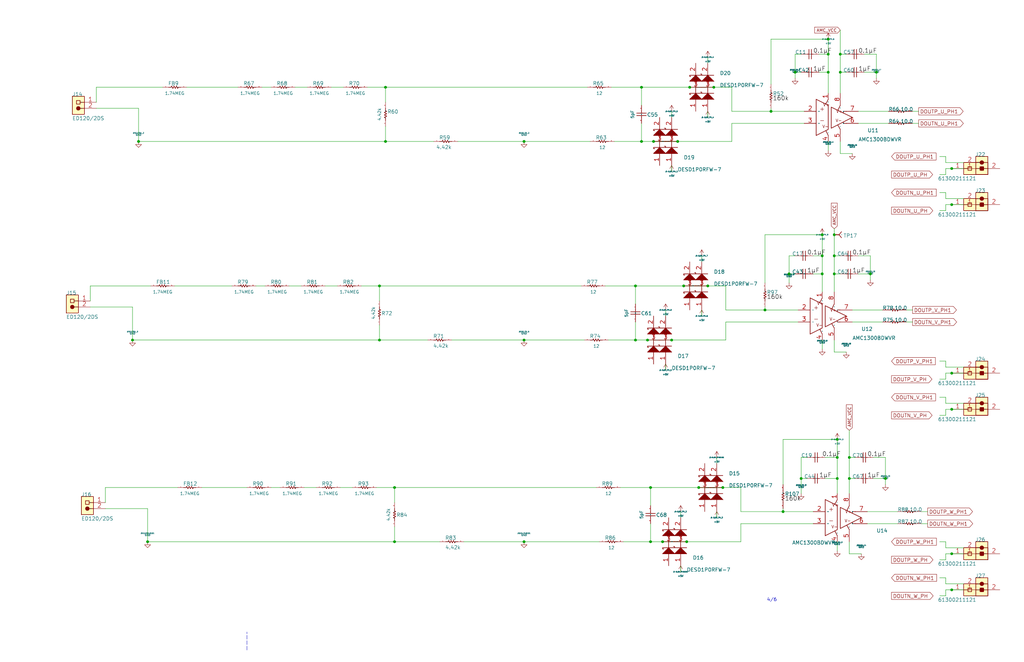
<source format=kicad_sch>
(kicad_sch (version 20210406) (generator eeschema)

  (uuid 89f59f9a-0485-46c5-880f-e3cbc8c19b12)

  (paper "B")

  (title_block
    (title "Pg5-Voltage signal condtioning-SchDoc")
    (date "29 01 2021")
  )

  (lib_symbols
    (symbol "Pg5-Voltage-signal-condtioning-SchDoc-rescue:06033C104JAT2A-" (pin_names (offset 1.016)) (in_bom yes) (on_board yes)
      (property "Reference" "C" (id 0) (at -5.08 0 0)
        (effects (font (size 1.524 1.524)) (justify left bottom))
      )
      (property "Value" "06033C104JAT2A-" (id 1) (at 0 0 0)
        (effects (font (size 1.524 1.524)))
      )
      (property "Footprint" "" (id 2) (at 0 0 0)
        (effects (font (size 1.524 1.524)))
      )
      (property "Datasheet" "" (id 3) (at 0 0 0)
        (effects (font (size 1.524 1.524)))
      )
      (symbol "06033C104JAT2A-_0_1"
        (polyline
          (pts
            (xy 0 0)
            (xy 0.762 0)
          )
          (stroke (width 0.254)) (fill (type none))
        )
        (polyline
          (pts
            (xy 0.762 2.032)
            (xy 0.762 -2.032)
          )
          (stroke (width 0.254)) (fill (type none))
        )
        (polyline
          (pts
            (xy 1.778 2.032)
            (xy 1.778 -2.032)
          )
          (stroke (width 0.254)) (fill (type none))
        )
        (polyline
          (pts
            (xy 2.54 0)
            (xy 1.778 0)
          )
          (stroke (width 0.254)) (fill (type none))
        )
        (pin passive line (at 5.08 0 180) (length 2.54)
          (name "1" (effects (font (size 0.0254 0.0254))))
          (number "1" (effects (font (size 0.0254 0.0254))))
        )
        (pin passive line (at -2.54 0 0) (length 2.54)
          (name "2" (effects (font (size 0.0254 0.0254))))
          (number "2" (effects (font (size 0.0254 0.0254))))
        )
      )
    )
    (symbol "Pg5-Voltage-signal-condtioning-SchDoc-rescue:08055A331KAT2A-" (pin_names (offset 1.016)) (in_bom yes) (on_board yes)
      (property "Reference" "C" (id 0) (at 2.286 0.254 0)
        (effects (font (size 1.524 1.524)) (justify left bottom))
      )
      (property "Value" "08055A331KAT2A-" (id 1) (at 0 0 0)
        (effects (font (size 1.524 1.524)))
      )
      (property "Footprint" "" (id 2) (at 0 0 0)
        (effects (font (size 1.524 1.524)))
      )
      (property "Datasheet" "" (id 3) (at 0 0 0)
        (effects (font (size 1.524 1.524)))
      )
      (symbol "08055A331KAT2A-_0_1"
        (polyline
          (pts
            (xy 0 0)
            (xy 0.762 0)
          )
          (stroke (width 0.254)) (fill (type none))
        )
        (polyline
          (pts
            (xy 0.762 2.032)
            (xy 0.762 -2.032)
          )
          (stroke (width 0.254)) (fill (type none))
        )
        (polyline
          (pts
            (xy 1.778 2.032)
            (xy 1.778 -2.032)
          )
          (stroke (width 0.254)) (fill (type none))
        )
        (polyline
          (pts
            (xy 2.54 0)
            (xy 1.778 0)
          )
          (stroke (width 0.254)) (fill (type none))
        )
        (pin passive line (at 5.08 0 180) (length 2.54)
          (name "1" (effects (font (size 0.0254 0.0254))))
          (number "1" (effects (font (size 0.0254 0.0254))))
        )
        (pin passive line (at -2.54 0 0) (length 2.54)
          (name "2" (effects (font (size 0.0254 0.0254))))
          (number "2" (effects (font (size 0.0254 0.0254))))
        )
      )
    )
    (symbol "Pg5-Voltage-signal-condtioning-SchDoc-rescue:61300211121-" (pin_names (offset 1.016)) (in_bom yes) (on_board yes)
      (property "Reference" "J" (id 0) (at -0.254 5.08 0)
        (effects (font (size 1.524 1.524)) (justify left bottom))
      )
      (property "Value" "61300211121-" (id 1) (at -0.254 -5.08 0)
        (effects (font (size 1.524 1.524)) (justify left bottom))
      )
      (property "Footprint" "" (id 2) (at 0 0 0)
        (effects (font (size 1.524 1.524)))
      )
      (property "Datasheet" "" (id 3) (at 0 0 0)
        (effects (font (size 1.524 1.524)))
      )
      (symbol "61300211121-_0_1"
        (circle (center 2.54 -2.54) (radius 0.762) (stroke (width 0.254)) (fill (type outline)))
        (circle (center 2.54 0) (radius 0.762) (stroke (width 0.254)) (fill (type outline)))
        (rectangle (start -5.08 2.54) (end 5.08 -2.54)
          (stroke (width 0.254)) (fill (type background))
        )
        (rectangle (start -3.302 0.762) (end -1.778 -0.762)
          (stroke (width 0.254)) (fill (type background))
        )
        (rectangle (start 0 2.54) (end 5.08 -5.08)
          (stroke (width 0.254)) (fill (type background))
        )
        (rectangle (start 1.778 0.762) (end 3.302 -0.762)
          (stroke (width 0.254)) (fill (type background))
        )
        (polyline
          (pts
            (xy -5.08 0)
            (xy -3.302 0)
          )
          (stroke (width 0.254)) (fill (type none))
        )
        (polyline
          (pts
            (xy 0 -2.54)
            (xy 1.778 -2.54)
          )
          (stroke (width 0.254)) (fill (type none))
        )
        (polyline
          (pts
            (xy 0 0)
            (xy 1.778 0)
          )
          (stroke (width 0.254)) (fill (type none))
        )
        (polyline
          (pts
            (xy 5.08 0)
            (xy 3.302 0)
          )
          (stroke (width 0.254)) (fill (type none))
        )
        (pin passive line (at -10.16 0 0) (length 5.08)
          (name "1" (effects (font (size 0.0254 0.0254))))
          (number "1" (effects (font (size 1.778 1.778))))
        )
        (pin passive line (at -5.08 0 0) (length 5.08)
          (name "1" (effects (font (size 0.0254 0.0254))))
          (number "1" (effects (font (size 1.778 1.778))))
        )
        (pin passive line (at -5.08 -2.54 0) (length 5.08)
          (name "2" (effects (font (size 0.0254 0.0254))))
          (number "2" (effects (font (size 1.778 1.778))))
        )
        (pin passive line (at 10.16 0 180) (length 5.08)
          (name "2" (effects (font (size 0.0254 0.0254))))
          (number "2" (effects (font (size 1.778 1.778))))
        )
      )
    )
    (symbol "Pg5-Voltage-signal-condtioning-SchDoc-rescue:AMC1100DUBR-" (pin_names (offset 1.016)) (in_bom yes) (on_board yes)
      (property "Reference" "U" (id 0) (at 21.59 11.43 0)
        (effects (font (size 1.524 1.524)) (justify left bottom))
      )
      (property "Value" "AMC1100DUBR-" (id 1) (at 17.78 7.62 0)
        (effects (font (size 1.524 1.524)) (justify left bottom))
      )
      (property "Footprint" "" (id 2) (at 0 0 0)
        (effects (font (size 1.524 1.524)))
      )
      (property "Datasheet" "" (id 3) (at 0 0 0)
        (effects (font (size 1.524 1.524)))
      )
      (symbol "AMC1100DUBR-_0_1"
        (polyline
          (pts
            (xy 0 25.4)
            (xy 0 10.16)
          )
          (stroke (width 0.254)) (fill (type none))
        )
        (polyline
          (pts
            (xy 4.064 12.192)
            (xy 5.08 10.16)
          )
          (stroke (width 0.254)) (fill (type none))
        )
        (polyline
          (pts
            (xy 5.08 25.4)
            (xy 4.064 23.368)
          )
          (stroke (width 0.254)) (fill (type none))
        )
        (polyline
          (pts
            (xy 10.16 12.7)
            (xy 9.144 14.478)
          )
          (stroke (width 0.254)) (fill (type none))
        )
        (polyline
          (pts
            (xy 10.16 22.86)
            (xy 9.144 20.828)
          )
          (stroke (width 0.254)) (fill (type none))
        )
        (polyline
          (pts
            (xy 12.7 15.24)
            (xy 11.43 15.24)
            (xy 11.43 15.748)
          )
          (stroke (width 0.254)) (fill (type none))
        )
        (polyline
          (pts
            (xy 12.7 20.32)
            (xy 11.43 20.32)
            (xy 11.43 19.558)
          )
          (stroke (width 0.254)) (fill (type none))
        )
        (polyline
          (pts
            (xy 0 25.4)
            (xy 5.08 22.86)
            (xy 5.08 12.7)
            (xy 0 10.16)
          )
          (stroke (width 0.254)) (fill (type none))
        )
        (polyline
          (pts
            (xy 15.24 17.78)
            (xy 6.35 22.098)
            (xy 6.35 13.208)
            (xy 15.24 17.78)
          )
          (stroke (width 0.254)) (fill (type none))
        )
        (pin power_in line (at 5.08 27.94 270) (length 2.54)
          (name "VDD1" (effects (font (size 0.0254 0.0254))))
          (number "1" (effects (font (size 1.778 1.778))))
        )
        (pin input line (at -5.08 20.32 0) (length 5.08)
          (name "VINP" (effects (font (size 0.0254 0.0254))))
          (number "2" (effects (font (size 1.778 1.778))))
        )
        (pin input line (at -5.08 15.24 0) (length 5.08)
          (name "VINN" (effects (font (size 0.0254 0.0254))))
          (number "3" (effects (font (size 1.778 1.778))))
        )
        (pin power_in line (at 5.08 7.62 90) (length 2.54)
          (name "GND1" (effects (font (size 0.0254 0.0254))))
          (number "4" (effects (font (size 1.778 1.778))))
        )
        (pin power_in line (at 10.16 7.62 90) (length 5.08)
          (name "GND2" (effects (font (size 0.0254 0.0254))))
          (number "5" (effects (font (size 1.778 1.778))))
        )
        (pin output line (at 17.78 15.24 180) (length 5.08)
          (name "VOUTN" (effects (font (size 0.0254 0.0254))))
          (number "6" (effects (font (size 1.778 1.778))))
        )
        (pin output line (at 17.78 20.32 180) (length 5.08)
          (name "VOUTP" (effects (font (size 0.0254 0.0254))))
          (number "7" (effects (font (size 1.778 1.778))))
        )
        (pin power_in line (at 10.16 27.94 270) (length 5.08)
          (name "VDD2" (effects (font (size 0.0254 0.0254))))
          (number "8" (effects (font (size 1.778 1.778))))
        )
      )
      (symbol "AMC1100DUBR-_1_1"
        (text "+" (at 1.27 20.32 0)
          (effects (font (size 1.8288 1.8288)) (justify left bottom))
        )
        (text "-" (at 1.27 15.494 0)
          (effects (font (size 1.8288 1.8288)) (justify left bottom))
        )
        (text "V+" (at 2.794 22.352 0)
          (effects (font (size 1.3716 1.3716)) (justify left bottom))
        )
        (text "V+" (at 8.382 19.558 0)
          (effects (font (size 1.2192 1.2192)) (justify left bottom))
        )
        (text "V-" (at 2.54 13.208 0)
          (effects (font (size 1.2192 1.2192)) (justify left bottom))
        )
        (text "V-" (at 8.128 15.748 0)
          (effects (font (size 1.2192 1.2192)) (justify left bottom))
        )
      )
    )
    (symbol "Pg5-Voltage-signal-condtioning-SchDoc-rescue:BAV99WT1G-" (pin_names (offset 1.016)) (in_bom yes) (on_board yes)
      (property "Reference" "D" (id 0) (at 7.62 -7.62 0)
        (effects (font (size 1.524 1.524)) (justify left bottom))
      )
      (property "Value" "BAV99WT1G-" (id 1) (at 5.08 -10.16 90)
        (effects (font (size 1.524 1.524)) (justify left bottom))
      )
      (property "Footprint" "" (id 2) (at 0 0 0)
        (effects (font (size 1.524 1.524)))
      )
      (property "Datasheet" "" (id 3) (at 0 0 0)
        (effects (font (size 1.524 1.524)))
      )
      (symbol "BAV99WT1G-_0_1"
        (polyline
          (pts
            (xy -2.54 -2.54)
            (xy 2.54 -2.54)
          )
          (stroke (width 0.254)) (fill (type none))
        )
        (polyline
          (pts
            (xy -2.54 0)
            (xy -2.54 -5.08)
          )
          (stroke (width 0.254)) (fill (type none))
        )
        (polyline
          (pts
            (xy -2.54 2.54)
            (xy 2.54 2.54)
          )
          (stroke (width 0.254)) (fill (type none))
        )
        (polyline
          (pts
            (xy 0 0)
            (xy 0 -2.54)
          )
          (stroke (width 0.254)) (fill (type none))
        )
        (polyline
          (pts
            (xy 0 2.54)
            (xy 0 0)
          )
          (stroke (width 0.254)) (fill (type none))
        )
        (polyline
          (pts
            (xy 5.08 0)
            (xy 5.08 -5.08)
          )
          (stroke (width 0.254)) (fill (type none))
        )
        (polyline
          (pts
            (xy -2.032 0.508)
            (xy -2.032 0)
            (xy -2.54 0)
            (xy -2.54 5.08)
            (xy -3.048 5.08)
            (xy -3.048 4.572)
          )
          (stroke (width 0.254)) (fill (type none))
        )
        (polyline
          (pts
            (xy 5.588 0.508)
            (xy 5.588 0)
            (xy 5.08 0)
            (xy 5.08 5.08)
            (xy 4.572 5.08)
            (xy 4.572 4.572)
          )
          (stroke (width 0.254)) (fill (type none))
        )
        (polyline
          (pts
            (xy -5.08 -5.08)
            (xy -2.54 -2.54)
            (xy -5.08 0)
            (xy -5.08 -5.08)
          )
          (stroke (width 0.254)) (fill (type outline))
        )
        (polyline
          (pts
            (xy -5.08 0)
            (xy -2.54 2.54)
            (xy -5.08 5.08)
            (xy -5.08 0)
          )
          (stroke (width 0.254)) (fill (type outline))
        )
        (polyline
          (pts
            (xy 2.54 -5.08)
            (xy 5.08 -2.54)
            (xy 2.54 0)
            (xy 2.54 -5.08)
          )
          (stroke (width 0.254)) (fill (type outline))
        )
        (polyline
          (pts
            (xy 2.54 0)
            (xy 5.08 2.54)
            (xy 2.54 5.08)
            (xy 2.54 0)
          )
          (stroke (width 0.254)) (fill (type outline))
        )
        (pin passive line (at -10.16 -2.54 0) (length 5.08)
          (name "A" (effects (font (size 0.0254 0.0254))))
          (number "1" (effects (font (size 1.778 1.778))))
        )
        (pin passive line (at -10.16 2.54 0) (length 5.08)
          (name "A" (effects (font (size 0.0254 0.0254))))
          (number "1" (effects (font (size 1.778 1.778))))
        )
        (pin passive line (at 10.16 -2.54 180) (length 5.08)
          (name "K" (effects (font (size 0.0254 0.0254))))
          (number "2" (effects (font (size 1.778 1.778))))
        )
        (pin passive line (at 10.16 2.54 180) (length 5.08)
          (name "K" (effects (font (size 0.0254 0.0254))))
          (number "2" (effects (font (size 1.778 1.778))))
        )
        (pin passive line (at 0 -5.08 90) (length 5.08)
          (name "C" (effects (font (size 0.0254 0.0254))))
          (number "3" (effects (font (size 1.778 1.778))))
        )
        (pin passive line (at 0 5.08 270) (length 5.08)
          (name "C" (effects (font (size 0.0254 0.0254))))
          (number "3" (effects (font (size 1.778 1.778))))
        )
      )
    )
    (symbol "Pg5-Voltage-signal-condtioning-SchDoc-rescue:CRCW060310R0FKEA-" (pin_names (offset 1.016)) (in_bom yes) (on_board yes)
      (property "Reference" "R" (id 0) (at -5.08 0 0)
        (effects (font (size 1.524 1.524)) (justify left bottom))
      )
      (property "Value" "CRCW060310R0FKEA-" (id 1) (at 0 0 0)
        (effects (font (size 1.524 1.524)))
      )
      (property "Footprint" "" (id 2) (at 0 0 0)
        (effects (font (size 1.524 1.524)))
      )
      (property "Datasheet" "" (id 3) (at 0 0 0)
        (effects (font (size 1.524 1.524)))
      )
      (symbol "CRCW060310R0FKEA-_0_1"
        (polyline
          (pts
            (xy 2.54 0)
            (xy 1.524 0)
            (xy 1.27 -0.508)
            (xy 0.762 0.508)
            (xy 0.254 -0.508)
            (xy -0.254 0.508)
            (xy -0.762 -0.508)
            (xy -1.27 0.508)
            (xy -1.524 0)
            (xy -2.54 0)
          )
          (stroke (width 0.254)) (fill (type none))
        )
        (pin passive line (at -5.08 0 0) (length 2.54)
          (name "1" (effects (font (size 0.0254 0.0254))))
          (number "1" (effects (font (size 0.0254 0.0254))))
        )
        (pin passive line (at 5.08 0 180) (length 2.54)
          (name "2" (effects (font (size 0.0254 0.0254))))
          (number "2" (effects (font (size 0.0254 0.0254))))
        )
      )
    )
    (symbol "Pg5-Voltage-signal-condtioning-SchDoc-rescue:CRCW0603160KFKEA-" (pin_names (offset 1.016)) (in_bom yes) (on_board yes)
      (property "Reference" "R" (id 0) (at 0.762 0.254 0)
        (effects (font (size 1.524 1.524)) (justify left bottom))
      )
      (property "Value" "CRCW0603160KFKEA-" (id 1) (at 0 0 0)
        (effects (font (size 1.524 1.524)))
      )
      (property "Footprint" "" (id 2) (at 0 0 0)
        (effects (font (size 1.524 1.524)))
      )
      (property "Datasheet" "" (id 3) (at 0 0 0)
        (effects (font (size 1.524 1.524)))
      )
      (symbol "CRCW0603160KFKEA-_0_1"
        (polyline
          (pts
            (xy 2.54 0)
            (xy 1.524 0)
            (xy 1.27 -0.508)
            (xy 0.762 0.508)
            (xy 0.254 -0.508)
            (xy -0.254 0.508)
            (xy -0.762 -0.508)
            (xy -1.27 0.508)
            (xy -1.524 0)
            (xy -2.54 0)
          )
          (stroke (width 0.254)) (fill (type none))
        )
        (pin passive line (at -5.08 0 0) (length 2.54)
          (name "1" (effects (font (size 0.0254 0.0254))))
          (number "1" (effects (font (size 0.0254 0.0254))))
        )
        (pin passive line (at 5.08 0 180) (length 2.54)
          (name "2" (effects (font (size 0.0254 0.0254))))
          (number "2" (effects (font (size 0.0254 0.0254))))
        )
      )
    )
    (symbol "Pg5-Voltage-signal-condtioning-SchDoc-rescue:CRCW08050000Z0EA-" (pin_names (offset 1.016)) (in_bom yes) (on_board yes)
      (property "Reference" "R" (id 0) (at -2.794 0.762 0)
        (effects (font (size 1.524 1.524)) (justify left bottom))
      )
      (property "Value" "CRCW08050000Z0EA-" (id 1) (at 0 0 0)
        (effects (font (size 1.524 1.524)))
      )
      (property "Footprint" "" (id 2) (at 0 0 0)
        (effects (font (size 1.524 1.524)))
      )
      (property "Datasheet" "" (id 3) (at 0 0 0)
        (effects (font (size 1.524 1.524)))
      )
      (symbol "CRCW08050000Z0EA-_0_1"
        (polyline
          (pts
            (xy 2.54 0)
            (xy 1.524 0)
            (xy 1.27 -0.508)
            (xy 0.762 0.508)
            (xy 0.254 -0.508)
            (xy -0.254 0.508)
            (xy -0.762 -0.508)
            (xy -1.27 0.508)
            (xy -1.524 0)
            (xy -2.54 0)
          )
          (stroke (width 0.254)) (fill (type none))
        )
        (pin passive line (at -5.08 0 0) (length 2.54)
          (name "1" (effects (font (size 0.0254 0.0254))))
          (number "1" (effects (font (size 0.0254 0.0254))))
        )
        (pin passive line (at 5.08 0 180) (length 2.54)
          (name "2" (effects (font (size 0.0254 0.0254))))
          (number "2" (effects (font (size 0.0254 0.0254))))
        )
      )
    )
    (symbol "Pg5-Voltage-signal-condtioning-SchDoc-rescue:ED120_2DS-" (pin_names (offset 1.016)) (in_bom yes) (on_board yes)
      (property "Reference" "J" (id 0) (at -2.54 5.08 0)
        (effects (font (size 1.524 1.524)) (justify left bottom))
      )
      (property "Value" "ED120_2DS-" (id 1) (at -2.54 -5.08 0)
        (effects (font (size 1.524 1.524)) (justify left bottom))
      )
      (property "Footprint" "" (id 2) (at 0 0 0)
        (effects (font (size 1.524 1.524)))
      )
      (property "Datasheet" "" (id 3) (at 0 0 0)
        (effects (font (size 1.524 1.524)))
      )
      (symbol "ED120_2DS-_0_1"
        (circle (center 0 0) (radius 0.762) (stroke (width 0.254)) (fill (type outline)))
        (rectangle (start 0.762 1.778) (end -0.762 3.302)
          (stroke (width 0.254)) (fill (type background))
        )
        (rectangle (start 2.54 -2.54) (end -2.54 5.08)
          (stroke (width 0.254)) (fill (type background))
        )
        (polyline
          (pts
            (xy -2.54 0)
            (xy -0.762 0)
          )
          (stroke (width 0.254)) (fill (type none))
        )
        (polyline
          (pts
            (xy -2.54 2.54)
            (xy -0.762 2.54)
          )
          (stroke (width 0.254)) (fill (type none))
        )
        (pin passive line (at -7.62 2.54 0) (length 5.08)
          (name "1" (effects (font (size 0.0254 0.0254))))
          (number "1" (effects (font (size 1.778 1.778))))
        )
        (pin passive line (at -7.62 0 0) (length 5.08)
          (name "2" (effects (font (size 0.0254 0.0254))))
          (number "2" (effects (font (size 1.778 1.778))))
        )
      )
    )
    (symbol "Pg5-Voltage-signal-condtioning-SchDoc-rescue:ERJ-8ENF3323V-" (pin_names (offset 1.016)) (in_bom yes) (on_board yes)
      (property "Reference" "FB" (id 0) (at -2.794 0.762 0)
        (effects (font (size 1.524 1.524)) (justify left bottom))
      )
      (property "Value" "ERJ-8ENF3323V-" (id 1) (at 0 0 0)
        (effects (font (size 1.524 1.524)))
      )
      (property "Footprint" "" (id 2) (at 0 0 0)
        (effects (font (size 1.524 1.524)))
      )
      (property "Datasheet" "" (id 3) (at 0 0 0)
        (effects (font (size 1.524 1.524)))
      )
      (symbol "ERJ-8ENF3323V-_0_1"
        (polyline
          (pts
            (xy 2.54 0)
            (xy 1.524 0)
            (xy 1.27 -0.508)
            (xy 0.762 0.508)
            (xy 0.254 -0.508)
            (xy -0.254 0.508)
            (xy -0.762 -0.508)
            (xy -1.27 0.508)
            (xy -1.524 0)
            (xy -2.54 0)
          )
          (stroke (width 0.254)) (fill (type none))
        )
        (pin passive line (at -5.08 0 0) (length 2.54)
          (name "1" (effects (font (size 0.0254 0.0254))))
          (number "1" (effects (font (size 0.0254 0.0254))))
        )
        (pin passive line (at 5.08 0 180) (length 2.54)
          (name "2" (effects (font (size 0.0254 0.0254))))
          (number "2" (effects (font (size 0.0254 0.0254))))
        )
      )
    )
    (symbol "Pg5-Voltage-signal-condtioning-SchDoc-rescue:GRM188R71C105KA12D-" (pin_names (offset 1.016)) (in_bom yes) (on_board yes)
      (property "Reference" "C" (id 0) (at -6.35 0 0)
        (effects (font (size 1.524 1.524)) (justify left bottom))
      )
      (property "Value" "GRM188R71C105KA12D-" (id 1) (at 0 0 0)
        (effects (font (size 1.524 1.524)))
      )
      (property "Footprint" "" (id 2) (at 0 0 0)
        (effects (font (size 1.524 1.524)))
      )
      (property "Datasheet" "" (id 3) (at 0 0 0)
        (effects (font (size 1.524 1.524)))
      )
      (symbol "GRM188R71C105KA12D-_0_1"
        (polyline
          (pts
            (xy 0 0)
            (xy 0.762 0)
          )
          (stroke (width 0.254)) (fill (type none))
        )
        (polyline
          (pts
            (xy 0.762 2.032)
            (xy 0.762 -2.032)
          )
          (stroke (width 0.254)) (fill (type none))
        )
        (polyline
          (pts
            (xy 1.778 2.032)
            (xy 1.778 -2.032)
          )
          (stroke (width 0.254)) (fill (type none))
        )
        (polyline
          (pts
            (xy 2.54 0)
            (xy 1.778 0)
          )
          (stroke (width 0.254)) (fill (type none))
        )
        (pin passive line (at 5.08 0 180) (length 2.54)
          (name "1" (effects (font (size 0.0254 0.0254))))
          (number "1" (effects (font (size 0.0254 0.0254))))
        )
        (pin passive line (at -2.54 0 0) (length 2.54)
          (name "2" (effects (font (size 0.0254 0.0254))))
          (number "2" (effects (font (size 0.0254 0.0254))))
        )
      )
    )
    (symbol "Pg5-Voltage-signal-condtioning-SchDoc-rescue:RC0603FR-0712RL-" (pin_names (offset 1.016)) (in_bom yes) (on_board yes)
      (property "Reference" "R" (id 0) (at -2.794 0.762 0)
        (effects (font (size 1.524 1.524)) (justify left bottom))
      )
      (property "Value" "RC0603FR-0712RL-" (id 1) (at 0 0 0)
        (effects (font (size 1.524 1.524)))
      )
      (property "Footprint" "" (id 2) (at 0 0 0)
        (effects (font (size 1.524 1.524)))
      )
      (property "Datasheet" "" (id 3) (at 0 0 0)
        (effects (font (size 1.524 1.524)))
      )
      (symbol "RC0603FR-0712RL-_0_1"
        (polyline
          (pts
            (xy 2.54 0)
            (xy 1.524 0)
            (xy 1.27 -0.508)
            (xy 0.762 0.508)
            (xy 0.254 -0.508)
            (xy -0.254 0.508)
            (xy -0.762 -0.508)
            (xy -1.27 0.508)
            (xy -1.524 0)
            (xy -2.54 0)
          )
          (stroke (width 0.254)) (fill (type none))
        )
        (pin passive line (at -5.08 0 0) (length 2.54)
          (name "1" (effects (font (size 0.0254 0.0254))))
          (number "1" (effects (font (size 0.0254 0.0254))))
        )
        (pin passive line (at 5.08 0 180) (length 2.54)
          (name "2" (effects (font (size 0.0254 0.0254))))
          (number "2" (effects (font (size 0.0254 0.0254))))
        )
      )
    )
    (symbol "Pg5-Voltage-signal-condtioning-SchDoc-rescue:RC1206FR-072K4L-" (pin_names (offset 1.016)) (in_bom yes) (on_board yes)
      (property "Reference" "R" (id 0) (at 0.762 0.254 0)
        (effects (font (size 1.524 1.524)) (justify left bottom))
      )
      (property "Value" "RC1206FR-072K4L-" (id 1) (at 0 0 0)
        (effects (font (size 1.524 1.524)))
      )
      (property "Footprint" "" (id 2) (at 0 0 0)
        (effects (font (size 1.524 1.524)))
      )
      (property "Datasheet" "" (id 3) (at 0 0 0)
        (effects (font (size 1.524 1.524)))
      )
      (symbol "RC1206FR-072K4L-_0_1"
        (polyline
          (pts
            (xy 2.54 0)
            (xy 1.524 0)
            (xy 1.27 -0.508)
            (xy 0.762 0.508)
            (xy 0.254 -0.508)
            (xy -0.254 0.508)
            (xy -0.762 -0.508)
            (xy -1.27 0.508)
            (xy -1.524 0)
            (xy -2.54 0)
          )
          (stroke (width 0.254)) (fill (type none))
        )
        (pin passive line (at -5.08 0 0) (length 2.54)
          (name "1" (effects (font (size 0.0254 0.0254))))
          (number "1" (effects (font (size 0.0254 0.0254))))
        )
        (pin passive line (at 5.08 0 180) (length 2.54)
          (name "2" (effects (font (size 0.0254 0.0254))))
          (number "2" (effects (font (size 0.0254 0.0254))))
        )
      )
    )
    (symbol "Pg5-Voltage-signal-condtioning-SchDoc-rescue:TP-040_RND-" (pin_names (offset 1.016)) (in_bom yes) (on_board yes)
      (property "Reference" "TP" (id 0) (at 3.81 -1.27 0)
        (effects (font (size 1.524 1.524)) (justify left bottom))
      )
      (property "Value" "TP-040_RND-" (id 1) (at 0 0 0)
        (effects (font (size 1.524 1.524)))
      )
      (property "Footprint" "" (id 2) (at 0 0 0)
        (effects (font (size 1.524 1.524)))
      )
      (property "Datasheet" "" (id 3) (at 0 0 0)
        (effects (font (size 1.524 1.524)))
      )
      (symbol "TP-040_RND-_0_1"
        (polyline
          (pts
            (xy 0 0)
            (xy 0 2.032)
          )
          (stroke (width 0.254)) (fill (type none))
        )
        (polyline
          (pts
            (xy 0 2.032)
            (xy -1.27 3.048)
          )
          (stroke (width 0.254)) (fill (type none))
        )
        (polyline
          (pts
            (xy 0 2.032)
            (xy 1.27 3.048)
          )
          (stroke (width 0.254)) (fill (type none))
        )
        (pin passive line (at 0 0 90) (length 2.032)
          (name "1" (effects (font (size 0.0254 0.0254))))
          (number "1" (effects (font (size 0.0254 0.0254))))
        )
      )
    )
    (symbol "power:+5V" (power) (pin_names (offset 0)) (in_bom yes) (on_board yes)
      (property "Reference" "#PWR" (id 0) (at 0 -3.81 0)
        (effects (font (size 1.27 1.27)) hide)
      )
      (property "Value" "+5V" (id 1) (at 0 3.556 0)
        (effects (font (size 1.27 1.27)))
      )
      (property "Footprint" "" (id 2) (at 0 0 0)
        (effects (font (size 1.27 1.27)) hide)
      )
      (property "Datasheet" "" (id 3) (at 0 0 0)
        (effects (font (size 1.27 1.27)) hide)
      )
      (property "ki_keywords" "power-flag" (id 4) (at 0 0 0)
        (effects (font (size 1.27 1.27)) hide)
      )
      (property "ki_description" "Power symbol creates a global label with name \"+5V\"" (id 5) (at 0 0 0)
        (effects (font (size 1.27 1.27)) hide)
      )
      (symbol "+5V_0_1"
        (polyline
          (pts
            (xy -0.762 1.27)
            (xy 0 2.54)
          )
          (stroke (width 0)) (fill (type none))
        )
        (polyline
          (pts
            (xy 0 0)
            (xy 0 2.54)
          )
          (stroke (width 0)) (fill (type none))
        )
        (polyline
          (pts
            (xy 0 2.54)
            (xy 0.762 1.27)
          )
          (stroke (width 0)) (fill (type none))
        )
      )
      (symbol "+5V_1_1"
        (pin power_in line (at 0 0 90) (length 0) hide
          (name "+5V" (effects (font (size 1.27 1.27))))
          (number "1" (effects (font (size 1.27 1.27))))
        )
      )
    )
    (symbol "power:GND" (power) (pin_names (offset 0)) (in_bom yes) (on_board yes)
      (property "Reference" "#PWR" (id 0) (at 0 -6.35 0)
        (effects (font (size 1.27 1.27)) hide)
      )
      (property "Value" "GND" (id 1) (at 0 -3.81 0)
        (effects (font (size 1.27 1.27)))
      )
      (property "Footprint" "" (id 2) (at 0 0 0)
        (effects (font (size 1.27 1.27)) hide)
      )
      (property "Datasheet" "" (id 3) (at 0 0 0)
        (effects (font (size 1.27 1.27)) hide)
      )
      (property "ki_keywords" "power-flag" (id 4) (at 0 0 0)
        (effects (font (size 1.27 1.27)) hide)
      )
      (property "ki_description" "Power symbol creates a global label with name \"GND\" , ground" (id 5) (at 0 0 0)
        (effects (font (size 1.27 1.27)) hide)
      )
      (symbol "GND_0_1"
        (polyline
          (pts
            (xy 0 0)
            (xy 0 -1.27)
            (xy 1.27 -1.27)
            (xy 0 -2.54)
            (xy -1.27 -1.27)
            (xy 0 -1.27)
          )
          (stroke (width 0)) (fill (type none))
        )
      )
      (symbol "GND_1_1"
        (pin power_in line (at 0 0 270) (length 0) hide
          (name "GND" (effects (font (size 1.27 1.27))))
          (number "1" (effects (font (size 1.27 1.27))))
        )
      )
    )
  )

  (junction (at 55.88 143.51) (diameter 1.016) (color 0 0 0 0))
  (junction (at 58.42 59.69) (diameter 1.016) (color 0 0 0 0))
  (junction (at 62.23 228.6) (diameter 1.016) (color 0 0 0 0))
  (junction (at 160.02 120.65) (diameter 1.016) (color 0 0 0 0))
  (junction (at 160.02 143.51) (diameter 1.016) (color 0 0 0 0))
  (junction (at 162.56 36.83) (diameter 1.016) (color 0 0 0 0))
  (junction (at 162.56 59.69) (diameter 1.016) (color 0 0 0 0))
  (junction (at 166.37 205.74) (diameter 1.016) (color 0 0 0 0))
  (junction (at 166.37 228.6) (diameter 1.016) (color 0 0 0 0))
  (junction (at 220.98 59.69) (diameter 1.016) (color 0 0 0 0))
  (junction (at 220.98 143.51) (diameter 1.016) (color 0 0 0 0))
  (junction (at 220.98 228.6) (diameter 1.016) (color 0 0 0 0))
  (junction (at 267.97 120.65) (diameter 1.016) (color 0 0 0 0))
  (junction (at 267.97 143.51) (diameter 1.016) (color 0 0 0 0))
  (junction (at 270.51 36.83) (diameter 1.016) (color 0 0 0 0))
  (junction (at 270.51 59.69) (diameter 1.016) (color 0 0 0 0))
  (junction (at 273.05 143.51) (diameter 1.016) (color 0 0 0 0))
  (junction (at 274.32 205.74) (diameter 1.016) (color 0 0 0 0))
  (junction (at 274.32 228.6) (diameter 1.016) (color 0 0 0 0))
  (junction (at 275.59 59.69) (diameter 1.016) (color 0 0 0 0))
  (junction (at 279.4 228.6) (diameter 1.016) (color 0 0 0 0))
  (junction (at 283.21 143.51) (diameter 1.016) (color 0 0 0 0))
  (junction (at 285.75 59.69) (diameter 1.016) (color 0 0 0 0))
  (junction (at 288.29 120.65) (diameter 1.016) (color 0 0 0 0))
  (junction (at 289.56 228.6) (diameter 1.016) (color 0 0 0 0))
  (junction (at 290.83 36.83) (diameter 1.016) (color 0 0 0 0))
  (junction (at 294.64 205.74) (diameter 1.016) (color 0 0 0 0))
  (junction (at 298.45 120.65) (diameter 1.016) (color 0 0 0 0))
  (junction (at 300.99 36.83) (diameter 1.016) (color 0 0 0 0))
  (junction (at 304.8 205.74) (diameter 1.016) (color 0 0 0 0))
  (junction (at 322.58 130.81) (diameter 1.016) (color 0 0 0 0))
  (junction (at 325.12 46.99) (diameter 1.016) (color 0 0 0 0))
  (junction (at 330.2 215.9) (diameter 1.016) (color 0 0 0 0))
  (junction (at 332.74 115.57) (diameter 1.016) (color 0 0 0 0))
  (junction (at 335.28 30.48) (diameter 1.016) (color 0 0 0 0))
  (junction (at 337.82 201.93) (diameter 1.016) (color 0 0 0 0))
  (junction (at 346.71 99.06) (diameter 1.016) (color 0 0 0 0))
  (junction (at 346.71 107.95) (diameter 1.016) (color 0 0 0 0))
  (junction (at 346.71 115.57) (diameter 1.016) (color 0 0 0 0))
  (junction (at 349.25 16.51) (diameter 1.016) (color 0 0 0 0))
  (junction (at 349.25 22.86) (diameter 1.016) (color 0 0 0 0))
  (junction (at 349.25 30.48) (diameter 1.016) (color 0 0 0 0))
  (junction (at 351.79 99.06) (diameter 1.016) (color 0 0 0 0))
  (junction (at 351.79 107.95) (diameter 1.016) (color 0 0 0 0))
  (junction (at 351.79 115.57) (diameter 1.016) (color 0 0 0 0))
  (junction (at 353.06 185.42) (diameter 1.016) (color 0 0 0 0))
  (junction (at 353.06 193.04) (diameter 1.016) (color 0 0 0 0))
  (junction (at 353.06 201.93) (diameter 1.016) (color 0 0 0 0))
  (junction (at 354.33 22.86) (diameter 1.016) (color 0 0 0 0))
  (junction (at 354.33 30.48) (diameter 1.016) (color 0 0 0 0))
  (junction (at 358.14 193.04) (diameter 1.016) (color 0 0 0 0))
  (junction (at 358.14 201.93) (diameter 1.016) (color 0 0 0 0))
  (junction (at 367.03 115.57) (diameter 1.016) (color 0 0 0 0))
  (junction (at 369.57 30.48) (diameter 1.016) (color 0 0 0 0))
  (junction (at 373.38 201.93) (diameter 1.016) (color 0 0 0 0))
  (junction (at 401.32 71.12) (diameter 1.016) (color 0 0 0 0))
  (junction (at 401.32 86.36) (diameter 1.016) (color 0 0 0 0))
  (junction (at 401.32 157.48) (diameter 1.016) (color 0 0 0 0))
  (junction (at 401.32 172.72) (diameter 1.016) (color 0 0 0 0))
  (junction (at 401.32 233.68) (diameter 1.016) (color 0 0 0 0))
  (junction (at 401.32 248.92) (diameter 1.016) (color 0 0 0 0))

  (wire (pts (xy 38.1 120.65) (xy 63.5 120.65))
    (stroke (width 0) (type solid) (color 0 0 0 0))
    (uuid 563e6fba-625e-4002-9029-d6450d7f2346)
  )
  (wire (pts (xy 38.1 127) (xy 38.1 120.65))
    (stroke (width 0) (type solid) (color 0 0 0 0))
    (uuid 10036628-0a31-4ce4-8783-554aeebadfd1)
  )
  (wire (pts (xy 40.64 36.83) (xy 68.58 36.83))
    (stroke (width 0) (type solid) (color 0 0 0 0))
    (uuid 75788de6-1805-4077-9830-e0fc80c0798e)
  )
  (wire (pts (xy 40.64 43.18) (xy 40.64 36.83))
    (stroke (width 0) (type solid) (color 0 0 0 0))
    (uuid 26c8c855-2467-4097-a0eb-ef68f9047864)
  )
  (wire (pts (xy 44.45 205.74) (xy 74.93 205.74))
    (stroke (width 0) (type solid) (color 0 0 0 0))
    (uuid 4a3807f9-3c10-44a8-a06b-52b1d9c6f368)
  )
  (wire (pts (xy 44.45 212.09) (xy 44.45 205.74))
    (stroke (width 0) (type solid) (color 0 0 0 0))
    (uuid 56080e56-13e6-4696-85f9-e2f0644b0102)
  )
  (wire (pts (xy 55.88 129.54) (xy 38.1 129.54))
    (stroke (width 0) (type solid) (color 0 0 0 0))
    (uuid 7443af90-42de-4d42-8fbc-2554423f3837)
  )
  (wire (pts (xy 55.88 143.51) (xy 55.88 129.54))
    (stroke (width 0) (type solid) (color 0 0 0 0))
    (uuid 2945fde2-1ba7-4910-b4b7-716b0780cb7d)
  )
  (wire (pts (xy 58.42 45.72) (xy 40.64 45.72))
    (stroke (width 0) (type solid) (color 0 0 0 0))
    (uuid 5e802381-3a4e-4d22-892b-a3749f466bf5)
  )
  (wire (pts (xy 58.42 59.69) (xy 58.42 45.72))
    (stroke (width 0) (type solid) (color 0 0 0 0))
    (uuid 76f79eaf-8400-4728-b662-5cf3ae0be5df)
  )
  (wire (pts (xy 62.23 214.63) (xy 44.45 214.63))
    (stroke (width 0) (type solid) (color 0 0 0 0))
    (uuid f9d09f9a-de63-449c-9564-571766c94f7b)
  )
  (wire (pts (xy 62.23 228.6) (xy 62.23 214.63))
    (stroke (width 0) (type solid) (color 0 0 0 0))
    (uuid 7890c502-eab5-4f28-b375-e160106fc3a3)
  )
  (wire (pts (xy 73.66 120.65) (xy 97.79 120.65))
    (stroke (width 0) (type solid) (color 0 0 0 0))
    (uuid eccdbdae-9bac-4f14-b96b-af8fddba4b28)
  )
  (wire (pts (xy 85.09 205.74) (xy 104.14 205.74))
    (stroke (width 0) (type solid) (color 0 0 0 0))
    (uuid bd53d08a-79e2-4c14-aee0-518698c57f6d)
  )
  (wire (pts (xy 100.33 36.83) (xy 78.74 36.83))
    (stroke (width 0) (type solid) (color 0 0 0 0))
    (uuid 91434c63-b840-449b-8869-0d3f5007f4a0)
  )
  (wire (pts (xy 111.76 120.65) (xy 107.95 120.65))
    (stroke (width 0) (type solid) (color 0 0 0 0))
    (uuid 2257641c-7477-4df0-a2fb-229032cb24c0)
  )
  (wire (pts (xy 114.3 36.83) (xy 110.49 36.83))
    (stroke (width 0) (type solid) (color 0 0 0 0))
    (uuid 92781416-fb1a-4af8-9b4b-8a37024618d7)
  )
  (wire (pts (xy 118.11 205.74) (xy 114.3 205.74))
    (stroke (width 0) (type solid) (color 0 0 0 0))
    (uuid 36d81ea8-e579-4caa-81db-1c5ca6fe5dd3)
  )
  (wire (pts (xy 127 120.65) (xy 121.92 120.65))
    (stroke (width 0) (type solid) (color 0 0 0 0))
    (uuid f4cd230b-f90d-4a8c-b853-b5b13808024a)
  )
  (wire (pts (xy 129.54 36.83) (xy 124.46 36.83))
    (stroke (width 0) (type solid) (color 0 0 0 0))
    (uuid 48824250-1082-4cf3-8f23-0ebce3a377a0)
  )
  (wire (pts (xy 133.35 205.74) (xy 128.27 205.74))
    (stroke (width 0) (type solid) (color 0 0 0 0))
    (uuid 9a70ed8f-bd65-4a75-9bbd-0e6f43f1a299)
  )
  (wire (pts (xy 142.24 120.65) (xy 137.16 120.65))
    (stroke (width 0) (type solid) (color 0 0 0 0))
    (uuid 014cfeb7-018f-4e95-8e1c-846844015e9e)
  )
  (wire (pts (xy 144.78 36.83) (xy 139.7 36.83))
    (stroke (width 0) (type solid) (color 0 0 0 0))
    (uuid 2bd9cbf8-8f4a-4a0b-ac10-52a5128045c4)
  )
  (wire (pts (xy 148.59 205.74) (xy 143.51 205.74))
    (stroke (width 0) (type solid) (color 0 0 0 0))
    (uuid 135d11f3-0e36-4e33-8aeb-4c1e8654e04b)
  )
  (wire (pts (xy 160.02 120.65) (xy 152.4 120.65))
    (stroke (width 0) (type solid) (color 0 0 0 0))
    (uuid 1e3fb610-60a4-4618-8e3a-6a663522e8cb)
  )
  (wire (pts (xy 160.02 120.65) (xy 160.02 127))
    (stroke (width 0) (type solid) (color 0 0 0 0))
    (uuid 82c4a2f8-08a5-47fe-8f48-186081942b2a)
  )
  (wire (pts (xy 160.02 120.65) (xy 245.11 120.65))
    (stroke (width 0) (type solid) (color 0 0 0 0))
    (uuid 601ac3f8-a04b-4147-a162-45cd89709722)
  )
  (wire (pts (xy 160.02 143.51) (xy 55.88 143.51))
    (stroke (width 0) (type solid) (color 0 0 0 0))
    (uuid 6541cbcd-ed71-4566-9a0a-5239ad2d88e2)
  )
  (wire (pts (xy 160.02 143.51) (xy 160.02 137.16))
    (stroke (width 0) (type solid) (color 0 0 0 0))
    (uuid 97d546d3-2198-4e59-a30f-763729a20c74)
  )
  (wire (pts (xy 160.02 143.51) (xy 180.34 143.51))
    (stroke (width 0) (type solid) (color 0 0 0 0))
    (uuid bc6c65d5-def6-4dd1-a6ae-9c95323bcfd4)
  )
  (wire (pts (xy 162.56 36.83) (xy 154.94 36.83))
    (stroke (width 0) (type solid) (color 0 0 0 0))
    (uuid b1b764a6-b32d-44da-948a-64c61fb0518d)
  )
  (wire (pts (xy 162.56 36.83) (xy 162.56 43.18))
    (stroke (width 0) (type solid) (color 0 0 0 0))
    (uuid 023acc3b-c771-485f-a2e7-9828fa338612)
  )
  (wire (pts (xy 162.56 36.83) (xy 247.65 36.83))
    (stroke (width 0) (type solid) (color 0 0 0 0))
    (uuid 6891af58-bd1e-4834-902f-3cdd6c24629d)
  )
  (wire (pts (xy 162.56 59.69) (xy 58.42 59.69))
    (stroke (width 0) (type solid) (color 0 0 0 0))
    (uuid 8729c289-3b11-444f-9b41-e881e554c425)
  )
  (wire (pts (xy 162.56 59.69) (xy 162.56 53.34))
    (stroke (width 0) (type solid) (color 0 0 0 0))
    (uuid dbddd23f-37d0-4e7b-9c68-c0f5556a821f)
  )
  (wire (pts (xy 162.56 59.69) (xy 182.88 59.69))
    (stroke (width 0) (type solid) (color 0 0 0 0))
    (uuid 55571bb5-58de-44d5-8fb0-201fac1a0591)
  )
  (wire (pts (xy 166.37 205.74) (xy 158.75 205.74))
    (stroke (width 0) (type solid) (color 0 0 0 0))
    (uuid 516ecfcf-0729-49f6-bcad-f5833bde644c)
  )
  (wire (pts (xy 166.37 205.74) (xy 166.37 212.09))
    (stroke (width 0) (type solid) (color 0 0 0 0))
    (uuid 0017b35e-94e5-4a5d-932c-e7ff2d218118)
  )
  (wire (pts (xy 166.37 205.74) (xy 251.46 205.74))
    (stroke (width 0) (type solid) (color 0 0 0 0))
    (uuid 3ee97bcf-a7db-4fd3-a08c-f9fd04c7edb7)
  )
  (wire (pts (xy 166.37 228.6) (xy 62.23 228.6))
    (stroke (width 0) (type solid) (color 0 0 0 0))
    (uuid 2c639c16-83d9-4084-9c95-353ba06ee6e5)
  )
  (wire (pts (xy 166.37 228.6) (xy 166.37 222.25))
    (stroke (width 0) (type solid) (color 0 0 0 0))
    (uuid 0468bf55-5640-41e1-a305-63191be85aa8)
  )
  (wire (pts (xy 166.37 228.6) (xy 185.42 228.6))
    (stroke (width 0) (type solid) (color 0 0 0 0))
    (uuid 8a0c68be-e1c1-4cb8-a607-ad5ade79943d)
  )
  (wire (pts (xy 220.98 59.69) (xy 193.04 59.69))
    (stroke (width 0) (type solid) (color 0 0 0 0))
    (uuid 79b45c95-ec89-495a-9ccd-e6abcbb58329)
  )
  (wire (pts (xy 220.98 143.51) (xy 190.5 143.51))
    (stroke (width 0) (type solid) (color 0 0 0 0))
    (uuid bb9c647e-64c6-42ad-b524-3ded28dae278)
  )
  (wire (pts (xy 220.98 228.6) (xy 195.58 228.6))
    (stroke (width 0) (type solid) (color 0 0 0 0))
    (uuid 3fd42f45-6769-4ae0-a16b-cd247d44072f)
  )
  (wire (pts (xy 246.38 143.51) (xy 220.98 143.51))
    (stroke (width 0) (type solid) (color 0 0 0 0))
    (uuid aafeb768-afb1-4cfe-b4a1-201f4d9c3862)
  )
  (wire (pts (xy 248.92 59.69) (xy 220.98 59.69))
    (stroke (width 0) (type solid) (color 0 0 0 0))
    (uuid 3f9f1310-d127-4cdd-a011-025607134e29)
  )
  (wire (pts (xy 252.73 228.6) (xy 220.98 228.6))
    (stroke (width 0) (type solid) (color 0 0 0 0))
    (uuid e9c6a382-c457-493d-8529-addd3ded2489)
  )
  (wire (pts (xy 255.27 120.65) (xy 267.97 120.65))
    (stroke (width 0) (type solid) (color 0 0 0 0))
    (uuid acc74d83-88b4-43ac-bb02-a53ba8306eb7)
  )
  (wire (pts (xy 256.54 143.51) (xy 267.97 143.51))
    (stroke (width 0) (type solid) (color 0 0 0 0))
    (uuid 0e8ec380-ce38-425c-a35e-809c9a1200ca)
  )
  (wire (pts (xy 257.81 36.83) (xy 270.51 36.83))
    (stroke (width 0) (type solid) (color 0 0 0 0))
    (uuid 4cea2fe9-7519-4f8e-ac15-d0db798007d9)
  )
  (wire (pts (xy 259.08 59.69) (xy 270.51 59.69))
    (stroke (width 0) (type solid) (color 0 0 0 0))
    (uuid 7919cc69-0ed4-4b5f-8f7e-3a26a8f78abc)
  )
  (wire (pts (xy 261.62 205.74) (xy 274.32 205.74))
    (stroke (width 0) (type solid) (color 0 0 0 0))
    (uuid 8a7fe928-e64c-4836-adb7-043e05e3a122)
  )
  (wire (pts (xy 262.89 228.6) (xy 274.32 228.6))
    (stroke (width 0) (type solid) (color 0 0 0 0))
    (uuid 8fc9e86c-ac30-4ce2-ad53-efd34fbf04e6)
  )
  (wire (pts (xy 267.97 128.27) (xy 267.97 120.65))
    (stroke (width 0) (type solid) (color 0 0 0 0))
    (uuid dda2db62-d55a-42f1-9e52-fe6c704d3dd4)
  )
  (wire (pts (xy 267.97 135.89) (xy 267.97 143.51))
    (stroke (width 0) (type solid) (color 0 0 0 0))
    (uuid 7b87b4e8-a76c-4dd7-a02c-11e2e46557a6)
  )
  (wire (pts (xy 270.51 44.45) (xy 270.51 36.83))
    (stroke (width 0) (type solid) (color 0 0 0 0))
    (uuid d21fdd65-e796-413b-9cd1-f7d55d939476)
  )
  (wire (pts (xy 270.51 52.07) (xy 270.51 59.69))
    (stroke (width 0) (type solid) (color 0 0 0 0))
    (uuid de3c2bdb-7fa6-4d41-954c-10edfdba8ff0)
  )
  (wire (pts (xy 273.05 143.51) (xy 267.97 143.51))
    (stroke (width 0) (type solid) (color 0 0 0 0))
    (uuid d284ba2d-83b2-43be-a5f6-7fb7d824ae67)
  )
  (wire (pts (xy 274.32 213.36) (xy 274.32 205.74))
    (stroke (width 0) (type solid) (color 0 0 0 0))
    (uuid b26653b4-1966-4a2f-990f-f4affabfd409)
  )
  (wire (pts (xy 274.32 220.98) (xy 274.32 228.6))
    (stroke (width 0) (type solid) (color 0 0 0 0))
    (uuid 9deac6c2-c873-4db2-acfc-3ce4c2bb6d93)
  )
  (wire (pts (xy 275.59 59.69) (xy 270.51 59.69))
    (stroke (width 0) (type solid) (color 0 0 0 0))
    (uuid d26e03d4-fa39-48df-b727-73307d3d59d0)
  )
  (wire (pts (xy 279.4 228.6) (xy 274.32 228.6))
    (stroke (width 0) (type solid) (color 0 0 0 0))
    (uuid ebdba8b7-6fe4-4bee-87f7-5f284de1deed)
  )
  (wire (pts (xy 280.67 133.35) (xy 280.67 130.81))
    (stroke (width 0) (type solid) (color 0 0 0 0))
    (uuid 96dd25a3-3ece-4f96-8451-429451ea21ce)
  )
  (wire (pts (xy 280.67 153.67) (xy 280.67 156.21))
    (stroke (width 0) (type solid) (color 0 0 0 0))
    (uuid 9ab237e7-fc14-4c55-8411-3dd7606b6bed)
  )
  (wire (pts (xy 283.21 49.53) (xy 283.21 46.99))
    (stroke (width 0) (type solid) (color 0 0 0 0))
    (uuid f0e1957e-7d12-4f1e-8dc8-bf3d41548a9c)
  )
  (wire (pts (xy 283.21 69.85) (xy 283.21 72.39))
    (stroke (width 0) (type solid) (color 0 0 0 0))
    (uuid 51942698-359f-4a9b-8c26-8281a428cd83)
  )
  (wire (pts (xy 283.21 143.51) (xy 273.05 143.51))
    (stroke (width 0) (type solid) (color 0 0 0 0))
    (uuid 529cf6ee-1b9e-45a8-a807-c0d70d8ba5e3)
  )
  (wire (pts (xy 285.75 59.69) (xy 275.59 59.69))
    (stroke (width 0) (type solid) (color 0 0 0 0))
    (uuid 2a4436b3-190b-4217-968b-e2d0e6cdbaa2)
  )
  (wire (pts (xy 287.02 218.44) (xy 287.02 215.9))
    (stroke (width 0) (type solid) (color 0 0 0 0))
    (uuid 7f12fc42-302a-4f80-b045-f75a6a2a46f3)
  )
  (wire (pts (xy 287.02 238.76) (xy 287.02 241.3))
    (stroke (width 0) (type solid) (color 0 0 0 0))
    (uuid 29b4b457-d3b7-48e3-ba0c-8c6cb783b4b6)
  )
  (wire (pts (xy 288.29 120.65) (xy 267.97 120.65))
    (stroke (width 0) (type solid) (color 0 0 0 0))
    (uuid 6c234084-6cb4-4b3a-93f3-e54fd632823b)
  )
  (wire (pts (xy 289.56 228.6) (xy 279.4 228.6))
    (stroke (width 0) (type solid) (color 0 0 0 0))
    (uuid 0d447b3b-ab95-4625-ad81-e8c15a5d8144)
  )
  (wire (pts (xy 290.83 36.83) (xy 270.51 36.83))
    (stroke (width 0) (type solid) (color 0 0 0 0))
    (uuid bb5c5992-2838-4a7f-9616-0123c9ae7015)
  )
  (wire (pts (xy 294.64 205.74) (xy 274.32 205.74))
    (stroke (width 0) (type solid) (color 0 0 0 0))
    (uuid 2f6dcf05-771c-45ec-9ab8-d51666cfd567)
  )
  (wire (pts (xy 295.91 110.49) (xy 295.91 107.95))
    (stroke (width 0) (type solid) (color 0 0 0 0))
    (uuid f68425cf-df27-403b-899e-142a32a3a747)
  )
  (wire (pts (xy 295.91 130.81) (xy 295.91 133.35))
    (stroke (width 0) (type solid) (color 0 0 0 0))
    (uuid 149b876d-bc95-49b8-956c-7b6e4dee9b47)
  )
  (wire (pts (xy 298.45 26.67) (xy 298.45 24.13))
    (stroke (width 0) (type solid) (color 0 0 0 0))
    (uuid e180b759-8e0f-4810-8091-29aa70d5f0d9)
  )
  (wire (pts (xy 298.45 46.99) (xy 298.45 49.53))
    (stroke (width 0) (type solid) (color 0 0 0 0))
    (uuid 51161f2f-115d-4731-b890-411c5b971fa5)
  )
  (wire (pts (xy 298.45 120.65) (xy 288.29 120.65))
    (stroke (width 0) (type solid) (color 0 0 0 0))
    (uuid 212e3ccd-34f0-48f9-bf72-579ff04e31c7)
  )
  (wire (pts (xy 300.99 36.83) (xy 290.83 36.83))
    (stroke (width 0) (type solid) (color 0 0 0 0))
    (uuid 5862fb04-cde2-497c-9e72-db6de4930b0e)
  )
  (wire (pts (xy 302.26 195.58) (xy 302.26 193.04))
    (stroke (width 0) (type solid) (color 0 0 0 0))
    (uuid fd304379-c1f5-42ec-a37b-305617e2798c)
  )
  (wire (pts (xy 302.26 215.9) (xy 302.26 218.44))
    (stroke (width 0) (type solid) (color 0 0 0 0))
    (uuid 9c3246e4-b2a3-443a-8f1e-1b10302940d8)
  )
  (wire (pts (xy 304.8 205.74) (xy 294.64 205.74))
    (stroke (width 0) (type solid) (color 0 0 0 0))
    (uuid 6b928398-f40f-4beb-a28b-7ffbb43f1e7f)
  )
  (wire (pts (xy 306.07 120.65) (xy 298.45 120.65))
    (stroke (width 0) (type solid) (color 0 0 0 0))
    (uuid 212e3ccd-34f0-48f9-bf72-579ff04e31c7)
  )
  (wire (pts (xy 306.07 130.81) (xy 306.07 120.65))
    (stroke (width 0) (type solid) (color 0 0 0 0))
    (uuid 3bd2a680-8836-4b00-9b11-b8e4c7b0d18c)
  )
  (wire (pts (xy 306.07 135.89) (xy 306.07 143.51))
    (stroke (width 0) (type solid) (color 0 0 0 0))
    (uuid 302094a0-0b0c-404a-834d-cae1817042ca)
  )
  (wire (pts (xy 306.07 143.51) (xy 283.21 143.51))
    (stroke (width 0) (type solid) (color 0 0 0 0))
    (uuid 529cf6ee-1b9e-45a8-a807-c0d70d8ba5e3)
  )
  (wire (pts (xy 308.61 36.83) (xy 300.99 36.83))
    (stroke (width 0) (type solid) (color 0 0 0 0))
    (uuid 5862fb04-cde2-497c-9e72-db6de4930b0e)
  )
  (wire (pts (xy 308.61 46.99) (xy 308.61 36.83))
    (stroke (width 0) (type solid) (color 0 0 0 0))
    (uuid 782c18dd-3aaf-4655-a3e6-aa662d7ee4c3)
  )
  (wire (pts (xy 308.61 52.07) (xy 308.61 59.69))
    (stroke (width 0) (type solid) (color 0 0 0 0))
    (uuid 6f51c989-dd84-4e17-b086-f9c9b1b20c80)
  )
  (wire (pts (xy 308.61 59.69) (xy 285.75 59.69))
    (stroke (width 0) (type solid) (color 0 0 0 0))
    (uuid 2a4436b3-190b-4217-968b-e2d0e6cdbaa2)
  )
  (wire (pts (xy 312.42 205.74) (xy 304.8 205.74))
    (stroke (width 0) (type solid) (color 0 0 0 0))
    (uuid 6b928398-f40f-4beb-a28b-7ffbb43f1e7f)
  )
  (wire (pts (xy 312.42 215.9) (xy 312.42 205.74))
    (stroke (width 0) (type solid) (color 0 0 0 0))
    (uuid 66990199-7cf0-419b-ad98-f5f34991edab)
  )
  (wire (pts (xy 312.42 220.98) (xy 312.42 228.6))
    (stroke (width 0) (type solid) (color 0 0 0 0))
    (uuid a41413d3-dbdf-4a62-86d5-76d82ecfa3d3)
  )
  (wire (pts (xy 312.42 228.6) (xy 289.56 228.6))
    (stroke (width 0) (type solid) (color 0 0 0 0))
    (uuid 0d447b3b-ab95-4625-ad81-e8c15a5d8144)
  )
  (wire (pts (xy 322.58 99.06) (xy 322.58 119.38))
    (stroke (width 0) (type solid) (color 0 0 0 0))
    (uuid 0771af86-1347-4677-889a-baf7c47d0c8e)
  )
  (wire (pts (xy 322.58 130.81) (xy 306.07 130.81))
    (stroke (width 0) (type solid) (color 0 0 0 0))
    (uuid af48306b-924b-4cac-b7d0-e0d182d480fa)
  )
  (wire (pts (xy 322.58 130.81) (xy 322.58 129.54))
    (stroke (width 0) (type solid) (color 0 0 0 0))
    (uuid 63ef6efb-ef93-4344-8d7b-cb0ab265a3b9)
  )
  (wire (pts (xy 325.12 16.51) (xy 325.12 35.56))
    (stroke (width 0) (type solid) (color 0 0 0 0))
    (uuid a4f1f71b-e36c-4769-8a2d-aa5df14233b5)
  )
  (wire (pts (xy 325.12 46.99) (xy 308.61 46.99))
    (stroke (width 0) (type solid) (color 0 0 0 0))
    (uuid e9c6f375-1e37-4c2f-8140-e82996a679f9)
  )
  (wire (pts (xy 325.12 46.99) (xy 325.12 45.72))
    (stroke (width 0) (type solid) (color 0 0 0 0))
    (uuid e3a17d1c-b13c-404e-9ece-7ba2dfd69efc)
  )
  (wire (pts (xy 330.2 185.42) (xy 330.2 204.47))
    (stroke (width 0) (type solid) (color 0 0 0 0))
    (uuid 6081756c-e62e-4337-a3b6-bcff38bf021b)
  )
  (wire (pts (xy 330.2 215.9) (xy 312.42 215.9))
    (stroke (width 0) (type solid) (color 0 0 0 0))
    (uuid 5e8b34af-99b1-4c1d-961d-8376f5b3a7f8)
  )
  (wire (pts (xy 330.2 215.9) (xy 330.2 214.63))
    (stroke (width 0) (type solid) (color 0 0 0 0))
    (uuid f06890fe-efc3-4449-b186-97c1816b0348)
  )
  (wire (pts (xy 332.74 107.95) (xy 332.74 115.57))
    (stroke (width 0) (type solid) (color 0 0 0 0))
    (uuid d3dff0a9-a863-4a19-82df-54f29e501662)
  )
  (wire (pts (xy 332.74 115.57) (xy 332.74 119.38))
    (stroke (width 0) (type solid) (color 0 0 0 0))
    (uuid 68f39b73-9fd4-42ac-8eb2-b65980c9e0ae)
  )
  (wire (pts (xy 332.74 115.57) (xy 335.28 115.57))
    (stroke (width 0) (type solid) (color 0 0 0 0))
    (uuid ed5b58d3-6abb-4904-8a96-8ffc62cf6d50)
  )
  (wire (pts (xy 335.28 22.86) (xy 337.82 22.86))
    (stroke (width 0) (type solid) (color 0 0 0 0))
    (uuid a797a323-ba5b-4341-8c5a-a26a3c47df0e)
  )
  (wire (pts (xy 335.28 30.48) (xy 335.28 22.86))
    (stroke (width 0) (type solid) (color 0 0 0 0))
    (uuid 437c7624-3038-4fe8-89e5-035bede23a8f)
  )
  (wire (pts (xy 335.28 30.48) (xy 337.82 30.48))
    (stroke (width 0) (type solid) (color 0 0 0 0))
    (uuid a8b8cf95-fe7b-4700-9bca-5b8768b3b717)
  )
  (wire (pts (xy 335.28 33.02) (xy 335.28 30.48))
    (stroke (width 0) (type solid) (color 0 0 0 0))
    (uuid be76371f-1f5c-42ef-a80a-d540d9177f0c)
  )
  (wire (pts (xy 335.28 107.95) (xy 332.74 107.95))
    (stroke (width 0) (type solid) (color 0 0 0 0))
    (uuid b304403d-249e-4a49-b7e1-3f7c50476269)
  )
  (wire (pts (xy 336.55 130.81) (xy 322.58 130.81))
    (stroke (width 0) (type solid) (color 0 0 0 0))
    (uuid 8c275603-1b84-4ac7-9151-294a92e42473)
  )
  (wire (pts (xy 336.55 135.89) (xy 306.07 135.89))
    (stroke (width 0) (type solid) (color 0 0 0 0))
    (uuid e0be2859-30e8-464a-a80d-c8f4198e0c06)
  )
  (wire (pts (xy 337.82 193.04) (xy 337.82 201.93))
    (stroke (width 0) (type solid) (color 0 0 0 0))
    (uuid c815bd12-7079-4935-96df-2aa71e6f4248)
  )
  (wire (pts (xy 337.82 201.93) (xy 337.82 208.28))
    (stroke (width 0) (type solid) (color 0 0 0 0))
    (uuid ab298cdc-9664-47ee-8f27-331411f4a210)
  )
  (wire (pts (xy 337.82 201.93) (xy 340.36 201.93))
    (stroke (width 0) (type solid) (color 0 0 0 0))
    (uuid 96012942-9e38-467c-817b-3312fd1107ac)
  )
  (wire (pts (xy 339.09 46.99) (xy 325.12 46.99))
    (stroke (width 0) (type solid) (color 0 0 0 0))
    (uuid cdcb50bd-69c0-4eff-b66f-2e3a8712bd01)
  )
  (wire (pts (xy 339.09 52.07) (xy 308.61 52.07))
    (stroke (width 0) (type solid) (color 0 0 0 0))
    (uuid fabf631f-7c0a-407a-897f-1ca2292462e5)
  )
  (wire (pts (xy 340.36 193.04) (xy 337.82 193.04))
    (stroke (width 0) (type solid) (color 0 0 0 0))
    (uuid 97f9aded-85ff-4309-bdcb-8577c4eed75a)
  )
  (wire (pts (xy 342.9 215.9) (xy 330.2 215.9))
    (stroke (width 0) (type solid) (color 0 0 0 0))
    (uuid 3c8f016d-51f0-4473-85bb-589e09147391)
  )
  (wire (pts (xy 342.9 220.98) (xy 312.42 220.98))
    (stroke (width 0) (type solid) (color 0 0 0 0))
    (uuid 61c25b0d-ac9c-48ae-9e52-c179d129eef5)
  )
  (wire (pts (xy 346.71 99.06) (xy 322.58 99.06))
    (stroke (width 0) (type solid) (color 0 0 0 0))
    (uuid 45f99749-7c75-4bca-9889-475451d794c2)
  )
  (wire (pts (xy 346.71 107.95) (xy 342.9 107.95))
    (stroke (width 0) (type solid) (color 0 0 0 0))
    (uuid fe8d0ec6-f8c1-47c6-8695-543003132780)
  )
  (wire (pts (xy 346.71 107.95) (xy 346.71 99.06))
    (stroke (width 0) (type solid) (color 0 0 0 0))
    (uuid 59e2db2b-c447-42b1-8149-ce0f628edb43)
  )
  (wire (pts (xy 346.71 115.57) (xy 342.9 115.57))
    (stroke (width 0) (type solid) (color 0 0 0 0))
    (uuid 5f0f605b-7696-4996-bfe1-0bfe62afdbbb)
  )
  (wire (pts (xy 346.71 115.57) (xy 346.71 107.95))
    (stroke (width 0) (type solid) (color 0 0 0 0))
    (uuid abdb6930-2a96-4e40-9d94-e6764187499f)
  )
  (wire (pts (xy 346.71 123.19) (xy 346.71 115.57))
    (stroke (width 0) (type solid) (color 0 0 0 0))
    (uuid b6aa14a4-9d7a-4e75-99b9-9fae8850921c)
  )
  (wire (pts (xy 346.71 143.51) (xy 346.71 147.32))
    (stroke (width 0) (type solid) (color 0 0 0 0))
    (uuid 0c214467-cf94-4fe7-9a90-9400e35bad37)
  )
  (wire (pts (xy 349.25 16.51) (xy 325.12 16.51))
    (stroke (width 0) (type solid) (color 0 0 0 0))
    (uuid 033e170e-0019-4ea5-8672-65a531b43472)
  )
  (wire (pts (xy 349.25 22.86) (xy 345.44 22.86))
    (stroke (width 0) (type solid) (color 0 0 0 0))
    (uuid 9d15f7ce-12af-4242-92c4-cdf6c454ed56)
  )
  (wire (pts (xy 349.25 22.86) (xy 349.25 16.51))
    (stroke (width 0) (type solid) (color 0 0 0 0))
    (uuid 64e8b781-dd0a-434a-842c-60f5b116ba99)
  )
  (wire (pts (xy 349.25 30.48) (xy 345.44 30.48))
    (stroke (width 0) (type solid) (color 0 0 0 0))
    (uuid 896f5bed-a2d2-4053-abf3-604160c29520)
  )
  (wire (pts (xy 349.25 30.48) (xy 349.25 22.86))
    (stroke (width 0) (type solid) (color 0 0 0 0))
    (uuid c47cee3b-fd88-4044-a45d-f3abb76bf595)
  )
  (wire (pts (xy 349.25 39.37) (xy 349.25 30.48))
    (stroke (width 0) (type solid) (color 0 0 0 0))
    (uuid fc2a0f6e-98e8-4ae5-b773-f77c886d2443)
  )
  (wire (pts (xy 349.25 59.69) (xy 349.25 63.5))
    (stroke (width 0) (type solid) (color 0 0 0 0))
    (uuid 324caaa9-81e6-435d-8eb4-8fc08bd4eafe)
  )
  (wire (pts (xy 351.79 96.52) (xy 351.79 99.06))
    (stroke (width 0) (type solid) (color 0 0 0 0))
    (uuid 4d3d5023-4b38-458d-9ad0-8f6cedd4cc4a)
  )
  (wire (pts (xy 351.79 99.06) (xy 351.79 107.95))
    (stroke (width 0) (type solid) (color 0 0 0 0))
    (uuid b92a0fcd-9eb5-4151-a06d-ab58480488d8)
  )
  (wire (pts (xy 351.79 107.95) (xy 354.33 107.95))
    (stroke (width 0) (type solid) (color 0 0 0 0))
    (uuid 522b2266-7bc8-4944-8183-9531228790b5)
  )
  (wire (pts (xy 351.79 115.57) (xy 351.79 107.95))
    (stroke (width 0) (type solid) (color 0 0 0 0))
    (uuid 10c961e2-4733-4bbf-8d6a-02a7d30f350e)
  )
  (wire (pts (xy 351.79 115.57) (xy 354.33 115.57))
    (stroke (width 0) (type solid) (color 0 0 0 0))
    (uuid ab7af4a2-9bc1-4c74-ae5c-22fb202faf42)
  )
  (wire (pts (xy 351.79 123.19) (xy 351.79 115.57))
    (stroke (width 0) (type solid) (color 0 0 0 0))
    (uuid 834c3eb3-f008-4faf-b9ab-4de7a57b65bc)
  )
  (wire (pts (xy 351.79 148.59) (xy 351.79 143.51))
    (stroke (width 0) (type solid) (color 0 0 0 0))
    (uuid bcb27032-73e6-45fb-b131-0b0fb3563cf5)
  )
  (wire (pts (xy 353.06 185.42) (xy 330.2 185.42))
    (stroke (width 0) (type solid) (color 0 0 0 0))
    (uuid bda7e6e4-491f-4929-a641-58d0b50e838c)
  )
  (wire (pts (xy 353.06 193.04) (xy 347.98 193.04))
    (stroke (width 0) (type solid) (color 0 0 0 0))
    (uuid 78c24476-46d8-4cb9-ba7b-def972821e55)
  )
  (wire (pts (xy 353.06 193.04) (xy 353.06 185.42))
    (stroke (width 0) (type solid) (color 0 0 0 0))
    (uuid e744bfa7-5922-4a52-a487-ebffcfca8edb)
  )
  (wire (pts (xy 353.06 201.93) (xy 347.98 201.93))
    (stroke (width 0) (type solid) (color 0 0 0 0))
    (uuid e085cc2b-b776-474e-9f9a-f3e7abfed3b4)
  )
  (wire (pts (xy 353.06 201.93) (xy 353.06 193.04))
    (stroke (width 0) (type solid) (color 0 0 0 0))
    (uuid 5407b25c-256c-4ca8-a67a-1bda97bf04c9)
  )
  (wire (pts (xy 353.06 208.28) (xy 353.06 201.93))
    (stroke (width 0) (type solid) (color 0 0 0 0))
    (uuid 77b0d736-7438-45fa-910c-c8214a59c933)
  )
  (wire (pts (xy 353.06 228.6) (xy 353.06 232.41))
    (stroke (width 0) (type solid) (color 0 0 0 0))
    (uuid 69b39953-7b64-4fe7-afd6-69480bd33541)
  )
  (wire (pts (xy 354.33 12.7) (xy 354.33 22.86))
    (stroke (width 0) (type solid) (color 0 0 0 0))
    (uuid 0a1caac2-83df-4283-b2c2-a27840e791f1)
  )
  (wire (pts (xy 354.33 22.86) (xy 356.87 22.86))
    (stroke (width 0) (type solid) (color 0 0 0 0))
    (uuid 5e96bac9-aaa5-4380-9f62-a783e8755f2c)
  )
  (wire (pts (xy 354.33 30.48) (xy 354.33 22.86))
    (stroke (width 0) (type solid) (color 0 0 0 0))
    (uuid 45bbb885-55e6-4cfa-8a24-75184d89c5ce)
  )
  (wire (pts (xy 354.33 30.48) (xy 356.87 30.48))
    (stroke (width 0) (type solid) (color 0 0 0 0))
    (uuid d2cf51f2-2d15-4847-8b3e-1cfd751b32d3)
  )
  (wire (pts (xy 354.33 39.37) (xy 354.33 30.48))
    (stroke (width 0) (type solid) (color 0 0 0 0))
    (uuid 2c8ab62a-7227-4e0d-a493-d12274a59c5d)
  )
  (wire (pts (xy 354.33 64.77) (xy 354.33 59.69))
    (stroke (width 0) (type solid) (color 0 0 0 0))
    (uuid 45007834-08b3-40f2-a1d7-e9adac854ba6)
  )
  (wire (pts (xy 356.87 148.59) (xy 351.79 148.59))
    (stroke (width 0) (type solid) (color 0 0 0 0))
    (uuid 7f6fced8-7dc8-4550-a407-bd1bf435dde9)
  )
  (wire (pts (xy 358.14 181.61) (xy 358.14 193.04))
    (stroke (width 0) (type solid) (color 0 0 0 0))
    (uuid 86696231-cc72-4ed0-b31a-84906b193a93)
  )
  (wire (pts (xy 358.14 193.04) (xy 360.68 193.04))
    (stroke (width 0) (type solid) (color 0 0 0 0))
    (uuid 4a82da10-862f-4390-979a-deccfd4e4f9d)
  )
  (wire (pts (xy 358.14 201.93) (xy 358.14 193.04))
    (stroke (width 0) (type solid) (color 0 0 0 0))
    (uuid ecc487f4-c02e-4078-a7df-cc6410cd483f)
  )
  (wire (pts (xy 358.14 201.93) (xy 360.68 201.93))
    (stroke (width 0) (type solid) (color 0 0 0 0))
    (uuid 5905ebbb-8786-4f18-aba2-e06cc9513e96)
  )
  (wire (pts (xy 358.14 208.28) (xy 358.14 201.93))
    (stroke (width 0) (type solid) (color 0 0 0 0))
    (uuid ed88e9b5-524a-4705-88b6-ef747a0ad1a3)
  )
  (wire (pts (xy 358.14 233.68) (xy 358.14 228.6))
    (stroke (width 0) (type solid) (color 0 0 0 0))
    (uuid d0464e3f-353c-4d25-9e47-a082390ac959)
  )
  (wire (pts (xy 359.41 64.77) (xy 354.33 64.77))
    (stroke (width 0) (type solid) (color 0 0 0 0))
    (uuid b29ec43e-8320-442f-a326-c22288830bab)
  )
  (wire (pts (xy 359.41 130.81) (xy 372.11 130.81))
    (stroke (width 0) (type solid) (color 0 0 0 0))
    (uuid da3a5f12-a046-4e47-8d8c-fc80f8c71f4a)
  )
  (wire (pts (xy 359.41 135.89) (xy 372.11 135.89))
    (stroke (width 0) (type solid) (color 0 0 0 0))
    (uuid 73247a72-7003-423d-9bde-7a26e394ede1)
  )
  (wire (pts (xy 361.95 46.99) (xy 374.65 46.99))
    (stroke (width 0) (type solid) (color 0 0 0 0))
    (uuid 9861aace-dc34-42d7-84be-f2ee22a26f33)
  )
  (wire (pts (xy 361.95 52.07) (xy 374.65 52.07))
    (stroke (width 0) (type solid) (color 0 0 0 0))
    (uuid 80257eaf-af2a-43f0-8360-4abe9c676aaa)
  )
  (wire (pts (xy 363.22 233.68) (xy 358.14 233.68))
    (stroke (width 0) (type solid) (color 0 0 0 0))
    (uuid be89d4ab-341e-4f6f-bba3-03d5c71043bc)
  )
  (wire (pts (xy 365.76 215.9) (xy 378.46 215.9))
    (stroke (width 0) (type solid) (color 0 0 0 0))
    (uuid 553935c2-dbd6-49af-ac65-15e4498cee5a)
  )
  (wire (pts (xy 365.76 220.98) (xy 378.46 220.98))
    (stroke (width 0) (type solid) (color 0 0 0 0))
    (uuid b3a4d264-462d-45f8-8757-53b40e26bdf6)
  )
  (wire (pts (xy 367.03 107.95) (xy 361.95 107.95))
    (stroke (width 0) (type solid) (color 0 0 0 0))
    (uuid be326e9c-8c67-4530-9a3a-6423c6c9534d)
  )
  (wire (pts (xy 367.03 115.57) (xy 361.95 115.57))
    (stroke (width 0) (type solid) (color 0 0 0 0))
    (uuid 974c0115-408a-4f39-b906-b13b826d6472)
  )
  (wire (pts (xy 367.03 115.57) (xy 367.03 107.95))
    (stroke (width 0) (type solid) (color 0 0 0 0))
    (uuid 7431371e-2571-41d4-88ff-7645b7e59d65)
  )
  (wire (pts (xy 367.03 118.11) (xy 367.03 115.57))
    (stroke (width 0) (type solid) (color 0 0 0 0))
    (uuid ac6b602e-0c09-423d-aa5b-daf5b4c46e5c)
  )
  (wire (pts (xy 369.57 22.86) (xy 364.49 22.86))
    (stroke (width 0) (type solid) (color 0 0 0 0))
    (uuid 5f1cd667-9caa-47c2-b9cc-48aeabbc1e56)
  )
  (wire (pts (xy 369.57 30.48) (xy 364.49 30.48))
    (stroke (width 0) (type solid) (color 0 0 0 0))
    (uuid 8a8a5ec1-a6cc-4f72-b462-8d67db463372)
  )
  (wire (pts (xy 369.57 30.48) (xy 369.57 22.86))
    (stroke (width 0) (type solid) (color 0 0 0 0))
    (uuid 36ac5e55-c9a2-459f-a2c5-57f5525dc949)
  )
  (wire (pts (xy 369.57 33.02) (xy 369.57 30.48))
    (stroke (width 0) (type solid) (color 0 0 0 0))
    (uuid 4727ee34-5c21-433a-b00a-172632586fa5)
  )
  (wire (pts (xy 373.38 193.04) (xy 368.3 193.04))
    (stroke (width 0) (type solid) (color 0 0 0 0))
    (uuid adcc0741-4df5-45bc-a7f7-bacd6ca3941b)
  )
  (wire (pts (xy 373.38 201.93) (xy 368.3 201.93))
    (stroke (width 0) (type solid) (color 0 0 0 0))
    (uuid d24ee377-bc84-405a-bd63-4f439cbf6a27)
  )
  (wire (pts (xy 373.38 201.93) (xy 373.38 193.04))
    (stroke (width 0) (type solid) (color 0 0 0 0))
    (uuid 95918eb0-6a8b-451f-bb68-b71b19d5b129)
  )
  (wire (pts (xy 373.38 204.47) (xy 373.38 201.93))
    (stroke (width 0) (type solid) (color 0 0 0 0))
    (uuid fea76d53-84a7-4853-81ab-6c07e581331c)
  )
  (wire (pts (xy 382.27 130.81) (xy 384.81 130.81))
    (stroke (width 0) (type solid) (color 0 0 0 0))
    (uuid a8efe4d3-2d5d-4a1d-b445-55e60487d5f9)
  )
  (wire (pts (xy 382.27 135.89) (xy 384.81 135.89))
    (stroke (width 0) (type solid) (color 0 0 0 0))
    (uuid e6b5c2f3-dcec-46f4-b707-32bcd840f6ba)
  )
  (wire (pts (xy 384.81 46.99) (xy 387.35 46.99))
    (stroke (width 0) (type solid) (color 0 0 0 0))
    (uuid 6fa3c8d3-9eca-4cdf-9115-a20a5dd10bdb)
  )
  (wire (pts (xy 384.81 52.07) (xy 387.35 52.07))
    (stroke (width 0) (type solid) (color 0 0 0 0))
    (uuid f480ac43-787f-457c-842a-2b7de19623d0)
  )
  (wire (pts (xy 388.62 215.9) (xy 391.16 215.9))
    (stroke (width 0) (type solid) (color 0 0 0 0))
    (uuid 6f5ed440-3e5b-49f0-9ee7-360460fbb79d)
  )
  (wire (pts (xy 388.62 220.98) (xy 391.16 220.98))
    (stroke (width 0) (type solid) (color 0 0 0 0))
    (uuid c99f39ea-16d5-4509-93b0-c466451d8cad)
  )
  (wire (pts (xy 396.24 66.04) (xy 398.78 66.04))
    (stroke (width 0) (type solid) (color 0 0 0 0))
    (uuid 98f93dc3-b2cd-4687-90ab-e04af42a4964)
  )
  (wire (pts (xy 396.24 81.28) (xy 398.78 81.28))
    (stroke (width 0) (type solid) (color 0 0 0 0))
    (uuid ef12a215-7d13-4ab3-8996-031a8d34af0e)
  )
  (wire (pts (xy 396.24 152.4) (xy 398.78 152.4))
    (stroke (width 0) (type solid) (color 0 0 0 0))
    (uuid ddf243b2-6a0c-4da9-a596-ea9c6a049927)
  )
  (wire (pts (xy 396.24 167.64) (xy 398.78 167.64))
    (stroke (width 0) (type solid) (color 0 0 0 0))
    (uuid 3a1bfd58-fd89-4775-b8f1-865c94daad06)
  )
  (wire (pts (xy 396.24 228.6) (xy 398.78 228.6))
    (stroke (width 0) (type solid) (color 0 0 0 0))
    (uuid 127c511c-81f4-435c-8b61-820c27185de6)
  )
  (wire (pts (xy 396.24 243.84) (xy 398.78 243.84))
    (stroke (width 0) (type solid) (color 0 0 0 0))
    (uuid de92bc01-6e0c-4d4d-81b5-cd623c6c5da6)
  )
  (wire (pts (xy 398.78 66.04) (xy 398.78 68.58))
    (stroke (width 0) (type solid) (color 0 0 0 0))
    (uuid 8123d61f-35b9-4da2-bc8d-defde592ece3)
  )
  (wire (pts (xy 398.78 68.58) (xy 406.4 68.58))
    (stroke (width 0) (type solid) (color 0 0 0 0))
    (uuid 09b90b39-440d-4147-899e-93ddb1aec019)
  )
  (wire (pts (xy 398.78 71.12) (xy 398.78 73.66))
    (stroke (width 0) (type solid) (color 0 0 0 0))
    (uuid f305f621-24da-4bdc-8932-7746825cf0ef)
  )
  (wire (pts (xy 398.78 73.66) (xy 396.24 73.66))
    (stroke (width 0) (type solid) (color 0 0 0 0))
    (uuid d684b900-b3d0-4447-a5f1-2540a14866b8)
  )
  (wire (pts (xy 398.78 81.28) (xy 398.78 83.82))
    (stroke (width 0) (type solid) (color 0 0 0 0))
    (uuid 8e31a07a-b203-4655-be6e-5c14eb4eb03e)
  )
  (wire (pts (xy 398.78 83.82) (xy 406.4 83.82))
    (stroke (width 0) (type solid) (color 0 0 0 0))
    (uuid 4dc3aa9f-a248-49c7-b2b9-5038b4d3ef09)
  )
  (wire (pts (xy 398.78 86.36) (xy 398.78 88.9))
    (stroke (width 0) (type solid) (color 0 0 0 0))
    (uuid 783d2a44-6ad0-4e68-a1a4-49dfe6e5101f)
  )
  (wire (pts (xy 398.78 88.9) (xy 396.24 88.9))
    (stroke (width 0) (type solid) (color 0 0 0 0))
    (uuid bf937a85-1ba3-4ea8-9982-3f92999929b8)
  )
  (wire (pts (xy 398.78 152.4) (xy 398.78 154.94))
    (stroke (width 0) (type solid) (color 0 0 0 0))
    (uuid 8ead4284-fb47-43c8-9468-ebe39120891f)
  )
  (wire (pts (xy 398.78 154.94) (xy 406.4 154.94))
    (stroke (width 0) (type solid) (color 0 0 0 0))
    (uuid f863c47d-807e-41f7-ba4b-01a7a92d36ab)
  )
  (wire (pts (xy 398.78 157.48) (xy 398.78 160.02))
    (stroke (width 0) (type solid) (color 0 0 0 0))
    (uuid c385038e-8c53-4708-a8e1-fe74f618bd2f)
  )
  (wire (pts (xy 398.78 160.02) (xy 396.24 160.02))
    (stroke (width 0) (type solid) (color 0 0 0 0))
    (uuid 0441591b-0df9-4e1b-8ef8-967fab0084ef)
  )
  (wire (pts (xy 398.78 167.64) (xy 398.78 170.18))
    (stroke (width 0) (type solid) (color 0 0 0 0))
    (uuid ad31e136-aed4-4bbc-af92-90e9f7795019)
  )
  (wire (pts (xy 398.78 170.18) (xy 406.4 170.18))
    (stroke (width 0) (type solid) (color 0 0 0 0))
    (uuid de2ccc85-8126-49e0-8ba3-d0624b2425bc)
  )
  (wire (pts (xy 398.78 172.72) (xy 398.78 175.26))
    (stroke (width 0) (type solid) (color 0 0 0 0))
    (uuid 4588492e-991d-42ea-a49e-6e233104e3f7)
  )
  (wire (pts (xy 398.78 175.26) (xy 396.24 175.26))
    (stroke (width 0) (type solid) (color 0 0 0 0))
    (uuid b6bc242e-1744-4d5c-8ac9-f9ebaa8c48d9)
  )
  (wire (pts (xy 398.78 228.6) (xy 398.78 231.14))
    (stroke (width 0) (type solid) (color 0 0 0 0))
    (uuid 6d52e9c2-d544-4dd7-a53f-171b23b387ad)
  )
  (wire (pts (xy 398.78 231.14) (xy 406.4 231.14))
    (stroke (width 0) (type solid) (color 0 0 0 0))
    (uuid 7e949d71-6a3e-457f-bd7f-95eb7426a295)
  )
  (wire (pts (xy 398.78 233.68) (xy 398.78 236.22))
    (stroke (width 0) (type solid) (color 0 0 0 0))
    (uuid 756dcb79-8ac0-4b93-8937-d11e8dc1c7b5)
  )
  (wire (pts (xy 398.78 236.22) (xy 396.24 236.22))
    (stroke (width 0) (type solid) (color 0 0 0 0))
    (uuid dbc9db1a-2a42-40ea-a9b2-c24500f5bd31)
  )
  (wire (pts (xy 398.78 243.84) (xy 398.78 246.38))
    (stroke (width 0) (type solid) (color 0 0 0 0))
    (uuid 2453e770-b90b-44e5-b626-39c6ca8d282d)
  )
  (wire (pts (xy 398.78 246.38) (xy 406.4 246.38))
    (stroke (width 0) (type solid) (color 0 0 0 0))
    (uuid fb5c93fb-6368-42b5-b72f-69f2765d7084)
  )
  (wire (pts (xy 398.78 248.92) (xy 398.78 251.46))
    (stroke (width 0) (type solid) (color 0 0 0 0))
    (uuid 226ca4cc-128f-486e-8e02-d46c1e4764e5)
  )
  (wire (pts (xy 398.78 251.46) (xy 396.24 251.46))
    (stroke (width 0) (type solid) (color 0 0 0 0))
    (uuid 24c99eb7-7c3d-478a-b709-24187c36a22a)
  )
  (wire (pts (xy 401.32 71.12) (xy 398.78 71.12))
    (stroke (width 0) (type solid) (color 0 0 0 0))
    (uuid 022c5e76-bdad-4375-9f34-e19ba47296b4)
  )
  (wire (pts (xy 401.32 86.36) (xy 398.78 86.36))
    (stroke (width 0) (type solid) (color 0 0 0 0))
    (uuid ec2652f2-50f2-4c2b-9b3c-c743e8ff240d)
  )
  (wire (pts (xy 401.32 157.48) (xy 398.78 157.48))
    (stroke (width 0) (type solid) (color 0 0 0 0))
    (uuid e3a988bc-a2c0-4082-b431-78635dd0a303)
  )
  (wire (pts (xy 401.32 172.72) (xy 398.78 172.72))
    (stroke (width 0) (type solid) (color 0 0 0 0))
    (uuid d2c3829e-ea9a-405a-8262-12778a0b11e1)
  )
  (wire (pts (xy 401.32 233.68) (xy 398.78 233.68))
    (stroke (width 0) (type solid) (color 0 0 0 0))
    (uuid 1e1a0329-6dee-4406-8c16-e1b075aa553c)
  )
  (wire (pts (xy 401.32 248.92) (xy 398.78 248.92))
    (stroke (width 0) (type solid) (color 0 0 0 0))
    (uuid d571d825-e50e-4b12-b38d-c25b157bea90)
  )
  (wire (pts (xy 406.4 71.12) (xy 401.32 71.12))
    (stroke (width 0) (type solid) (color 0 0 0 0))
    (uuid 022c5e76-bdad-4375-9f34-e19ba47296b4)
  )
  (wire (pts (xy 406.4 86.36) (xy 401.32 86.36))
    (stroke (width 0) (type solid) (color 0 0 0 0))
    (uuid ec2652f2-50f2-4c2b-9b3c-c743e8ff240d)
  )
  (wire (pts (xy 406.4 157.48) (xy 401.32 157.48))
    (stroke (width 0) (type solid) (color 0 0 0 0))
    (uuid e3a988bc-a2c0-4082-b431-78635dd0a303)
  )
  (wire (pts (xy 406.4 172.72) (xy 401.32 172.72))
    (stroke (width 0) (type solid) (color 0 0 0 0))
    (uuid d2c3829e-ea9a-405a-8262-12778a0b11e1)
  )
  (wire (pts (xy 406.4 233.68) (xy 401.32 233.68))
    (stroke (width 0) (type solid) (color 0 0 0 0))
    (uuid 1e1a0329-6dee-4406-8c16-e1b075aa553c)
  )
  (wire (pts (xy 406.4 248.92) (xy 401.32 248.92))
    (stroke (width 0) (type solid) (color 0 0 0 0))
    (uuid d571d825-e50e-4b12-b38d-c25b157bea90)
  )
  (polyline (pts (xy 104.14 274.32) (xy 104.14 266.7))
    (stroke (width 0) (type dash) (color 0 0 0 0))
    (uuid 2a143b6e-79b5-49f1-a084-3789a7e9997f)
  )

  (text "4/6" (at 327.66 254 180)
    (effects (font (size 1.4 1.4)) (justify right bottom))
    (uuid 012f8c1f-c455-4318-b861-5e611d1adb9d)
  )

  (label "160k" (at 323.342 126.746 0)
    (effects (font (size 1.778 1.778)) (justify left bottom))
    (uuid 1ed86d08-6464-4862-b4c7-b72464ee7fbd)
  )
  (label "160k" (at 325.882 42.926 0)
    (effects (font (size 1.778 1.778)) (justify left bottom))
    (uuid d5886272-07ae-4b14-9272-44bae3912e17)
  )
  (label "160k" (at 330.962 211.836 0)
    (effects (font (size 1.778 1.778)) (justify left bottom))
    (uuid d3701d72-b9a1-4dcd-a0a4-b2da50e433b1)
  )
  (label "0.1µF" (at 340.36 107.95 0)
    (effects (font (size 1.778 1.778)) (justify left bottom))
    (uuid 263570bf-2fee-47e0-bca4-ffeb551f43e5)
  )
  (label "1µF" (at 340.36 115.57 0)
    (effects (font (size 1.778 1.778)) (justify left bottom))
    (uuid 3ecfc70d-e616-4bb5-aeb9-56efc68b09cf)
  )
  (label "0.1µF" (at 342.9 22.86 0)
    (effects (font (size 1.778 1.778)) (justify left bottom))
    (uuid 930795e7-b7cb-46d5-887f-177edc273a39)
  )
  (label "1µF" (at 342.9 30.48 0)
    (effects (font (size 1.778 1.778)) (justify left bottom))
    (uuid 3f133efe-0da3-417d-a038-54333c928f43)
  )
  (label "1µF" (at 345.44 201.93 0)
    (effects (font (size 1.778 1.778)) (justify left bottom))
    (uuid 849809a3-d5e6-48cd-947d-1f4e75a393bf)
  )
  (label "0.1µF" (at 346.71 193.04 0)
    (effects (font (size 1.778 1.778)) (justify left bottom))
    (uuid 63a40377-061f-47eb-893e-7f9fc33fdb54)
  )
  (label "0.1µF" (at 359.41 107.95 0)
    (effects (font (size 1.778 1.778)) (justify left bottom))
    (uuid 66e2707f-fac8-4fbf-ba46-bffaf88cf473)
  )
  (label "1µF" (at 359.41 115.57 0)
    (effects (font (size 1.778 1.778)) (justify left bottom))
    (uuid 0093316c-351a-4472-b51e-c0fe72a94a59)
  )
  (label "0.1µF" (at 361.95 22.86 0)
    (effects (font (size 1.778 1.778)) (justify left bottom))
    (uuid 22327213-e2ad-4041-a36b-ed4f5bb07b7a)
  )
  (label "1µF" (at 361.95 30.48 0)
    (effects (font (size 1.778 1.778)) (justify left bottom))
    (uuid 8bb207e3-d95a-4e58-9d32-1d4ab0bf5a5a)
  )
  (label "0.1µF" (at 365.76 193.04 0)
    (effects (font (size 1.778 1.778)) (justify left bottom))
    (uuid 47eeca20-e531-4bbe-a942-44df5df2a16a)
  )
  (label "1µF" (at 365.76 201.93 0)
    (effects (font (size 1.778 1.778)) (justify left bottom))
    (uuid 2ffba5ed-4cb6-4439-b221-efc5e4967e73)
  )

  (global_label "AMC_VCC" (shape input) (at 351.79 96.52 90) (fields_autoplaced)
    (effects (font (size 1.27 1.27)) (justify left))
    (uuid 3efc9600-8877-456d-8469-4d30a14546c1)
    (property "Intersheet References" "${INTERSHEET_REFS}" (id 0) (at 351.8694 85.7007 90)
      (effects (font (size 1.27 1.27)) (justify left) hide)
    )
  )
  (global_label "AMC_VCC" (shape input) (at 354.33 12.7 180) (fields_autoplaced)
    (effects (font (size 1.27 1.27)) (justify right))
    (uuid c1256c0f-577e-41bc-8344-b959150ca137)
    (property "Intersheet References" "${INTERSHEET_REFS}" (id 0) (at 343.5107 12.6206 0)
      (effects (font (size 1.27 1.27)) (justify right) hide)
    )
  )
  (global_label "AMC_VCC" (shape input) (at 358.14 181.61 90) (fields_autoplaced)
    (effects (font (size 1.27 1.27)) (justify left))
    (uuid 36dd45ba-1e48-4003-a300-a92e715afbdc)
    (property "Intersheet References" "${INTERSHEET_REFS}" (id 0) (at 358.2194 170.7907 90)
      (effects (font (size 1.27 1.27)) (justify left) hide)
    )
  )
  (global_label "DOUTP_U_PH1" (shape input) (at 375.92 66.04 0) (fields_autoplaced)
    (effects (font (size 1.524 1.524)) (justify left))
    (uuid 1ea530a3-ab38-4ee8-8b3b-dbfb531d40f3)
    (property "Intersheet References" "${INTERSHEET_REFS}" (id 0) (at 0 0 0)
      (effects (font (size 1.27 1.27)) hide)
    )
  )
  (global_label "DOUTP_U_PH" (shape output) (at 375.92 73.66 0) (fields_autoplaced)
    (effects (font (size 1.524 1.524)) (justify left))
    (uuid db3f0269-3419-469f-ac61-d14e7c4779b8)
    (property "Intersheet References" "${INTERSHEET_REFS}" (id 0) (at 0 0 0)
      (effects (font (size 1.27 1.27)) hide)
    )
  )
  (global_label "DOUTN_U_PH1" (shape input) (at 375.92 81.28 0) (fields_autoplaced)
    (effects (font (size 1.524 1.524)) (justify left))
    (uuid 50430ef1-bb62-41e6-ba8d-c283ab6efec2)
    (property "Intersheet References" "${INTERSHEET_REFS}" (id 0) (at 0 0 0)
      (effects (font (size 1.27 1.27)) hide)
    )
  )
  (global_label "DOUTN_U_PH" (shape output) (at 375.92 88.9 0) (fields_autoplaced)
    (effects (font (size 1.524 1.524)) (justify left))
    (uuid 427b9c78-c779-4465-b1da-d2125abaefcf)
    (property "Intersheet References" "${INTERSHEET_REFS}" (id 0) (at 0 0 0)
      (effects (font (size 1.27 1.27)) hide)
    )
  )
  (global_label "DOUTP_V_PH1" (shape input) (at 375.92 152.4 0) (fields_autoplaced)
    (effects (font (size 1.524 1.524)) (justify left))
    (uuid cd72daef-6dde-4825-ad4c-011368a46f8d)
    (property "Intersheet References" "${INTERSHEET_REFS}" (id 0) (at 0 0 0)
      (effects (font (size 1.27 1.27)) hide)
    )
  )
  (global_label "DOUTP_V_PH" (shape output) (at 375.92 160.02 0) (fields_autoplaced)
    (effects (font (size 1.524 1.524)) (justify left))
    (uuid 78e5a10b-4589-4e55-930d-ac1fd7050cce)
    (property "Intersheet References" "${INTERSHEET_REFS}" (id 0) (at 0 0 0)
      (effects (font (size 1.27 1.27)) hide)
    )
  )
  (global_label "DOUTN_V_PH1" (shape input) (at 375.92 167.64 0) (fields_autoplaced)
    (effects (font (size 1.524 1.524)) (justify left))
    (uuid 1ec64d52-8955-476c-99d5-726ca0a6250a)
    (property "Intersheet References" "${INTERSHEET_REFS}" (id 0) (at 0 0 0)
      (effects (font (size 1.27 1.27)) hide)
    )
  )
  (global_label "DOUTN_V_PH" (shape output) (at 375.92 175.26 0) (fields_autoplaced)
    (effects (font (size 1.524 1.524)) (justify left))
    (uuid 55404df8-fac0-4439-8693-bd8fb189e3f0)
    (property "Intersheet References" "${INTERSHEET_REFS}" (id 0) (at 0 0 0)
      (effects (font (size 1.27 1.27)) hide)
    )
  )
  (global_label "DOUTP_W_PH1" (shape input) (at 375.92 228.6 0) (fields_autoplaced)
    (effects (font (size 1.524 1.524)) (justify left))
    (uuid 51fa11c8-a261-4e5c-b82b-507f8d57207d)
    (property "Intersheet References" "${INTERSHEET_REFS}" (id 0) (at 0 0 0)
      (effects (font (size 1.27 1.27)) hide)
    )
  )
  (global_label "DOUTP_W_PH" (shape output) (at 375.92 236.22 0) (fields_autoplaced)
    (effects (font (size 1.524 1.524)) (justify left))
    (uuid 6fcabcc0-7161-41b2-9fb4-c43ce84a6ed4)
    (property "Intersheet References" "${INTERSHEET_REFS}" (id 0) (at 0 0 0)
      (effects (font (size 1.27 1.27)) hide)
    )
  )
  (global_label "DOUTN_W_PH1" (shape input) (at 375.92 243.84 0) (fields_autoplaced)
    (effects (font (size 1.524 1.524)) (justify left))
    (uuid 0d0634a8-c9da-47b7-844e-8a1eba69dc68)
    (property "Intersheet References" "${INTERSHEET_REFS}" (id 0) (at 0 0 0)
      (effects (font (size 1.27 1.27)) hide)
    )
  )
  (global_label "DOUTN_W_PH" (shape output) (at 375.92 251.46 0) (fields_autoplaced)
    (effects (font (size 1.524 1.524)) (justify left))
    (uuid 372c70a6-7dcc-4614-85e5-ca9b5254be7f)
    (property "Intersheet References" "${INTERSHEET_REFS}" (id 0) (at 0 0 0)
      (effects (font (size 1.27 1.27)) hide)
    )
  )
  (global_label "DOUTP_V_PH1" (shape output) (at 384.81 130.81 0) (fields_autoplaced)
    (effects (font (size 1.524 1.524)) (justify left))
    (uuid 302154fe-577a-435f-93e0-efa28b3e5d08)
    (property "Intersheet References" "${INTERSHEET_REFS}" (id 0) (at 0 0 0)
      (effects (font (size 1.27 1.27)) hide)
    )
  )
  (global_label "DOUTN_V_PH1" (shape output) (at 384.81 135.89 0) (fields_autoplaced)
    (effects (font (size 1.524 1.524)) (justify left))
    (uuid d983e183-d03e-49c6-844e-bfb505633372)
    (property "Intersheet References" "${INTERSHEET_REFS}" (id 0) (at 0 0 0)
      (effects (font (size 1.27 1.27)) hide)
    )
  )
  (global_label "DOUTP_U_PH1" (shape output) (at 387.35 46.99 0) (fields_autoplaced)
    (effects (font (size 1.524 1.524)) (justify left))
    (uuid 6006e8d9-e4e7-4a54-97bd-86cfb8788418)
    (property "Intersheet References" "${INTERSHEET_REFS}" (id 0) (at 0 0 0)
      (effects (font (size 1.27 1.27)) hide)
    )
  )
  (global_label "DOUTN_U_PH1" (shape output) (at 387.35 52.07 0) (fields_autoplaced)
    (effects (font (size 1.524 1.524)) (justify left))
    (uuid 84cd3e21-bf62-478b-87ee-7ebd2374cd32)
    (property "Intersheet References" "${INTERSHEET_REFS}" (id 0) (at 0 0 0)
      (effects (font (size 1.27 1.27)) hide)
    )
  )
  (global_label "DOUTP_W_PH1" (shape output) (at 391.16 215.9 0) (fields_autoplaced)
    (effects (font (size 1.524 1.524)) (justify left))
    (uuid 50220e61-0840-41cb-940f-2b2364a89f86)
    (property "Intersheet References" "${INTERSHEET_REFS}" (id 0) (at 0 0 0)
      (effects (font (size 1.27 1.27)) hide)
    )
  )
  (global_label "DOUTN_W_PH1" (shape output) (at 391.16 220.98 0) (fields_autoplaced)
    (effects (font (size 1.524 1.524)) (justify left))
    (uuid a3ae5fdd-0b0a-4f1f-9e2e-22d4f73e3c97)
    (property "Intersheet References" "${INTERSHEET_REFS}" (id 0) (at 0 0 0)
      (effects (font (size 1.27 1.27)) hide)
    )
  )

  (symbol (lib_id "power:+5V") (at 280.67 130.81 0) (unit 1)
    (in_bom yes) (on_board yes)
    (uuid 00000000-0000-0000-0000-000060142848)
    (property "Reference" "+5.0V_PH_8" (id 0) (at 280.67 130.81 0)
      (effects (font (size 0.508 0.508)))
    )
    (property "Value" "5V" (id 1) (at 280.67 132.588 0)
      (effects (font (size 0.762 0.762)))
    )
    (property "Footprint" "" (id 2) (at 280.67 130.81 0)
      (effects (font (size 1.778 1.778)))
    )
    (property "Datasheet" "" (id 3) (at 280.67 130.81 0)
      (effects (font (size 1.778 1.778)))
    )
    (pin "1" (uuid 7a2815c7-3ee5-4a33-927a-d6d61df7fda5))
  )

  (symbol (lib_id "power:+5V") (at 280.67 156.21 0) (unit 1)
    (in_bom yes) (on_board yes)
    (uuid 00000000-0000-0000-0000-000060142846)
    (property "Reference" "-5.0V_PH_5" (id 0) (at 280.67 156.21 0)
      (effects (font (size 0.508 0.508)))
    )
    (property "Value" "5V" (id 1) (at 280.67 157.988 0)
      (effects (font (size 0.762 0.762)))
    )
    (property "Footprint" "" (id 2) (at 280.67 156.21 0)
      (effects (font (size 1.778 1.778)))
    )
    (property "Datasheet" "" (id 3) (at 280.67 156.21 0)
      (effects (font (size 1.778 1.778)))
    )
    (pin "1" (uuid a0989d81-773f-4ba5-b072-5655239f2841))
  )

  (symbol (lib_id "power:+5V") (at 283.21 46.99 0) (unit 1)
    (in_bom yes) (on_board yes)
    (uuid 00000000-0000-0000-0000-000060142854)
    (property "Reference" "+5.0V_PH_5" (id 0) (at 283.21 46.99 0)
      (effects (font (size 0.508 0.508)))
    )
    (property "Value" "5V" (id 1) (at 283.21 48.768 0)
      (effects (font (size 0.762 0.762)))
    )
    (property "Footprint" "" (id 2) (at 283.21 46.99 0)
      (effects (font (size 1.778 1.778)))
    )
    (property "Datasheet" "" (id 3) (at 283.21 46.99 0)
      (effects (font (size 1.778 1.778)))
    )
    (pin "1" (uuid 3d22d4eb-7183-4013-bee9-c47a68999532))
  )

  (symbol (lib_id "power:+5V") (at 283.21 72.39 0) (unit 1)
    (in_bom yes) (on_board yes)
    (uuid 00000000-0000-0000-0000-000060142852)
    (property "Reference" "-5.0V_PH_3" (id 0) (at 283.21 72.39 0)
      (effects (font (size 0.508 0.508)))
    )
    (property "Value" "5V" (id 1) (at 283.21 74.168 0)
      (effects (font (size 0.762 0.762)))
    )
    (property "Footprint" "" (id 2) (at 283.21 72.39 0)
      (effects (font (size 1.778 1.778)))
    )
    (property "Datasheet" "" (id 3) (at 283.21 72.39 0)
      (effects (font (size 1.778 1.778)))
    )
    (pin "1" (uuid 31e476b7-69dd-424b-893d-684c58267f74))
  )

  (symbol (lib_id "power:+5V") (at 287.02 215.9 0) (unit 1)
    (in_bom yes) (on_board yes)
    (uuid 00000000-0000-0000-0000-00006014285e)
    (property "Reference" "+5.0V_PH_2" (id 0) (at 287.02 215.9 0)
      (effects (font (size 0.508 0.508)))
    )
    (property "Value" "5V" (id 1) (at 287.02 217.678 0)
      (effects (font (size 0.762 0.762)))
    )
    (property "Footprint" "" (id 2) (at 287.02 215.9 0)
      (effects (font (size 1.778 1.778)))
    )
    (property "Datasheet" "" (id 3) (at 287.02 215.9 0)
      (effects (font (size 1.778 1.778)))
    )
    (pin "1" (uuid 469c5f43-a06c-4115-8966-2e88a94a21e2))
  )

  (symbol (lib_id "power:+5V") (at 287.02 241.3 0) (unit 1)
    (in_bom yes) (on_board yes)
    (uuid 00000000-0000-0000-0000-00006014285c)
    (property "Reference" "-5.0V_PH" (id 0) (at 287.02 241.3 0)
      (effects (font (size 0.508 0.508)))
    )
    (property "Value" "5V" (id 1) (at 287.02 243.078 0)
      (effects (font (size 0.762 0.762)))
    )
    (property "Footprint" "" (id 2) (at 287.02 241.3 0)
      (effects (font (size 1.778 1.778)))
    )
    (property "Datasheet" "" (id 3) (at 287.02 241.3 0)
      (effects (font (size 1.778 1.778)))
    )
    (pin "1" (uuid cb70b438-119d-411c-99ae-9fae35241989))
  )

  (symbol (lib_id "power:+5V") (at 295.91 107.95 0) (unit 1)
    (in_bom yes) (on_board yes)
    (uuid 00000000-0000-0000-0000-000060142849)
    (property "Reference" "+5.0V_PH_7" (id 0) (at 295.91 107.95 0)
      (effects (font (size 0.508 0.508)))
    )
    (property "Value" "5V" (id 1) (at 295.91 109.728 0)
      (effects (font (size 0.762 0.762)))
    )
    (property "Footprint" "" (id 2) (at 295.91 107.95 0)
      (effects (font (size 1.778 1.778)))
    )
    (property "Datasheet" "" (id 3) (at 295.91 107.95 0)
      (effects (font (size 1.778 1.778)))
    )
    (pin "1" (uuid f43e8504-8a10-44fb-abbb-72978c7777d4))
  )

  (symbol (lib_id "power:+5V") (at 295.91 133.35 0) (unit 1)
    (in_bom yes) (on_board yes)
    (uuid 00000000-0000-0000-0000-000060142845)
    (property "Reference" "-5.0V_PH_6" (id 0) (at 295.91 133.35 0)
      (effects (font (size 0.508 0.508)))
    )
    (property "Value" "5V" (id 1) (at 295.91 135.128 0)
      (effects (font (size 0.762 0.762)))
    )
    (property "Footprint" "" (id 2) (at 295.91 133.35 0)
      (effects (font (size 1.778 1.778)))
    )
    (property "Datasheet" "" (id 3) (at 295.91 133.35 0)
      (effects (font (size 1.778 1.778)))
    )
    (pin "1" (uuid 942f91bd-9f8c-45c4-b2c6-efbea474c02d))
  )

  (symbol (lib_id "power:+5V") (at 298.45 24.13 0) (unit 1)
    (in_bom yes) (on_board yes)
    (uuid 00000000-0000-0000-0000-000060142855)
    (property "Reference" "+5.0V_PH_4" (id 0) (at 298.45 24.13 0)
      (effects (font (size 0.508 0.508)))
    )
    (property "Value" "5V" (id 1) (at 298.45 25.908 0)
      (effects (font (size 0.762 0.762)))
    )
    (property "Footprint" "" (id 2) (at 298.45 24.13 0)
      (effects (font (size 1.778 1.778)))
    )
    (property "Datasheet" "" (id 3) (at 298.45 24.13 0)
      (effects (font (size 1.778 1.778)))
    )
    (pin "1" (uuid 01e387fd-d5e1-4bbd-8a89-9f34c4ea43d3))
  )

  (symbol (lib_id "power:+5V") (at 298.45 49.53 0) (unit 1)
    (in_bom yes) (on_board yes)
    (uuid 00000000-0000-0000-0000-000060142851)
    (property "Reference" "-5.0V_PH_4" (id 0) (at 298.45 49.53 0)
      (effects (font (size 0.508 0.508)))
    )
    (property "Value" "5V" (id 1) (at 298.45 51.308 0)
      (effects (font (size 0.762 0.762)))
    )
    (property "Footprint" "" (id 2) (at 298.45 49.53 0)
      (effects (font (size 1.778 1.778)))
    )
    (property "Datasheet" "" (id 3) (at 298.45 49.53 0)
      (effects (font (size 1.778 1.778)))
    )
    (pin "1" (uuid fa5203f8-c10c-456d-a4a9-327e23784676))
  )

  (symbol (lib_id "power:+5V") (at 302.26 193.04 0) (unit 1)
    (in_bom yes) (on_board yes)
    (uuid 00000000-0000-0000-0000-00006014285f)
    (property "Reference" "+5.0V_PH" (id 0) (at 302.26 193.04 0)
      (effects (font (size 0.508 0.508)))
    )
    (property "Value" "5V" (id 1) (at 302.26 194.818 0)
      (effects (font (size 0.762 0.762)))
    )
    (property "Footprint" "" (id 2) (at 302.26 193.04 0)
      (effects (font (size 1.778 1.778)))
    )
    (property "Datasheet" "" (id 3) (at 302.26 193.04 0)
      (effects (font (size 1.778 1.778)))
    )
    (pin "1" (uuid a5d4712d-0a68-4e51-b1db-b6c47324a26c))
  )

  (symbol (lib_id "power:+5V") (at 302.26 218.44 0) (unit 1)
    (in_bom yes) (on_board yes)
    (uuid 00000000-0000-0000-0000-00006014285b)
    (property "Reference" "-5.0V_PH_2" (id 0) (at 302.26 218.44 0)
      (effects (font (size 0.508 0.508)))
    )
    (property "Value" "5V" (id 1) (at 302.26 220.218 0)
      (effects (font (size 0.762 0.762)))
    )
    (property "Footprint" "" (id 2) (at 302.26 218.44 0)
      (effects (font (size 1.778 1.778)))
    )
    (property "Datasheet" "" (id 3) (at 302.26 218.44 0)
      (effects (font (size 1.778 1.778)))
    )
    (pin "1" (uuid e8d1fbe7-8e73-4823-88ea-4be5fa2b5ac3))
  )

  (symbol (lib_id "power:+5V") (at 346.71 99.06 0) (unit 1)
    (in_bom yes) (on_board yes)
    (uuid 00000000-0000-0000-0000-000060142847)
    (property "Reference" "+5.0V_PH_9" (id 0) (at 346.71 99.06 0)
      (effects (font (size 0.508 0.508)))
    )
    (property "Value" "5V" (id 1) (at 346.71 100.838 0)
      (effects (font (size 0.762 0.762)))
    )
    (property "Footprint" "" (id 2) (at 346.71 99.06 0)
      (effects (font (size 1.778 1.778)))
    )
    (property "Datasheet" "" (id 3) (at 346.71 99.06 0)
      (effects (font (size 1.778 1.778)))
    )
    (pin "1" (uuid c7bff04e-5ea5-493b-ba03-e34882db1cae))
  )

  (symbol (lib_id "power:+5V") (at 349.25 16.51 0) (unit 1)
    (in_bom yes) (on_board yes)
    (uuid 00000000-0000-0000-0000-000060142853)
    (property "Reference" "+5.0V_PH_6" (id 0) (at 349.25 16.51 0)
      (effects (font (size 0.508 0.508)))
    )
    (property "Value" "5V" (id 1) (at 349.25 18.288 0)
      (effects (font (size 0.762 0.762)))
    )
    (property "Footprint" "" (id 2) (at 349.25 16.51 0)
      (effects (font (size 1.778 1.778)))
    )
    (property "Datasheet" "" (id 3) (at 349.25 16.51 0)
      (effects (font (size 1.778 1.778)))
    )
    (pin "1" (uuid 3d982599-ca14-48c9-9761-a738e2d2538f))
  )

  (symbol (lib_id "power:+5V") (at 353.06 185.42 0) (unit 1)
    (in_bom yes) (on_board yes)
    (uuid 00000000-0000-0000-0000-00006014285d)
    (property "Reference" "+5.0V_PH_3" (id 0) (at 353.06 185.42 0)
      (effects (font (size 0.508 0.508)))
    )
    (property "Value" "5V" (id 1) (at 353.06 187.198 0)
      (effects (font (size 0.762 0.762)))
    )
    (property "Footprint" "" (id 2) (at 353.06 185.42 0)
      (effects (font (size 1.778 1.778)))
    )
    (property "Datasheet" "" (id 3) (at 353.06 185.42 0)
      (effects (font (size 1.778 1.778)))
    )
    (pin "1" (uuid 31f4d1b4-2d19-4331-9a2c-26fadf063cb6))
  )

  (symbol (lib_id "power:GND") (at 55.88 143.51 0) (unit 1)
    (in_bom yes) (on_board yes)
    (uuid 00000000-0000-0000-0000-00006014284c)
    (property "Reference" "NEUTRAL_3" (id 0) (at 55.88 139.954 0)
      (effects (font (size 0.508 0.508)))
    )
    (property "Value" "NEUTRAL" (id 1) (at 55.88 140.716 0)
      (effects (font (size 0.762 0.762)))
    )
    (property "Footprint" "" (id 2) (at 55.88 143.51 0)
      (effects (font (size 1.778 1.778)))
    )
    (property "Datasheet" "" (id 3) (at 55.88 143.51 0)
      (effects (font (size 1.778 1.778)))
    )
    (pin "1" (uuid c41cb009-d36e-4b81-85a7-931bd25d8b4b))
  )

  (symbol (lib_id "power:GND") (at 58.42 59.69 0) (unit 1)
    (in_bom yes) (on_board yes)
    (uuid 00000000-0000-0000-0000-000060142858)
    (property "Reference" "NEUTRAL_2" (id 0) (at 58.42 56.134 0)
      (effects (font (size 0.508 0.508)))
    )
    (property "Value" "NEUTRAL" (id 1) (at 58.42 56.896 0)
      (effects (font (size 0.762 0.762)))
    )
    (property "Footprint" "" (id 2) (at 58.42 59.69 0)
      (effects (font (size 1.778 1.778)))
    )
    (property "Datasheet" "" (id 3) (at 58.42 59.69 0)
      (effects (font (size 1.778 1.778)))
    )
    (pin "1" (uuid 01e5f071-85a1-4c97-b8ee-68a8e0dab799))
  )

  (symbol (lib_id "power:GND") (at 62.23 228.6 0) (unit 1)
    (in_bom yes) (on_board yes)
    (uuid 00000000-0000-0000-0000-000060142862)
    (property "Reference" "NEUTRAL" (id 0) (at 62.23 225.044 0)
      (effects (font (size 0.508 0.508)))
    )
    (property "Value" "NEUTRAL" (id 1) (at 62.23 225.806 0)
      (effects (font (size 0.762 0.762)))
    )
    (property "Footprint" "" (id 2) (at 62.23 228.6 0)
      (effects (font (size 1.778 1.778)))
    )
    (property "Datasheet" "" (id 3) (at 62.23 228.6 0)
      (effects (font (size 1.778 1.778)))
    )
    (pin "1" (uuid 57a327c0-9d70-4226-9666-43a09a62614f))
  )

  (symbol (lib_id "power:GND") (at 220.98 59.69 0) (unit 1)
    (in_bom yes) (on_board yes)
    (uuid 00000000-0000-0000-0000-000060142857)
    (property "Reference" "GND_PH_3" (id 0) (at 220.98 56.134 0)
      (effects (font (size 0.508 0.508)))
    )
    (property "Value" "GND" (id 1) (at 220.98 56.896 0)
      (effects (font (size 0.762 0.762)))
    )
    (property "Footprint" "" (id 2) (at 220.98 59.69 0)
      (effects (font (size 1.778 1.778)))
    )
    (property "Datasheet" "" (id 3) (at 220.98 59.69 0)
      (effects (font (size 1.778 1.778)))
    )
    (pin "1" (uuid 9f8db39f-0c85-430b-a759-6326890f97e1))
  )

  (symbol (lib_id "power:GND") (at 220.98 143.51 0) (unit 1)
    (in_bom yes) (on_board yes)
    (uuid 00000000-0000-0000-0000-00006014284b)
    (property "Reference" "GND_PH_5" (id 0) (at 220.98 139.954 0)
      (effects (font (size 0.508 0.508)))
    )
    (property "Value" "GND" (id 1) (at 220.98 140.716 0)
      (effects (font (size 0.762 0.762)))
    )
    (property "Footprint" "" (id 2) (at 220.98 143.51 0)
      (effects (font (size 1.778 1.778)))
    )
    (property "Datasheet" "" (id 3) (at 220.98 143.51 0)
      (effects (font (size 1.778 1.778)))
    )
    (pin "1" (uuid 8b3e7519-b776-4b9a-ba1f-ebad312793a2))
  )

  (symbol (lib_id "power:GND") (at 220.98 228.6 0) (unit 1)
    (in_bom yes) (on_board yes)
    (uuid 00000000-0000-0000-0000-000060142861)
    (property "Reference" "GND_PH" (id 0) (at 220.98 225.044 0)
      (effects (font (size 0.508 0.508)))
    )
    (property "Value" "GND" (id 1) (at 220.98 225.806 0)
      (effects (font (size 0.762 0.762)))
    )
    (property "Footprint" "" (id 2) (at 220.98 228.6 0)
      (effects (font (size 1.778 1.778)))
    )
    (property "Datasheet" "" (id 3) (at 220.98 228.6 0)
      (effects (font (size 1.778 1.778)))
    )
    (pin "1" (uuid acdaedfa-57a5-41a4-bf95-e9c234e0840b))
  )

  (symbol (lib_id "power:GND") (at 332.74 119.38 0) (unit 1)
    (in_bom yes) (on_board yes)
    (uuid 00000000-0000-0000-0000-000060142843)
    (property "Reference" "GND_PH_8" (id 0) (at 332.74 115.824 0)
      (effects (font (size 0.508 0.508)))
    )
    (property "Value" "GND" (id 1) (at 332.74 116.586 0)
      (effects (font (size 0.762 0.762)))
    )
    (property "Footprint" "" (id 2) (at 332.74 119.38 0)
      (effects (font (size 1.778 1.778)))
    )
    (property "Datasheet" "" (id 3) (at 332.74 119.38 0)
      (effects (font (size 1.778 1.778)))
    )
    (pin "1" (uuid a50083c3-dd79-4a55-8130-00c8507d6f4e))
  )

  (symbol (lib_id "power:GND") (at 335.28 33.02 0) (unit 1)
    (in_bom yes) (on_board yes)
    (uuid 00000000-0000-0000-0000-000060142844)
    (property "Reference" "GND_PH_7" (id 0) (at 335.28 29.464 0)
      (effects (font (size 0.508 0.508)))
    )
    (property "Value" "GND" (id 1) (at 335.28 30.226 0)
      (effects (font (size 0.762 0.762)))
    )
    (property "Footprint" "" (id 2) (at 335.28 33.02 0)
      (effects (font (size 1.778 1.778)))
    )
    (property "Datasheet" "" (id 3) (at 335.28 33.02 0)
      (effects (font (size 1.778 1.778)))
    )
    (pin "1" (uuid a594cade-de79-4319-af0d-a6018aa1e1dc))
  )

  (symbol (lib_id "power:GND") (at 337.82 208.28 0) (unit 1)
    (in_bom yes) (on_board yes)
    (uuid 00000000-0000-0000-0000-000060142842)
    (property "Reference" "GND_PH_9" (id 0) (at 337.82 204.724 0)
      (effects (font (size 0.508 0.508)))
    )
    (property "Value" "GND" (id 1) (at 337.82 205.486 0)
      (effects (font (size 0.762 0.762)))
    )
    (property "Footprint" "" (id 2) (at 337.82 208.28 0)
      (effects (font (size 1.778 1.778)))
    )
    (property "Datasheet" "" (id 3) (at 337.82 208.28 0)
      (effects (font (size 1.778 1.778)))
    )
    (pin "1" (uuid 0b7e73c7-20f6-4f8f-983c-79404030f9a4))
  )

  (symbol (lib_id "power:GND") (at 346.71 147.32 0) (unit 1)
    (in_bom yes) (on_board yes)
    (uuid 00000000-0000-0000-0000-00006014284a)
    (property "Reference" "GND_PH_6" (id 0) (at 346.71 143.764 0)
      (effects (font (size 0.508 0.508)))
    )
    (property "Value" "GND" (id 1) (at 346.71 144.526 0)
      (effects (font (size 0.762 0.762)))
    )
    (property "Footprint" "" (id 2) (at 346.71 147.32 0)
      (effects (font (size 1.778 1.778)))
    )
    (property "Datasheet" "" (id 3) (at 346.71 147.32 0)
      (effects (font (size 1.778 1.778)))
    )
    (pin "1" (uuid a0b7a7c6-ecc2-44c3-9fbb-c21ad735df75))
  )

  (symbol (lib_id "power:GND") (at 349.25 63.5 0) (unit 1)
    (in_bom yes) (on_board yes)
    (uuid 00000000-0000-0000-0000-000060142856)
    (property "Reference" "GND_PH_4" (id 0) (at 349.25 59.944 0)
      (effects (font (size 0.508 0.508)))
    )
    (property "Value" "GND" (id 1) (at 349.25 60.706 0)
      (effects (font (size 0.762 0.762)))
    )
    (property "Footprint" "" (id 2) (at 349.25 63.5 0)
      (effects (font (size 1.778 1.778)))
    )
    (property "Datasheet" "" (id 3) (at 349.25 63.5 0)
      (effects (font (size 1.778 1.778)))
    )
    (pin "1" (uuid 2ad5b850-36a3-4afa-a46b-e87f09b88d90))
  )

  (symbol (lib_id "power:GND") (at 353.06 232.41 0) (unit 1)
    (in_bom yes) (on_board yes)
    (uuid 00000000-0000-0000-0000-000060142860)
    (property "Reference" "GND_PH_2" (id 0) (at 353.06 228.854 0)
      (effects (font (size 0.508 0.508)))
    )
    (property "Value" "GND" (id 1) (at 353.06 229.616 0)
      (effects (font (size 0.762 0.762)))
    )
    (property "Footprint" "" (id 2) (at 353.06 232.41 0)
      (effects (font (size 1.778 1.778)))
    )
    (property "Datasheet" "" (id 3) (at 353.06 232.41 0)
      (effects (font (size 1.778 1.778)))
    )
    (pin "1" (uuid 655dd479-e60f-4cc3-855e-c3eb8bf49622))
  )

  (symbol (lib_id "power:GND") (at 356.87 148.59 0) (unit 1)
    (in_bom yes) (on_board yes)
    (uuid 00000000-0000-0000-0000-00006014284e)
    (property "Reference" "DGND_18" (id 0) (at 356.87 145.034 0)
      (effects (font (size 0.508 0.508)))
    )
    (property "Value" "GND" (id 1) (at 356.87 145.796 0)
      (effects (font (size 0.762 0.762)))
    )
    (property "Footprint" "" (id 2) (at 356.87 148.59 0)
      (effects (font (size 1.778 1.778)))
    )
    (property "Datasheet" "" (id 3) (at 356.87 148.59 0)
      (effects (font (size 1.778 1.778)))
    )
    (pin "1" (uuid d941a7cf-c49d-4080-a4f4-60e93a7f78c9))
  )

  (symbol (lib_id "power:GND") (at 359.41 64.77 0) (unit 1)
    (in_bom yes) (on_board yes)
    (uuid 00000000-0000-0000-0000-00006014285a)
    (property "Reference" "DGND_16" (id 0) (at 359.41 61.214 0)
      (effects (font (size 0.508 0.508)))
    )
    (property "Value" "GND" (id 1) (at 359.41 61.976 0)
      (effects (font (size 0.762 0.762)))
    )
    (property "Footprint" "" (id 2) (at 359.41 64.77 0)
      (effects (font (size 1.778 1.778)))
    )
    (property "Datasheet" "" (id 3) (at 359.41 64.77 0)
      (effects (font (size 1.778 1.778)))
    )
    (pin "1" (uuid 51b36449-b7ae-4f26-ac54-8935f381bed2))
  )

  (symbol (lib_id "power:GND") (at 363.22 233.68 0) (unit 1)
    (in_bom yes) (on_board yes)
    (uuid 00000000-0000-0000-0000-000060142864)
    (property "Reference" "DGND_14" (id 0) (at 363.22 230.124 0)
      (effects (font (size 0.508 0.508)))
    )
    (property "Value" "GND" (id 1) (at 363.22 230.886 0)
      (effects (font (size 0.762 0.762)))
    )
    (property "Footprint" "" (id 2) (at 363.22 233.68 0)
      (effects (font (size 1.778 1.778)))
    )
    (property "Datasheet" "" (id 3) (at 363.22 233.68 0)
      (effects (font (size 1.778 1.778)))
    )
    (pin "1" (uuid d04eca1f-33a7-4861-9cfa-e413f6680578))
  )

  (symbol (lib_id "power:GND") (at 367.03 118.11 0) (unit 1)
    (in_bom yes) (on_board yes)
    (uuid 00000000-0000-0000-0000-00006014284d)
    (property "Reference" "DGND_19" (id 0) (at 367.03 114.554 0)
      (effects (font (size 0.508 0.508)))
    )
    (property "Value" "GND" (id 1) (at 367.03 115.316 0)
      (effects (font (size 0.762 0.762)))
    )
    (property "Footprint" "" (id 2) (at 367.03 118.11 0)
      (effects (font (size 1.778 1.778)))
    )
    (property "Datasheet" "" (id 3) (at 367.03 118.11 0)
      (effects (font (size 1.778 1.778)))
    )
    (pin "1" (uuid fb834106-6074-42ba-9292-270367e091d7))
  )

  (symbol (lib_id "power:GND") (at 369.57 33.02 0) (unit 1)
    (in_bom yes) (on_board yes)
    (uuid 00000000-0000-0000-0000-000060142859)
    (property "Reference" "DGND_17" (id 0) (at 369.57 29.464 0)
      (effects (font (size 0.508 0.508)))
    )
    (property "Value" "GND" (id 1) (at 369.57 30.226 0)
      (effects (font (size 0.762 0.762)))
    )
    (property "Footprint" "" (id 2) (at 369.57 33.02 0)
      (effects (font (size 1.778 1.778)))
    )
    (property "Datasheet" "" (id 3) (at 369.57 33.02 0)
      (effects (font (size 1.778 1.778)))
    )
    (pin "1" (uuid 74e3c040-62ec-4819-acae-468112f3f96d))
  )

  (symbol (lib_id "power:GND") (at 373.38 204.47 0) (unit 1)
    (in_bom yes) (on_board yes)
    (uuid 00000000-0000-0000-0000-000060142863)
    (property "Reference" "DGND_15" (id 0) (at 373.38 200.914 0)
      (effects (font (size 0.508 0.508)))
    )
    (property "Value" "GND" (id 1) (at 373.38 201.676 0)
      (effects (font (size 0.762 0.762)))
    )
    (property "Footprint" "" (id 2) (at 373.38 204.47 0)
      (effects (font (size 1.778 1.778)))
    )
    (property "Datasheet" "" (id 3) (at 373.38 204.47 0)
      (effects (font (size 1.778 1.778)))
    )
    (pin "1" (uuid 3be44936-e500-4816-b252-3e86e2314f14))
  )

  (symbol (lib_id "Pg5-Voltage-signal-condtioning-SchDoc-rescue:TP-040_RND-") (at 351.79 99.06 270) (unit 1)
    (in_bom yes) (on_board yes)
    (uuid 00000000-0000-0000-0000-000060142824)
    (property "Reference" "TP17" (id 0) (at 355.6 100.33 90)
      (effects (font (size 1.524 1.524)) (justify left bottom))
    )
    (property "Value" "~" (id 1) (at 351.79 99.06 0)
      (effects (font (size 1.27 1.27)) hide)
    )
    (property "Footprint" "" (id 2) (at 351.79 99.06 0)
      (effects (font (size 1.27 1.27)) hide)
    )
    (property "Datasheet" "" (id 3) (at 351.79 99.06 0)
      (effects (font (size 1.27 1.27)) hide)
    )
    (pin "1" (uuid 4944c68e-ff88-4e32-9cd9-9522714dd591))
  )

  (symbol (lib_id "Pg5-Voltage-signal-condtioning-SchDoc-rescue:ERJ-8ENF3323V-") (at 68.58 120.65 0) (unit 1)
    (in_bom yes) (on_board yes)
    (uuid 00000000-0000-0000-0000-000060142812)
    (property "Reference" "FB11" (id 0) (at 65.786 119.888 0)
      (effects (font (size 1.524 1.524)) (justify left bottom))
    )
    (property "Value" "1.74MEG" (id 1) (at 68.58 123.19 0))
    (property "Footprint" "" (id 2) (at 68.58 120.65 0)
      (effects (font (size 1.27 1.27)) hide)
    )
    (property "Datasheet" "" (id 3) (at 68.58 120.65 0)
      (effects (font (size 1.27 1.27)) hide)
    )
    (property "ValueDisplayed" "1.74m" (id 4) (at 35.56 190.5 90)
      (effects (font (size 1.524 1.524)) hide)
    )
    (pin "1" (uuid b73ccdeb-ad73-4071-a1a3-4a23958494ce))
    (pin "2" (uuid 4e2b8582-6cce-43f9-b9fb-8d1de9b966d8))
  )

  (symbol (lib_id "Pg5-Voltage-signal-condtioning-SchDoc-rescue:ERJ-8ENF3323V-") (at 73.66 36.83 0) (unit 1)
    (in_bom yes) (on_board yes)
    (uuid 00000000-0000-0000-0000-000060142813)
    (property "Reference" "FB9" (id 0) (at 70.866 36.068 0)
      (effects (font (size 1.524 1.524)) (justify left bottom))
    )
    (property "Value" "1.74MEG" (id 1) (at 73.66 39.37 0))
    (property "Footprint" "" (id 2) (at 73.66 36.83 0)
      (effects (font (size 1.27 1.27)) hide)
    )
    (property "Datasheet" "" (id 3) (at 73.66 36.83 0)
      (effects (font (size 1.27 1.27)) hide)
    )
    (property "ValueDisplayed" "1.74m" (id 4) (at 35.56 22.86 90)
      (effects (font (size 1.524 1.524)) hide)
    )
    (pin "1" (uuid a9aa5410-d56a-420e-9b46-51c9f02b7463))
    (pin "2" (uuid 564f8390-c272-4f30-91bc-c980a821237a))
  )

  (symbol (lib_id "Pg5-Voltage-signal-condtioning-SchDoc-rescue:ERJ-8ENF3323V-") (at 80.01 205.74 0) (unit 1)
    (in_bom yes) (on_board yes)
    (uuid 00000000-0000-0000-0000-000060142811)
    (property "Reference" "FB12" (id 0) (at 77.216 204.978 0)
      (effects (font (size 1.524 1.524)) (justify left bottom))
    )
    (property "Value" "1.74MEG" (id 1) (at 80.01 208.28 0))
    (property "Footprint" "" (id 2) (at 80.01 205.74 0)
      (effects (font (size 1.27 1.27)) hide)
    )
    (property "Datasheet" "" (id 3) (at 80.01 205.74 0)
      (effects (font (size 1.27 1.27)) hide)
    )
    (property "ValueDisplayed" "1.74m" (id 4) (at 35.56 360.68 90)
      (effects (font (size 1.524 1.524)) hide)
    )
    (pin "1" (uuid bb93c6f6-34b0-429b-b2b5-10a281945913))
    (pin "2" (uuid 47e8d5ad-a509-4552-b325-f72450df9f4d))
  )

  (symbol (lib_id "Pg5-Voltage-signal-condtioning-SchDoc-rescue:ERJ-8ENF3323V-") (at 102.87 120.65 0) (unit 1)
    (in_bom yes) (on_board yes)
    (uuid 00000000-0000-0000-0000-00006014281a)
    (property "Reference" "R79" (id 0) (at 100.076 119.888 0)
      (effects (font (size 1.524 1.524)) (justify left bottom))
    )
    (property "Value" "1.74MEG" (id 1) (at 102.87 123.19 0))
    (property "Footprint" "" (id 2) (at 102.87 120.65 0)
      (effects (font (size 1.27 1.27)) hide)
    )
    (property "Datasheet" "" (id 3) (at 102.87 120.65 0)
      (effects (font (size 1.27 1.27)) hide)
    )
    (property "ValueDisplayed" "1.74m" (id 4) (at 35.56 190.5 90)
      (effects (font (size 1.524 1.524)) hide)
    )
    (pin "1" (uuid 27817227-1ff0-429b-95fa-b8ee08e7332e))
    (pin "2" (uuid 42fe1a08-0b59-4f15-a6b4-4ffc42a755a5))
  )

  (symbol (lib_id "Pg5-Voltage-signal-condtioning-SchDoc-rescue:ERJ-8ENF3323V-") (at 105.41 36.83 0) (unit 1)
    (in_bom yes) (on_board yes)
    (uuid 00000000-0000-0000-0000-00006014282e)
    (property "Reference" "R67" (id 0) (at 102.616 36.068 0)
      (effects (font (size 1.524 1.524)) (justify left bottom))
    )
    (property "Value" "1.74MEG" (id 1) (at 105.41 39.37 0))
    (property "Footprint" "" (id 2) (at 105.41 36.83 0)
      (effects (font (size 1.27 1.27)) hide)
    )
    (property "Datasheet" "" (id 3) (at 105.41 36.83 0)
      (effects (font (size 1.27 1.27)) hide)
    )
    (property "ValueDisplayed" "1.74m" (id 4) (at 35.56 22.86 90)
      (effects (font (size 1.524 1.524)) hide)
    )
    (pin "1" (uuid db7af5f8-882f-4f99-86c4-26292cca78bb))
    (pin "2" (uuid 52d2b57f-945f-4d7d-ae5c-fbd302ea2982))
  )

  (symbol (lib_id "Pg5-Voltage-signal-condtioning-SchDoc-rescue:ERJ-8ENF3323V-") (at 109.22 205.74 0) (unit 1)
    (in_bom yes) (on_board yes)
    (uuid 00000000-0000-0000-0000-00006014283f)
    (property "Reference" "R90" (id 0) (at 106.426 204.978 0)
      (effects (font (size 1.524 1.524)) (justify left bottom))
    )
    (property "Value" "1.74MEG" (id 1) (at 109.22 208.28 0))
    (property "Footprint" "" (id 2) (at 109.22 205.74 0)
      (effects (font (size 1.27 1.27)) hide)
    )
    (property "Datasheet" "" (id 3) (at 109.22 205.74 0)
      (effects (font (size 1.27 1.27)) hide)
    )
    (property "ValueDisplayed" "" (id 4) (at 35.56 360.68 90)
      (effects (font (size 1.524 1.524)) hide)
    )
    (pin "1" (uuid f5ecb3a6-09fc-409f-8fb0-8aefbd47bf8f))
    (pin "2" (uuid 7770dec8-3d1c-4aa2-98c3-7e533a791549))
  )

  (symbol (lib_id "Pg5-Voltage-signal-condtioning-SchDoc-rescue:ERJ-8ENF3323V-") (at 116.84 120.65 0) (unit 1)
    (in_bom yes) (on_board yes)
    (uuid 00000000-0000-0000-0000-000060142819)
    (property "Reference" "R80" (id 0) (at 114.046 119.888 0)
      (effects (font (size 1.524 1.524)) (justify left bottom))
    )
    (property "Value" "1.74MEG" (id 1) (at 116.84 123.19 0))
    (property "Footprint" "" (id 2) (at 116.84 120.65 0)
      (effects (font (size 1.27 1.27)) hide)
    )
    (property "Datasheet" "" (id 3) (at 116.84 120.65 0)
      (effects (font (size 1.27 1.27)) hide)
    )
    (property "ValueDisplayed" "1.74m" (id 4) (at 35.56 190.5 90)
      (effects (font (size 1.524 1.524)) hide)
    )
    (pin "1" (uuid bbb00a36-8528-44cf-a0cb-d758bfe1b9f5))
    (pin "2" (uuid d582c61e-aec7-47e6-9f85-c932ab622567))
  )

  (symbol (lib_id "Pg5-Voltage-signal-condtioning-SchDoc-rescue:ERJ-8ENF3323V-") (at 119.38 36.83 0) (unit 1)
    (in_bom yes) (on_board yes)
    (uuid 00000000-0000-0000-0000-00006014282d)
    (property "Reference" "R68" (id 0) (at 116.586 36.068 0)
      (effects (font (size 1.524 1.524)) (justify left bottom))
    )
    (property "Value" "1.74MEG" (id 1) (at 119.38 39.37 0))
    (property "Footprint" "" (id 2) (at 119.38 36.83 0)
      (effects (font (size 1.27 1.27)) hide)
    )
    (property "Datasheet" "" (id 3) (at 119.38 36.83 0)
      (effects (font (size 1.27 1.27)) hide)
    )
    (property "ValueDisplayed" "1.74m" (id 4) (at 35.56 22.86 90)
      (effects (font (size 1.524 1.524)) hide)
    )
    (pin "1" (uuid d58e4aa3-a87c-41aa-a37c-f9f823a065d5))
    (pin "2" (uuid 8be1dbb7-fc70-4879-8616-b4d6168857ad))
  )

  (symbol (lib_id "Pg5-Voltage-signal-condtioning-SchDoc-rescue:ERJ-8ENF3323V-") (at 123.19 205.74 0) (unit 1)
    (in_bom yes) (on_board yes)
    (uuid 00000000-0000-0000-0000-00006014283e)
    (property "Reference" "R91" (id 0) (at 120.396 204.978 0)
      (effects (font (size 1.524 1.524)) (justify left bottom))
    )
    (property "Value" "1.74MEG" (id 1) (at 123.19 208.28 0))
    (property "Footprint" "" (id 2) (at 123.19 205.74 0)
      (effects (font (size 1.27 1.27)) hide)
    )
    (property "Datasheet" "" (id 3) (at 123.19 205.74 0)
      (effects (font (size 1.27 1.27)) hide)
    )
    (property "ValueDisplayed" "" (id 4) (at 35.56 360.68 90)
      (effects (font (size 1.524 1.524)) hide)
    )
    (pin "1" (uuid 57b91034-2bdb-4d86-88fa-0e2c3a55516a))
    (pin "2" (uuid 7bbd1312-e8ba-43d5-bc28-35a31a45ecff))
  )

  (symbol (lib_id "Pg5-Voltage-signal-condtioning-SchDoc-rescue:ERJ-8ENF3323V-") (at 132.08 120.65 0) (unit 1)
    (in_bom yes) (on_board yes)
    (uuid 00000000-0000-0000-0000-000060142818)
    (property "Reference" "R81" (id 0) (at 129.286 119.888 0)
      (effects (font (size 1.524 1.524)) (justify left bottom))
    )
    (property "Value" "1.74MEG" (id 1) (at 132.08 123.19 0))
    (property "Footprint" "" (id 2) (at 132.08 120.65 0)
      (effects (font (size 1.27 1.27)) hide)
    )
    (property "Datasheet" "" (id 3) (at 132.08 120.65 0)
      (effects (font (size 1.27 1.27)) hide)
    )
    (property "ValueDisplayed" "1.74m" (id 4) (at 35.56 190.5 90)
      (effects (font (size 1.524 1.524)) hide)
    )
    (pin "1" (uuid 91955a44-bd99-4d9a-844b-a8a18aaa28b8))
    (pin "2" (uuid 9e62f010-6316-4e61-99bc-94edffba9ec9))
  )

  (symbol (lib_id "Pg5-Voltage-signal-condtioning-SchDoc-rescue:ERJ-8ENF3323V-") (at 134.62 36.83 0) (unit 1)
    (in_bom yes) (on_board yes)
    (uuid 00000000-0000-0000-0000-00006014282c)
    (property "Reference" "R69" (id 0) (at 131.826 36.068 0)
      (effects (font (size 1.524 1.524)) (justify left bottom))
    )
    (property "Value" "1.74MEG" (id 1) (at 134.62 39.37 0))
    (property "Footprint" "" (id 2) (at 134.62 36.83 0)
      (effects (font (size 1.27 1.27)) hide)
    )
    (property "Datasheet" "" (id 3) (at 134.62 36.83 0)
      (effects (font (size 1.27 1.27)) hide)
    )
    (property "ValueDisplayed" "1.74m" (id 4) (at 35.56 22.86 90)
      (effects (font (size 1.524 1.524)) hide)
    )
    (pin "1" (uuid 05371376-5148-4011-8e66-265e8a1a7ad0))
    (pin "2" (uuid 39ae4d4f-af54-469c-9bf7-ae8ffce0f5ec))
  )

  (symbol (lib_id "Pg5-Voltage-signal-condtioning-SchDoc-rescue:ERJ-8ENF3323V-") (at 138.43 205.74 0) (unit 1)
    (in_bom yes) (on_board yes)
    (uuid 00000000-0000-0000-0000-00006014283d)
    (property "Reference" "R92" (id 0) (at 135.636 204.978 0)
      (effects (font (size 1.524 1.524)) (justify left bottom))
    )
    (property "Value" "1.74MEG" (id 1) (at 138.43 208.28 0))
    (property "Footprint" "" (id 2) (at 138.43 205.74 0)
      (effects (font (size 1.27 1.27)) hide)
    )
    (property "Datasheet" "" (id 3) (at 138.43 205.74 0)
      (effects (font (size 1.27 1.27)) hide)
    )
    (property "ValueDisplayed" "" (id 4) (at 35.56 360.68 90)
      (effects (font (size 1.524 1.524)) hide)
    )
    (pin "1" (uuid 93f1a8a3-5f9b-401a-a0e7-2bdc5b164367))
    (pin "2" (uuid d6d01d0a-28dc-462f-9b25-b1e415926621))
  )

  (symbol (lib_id "Pg5-Voltage-signal-condtioning-SchDoc-rescue:ERJ-8ENF3323V-") (at 147.32 120.65 0) (unit 1)
    (in_bom yes) (on_board yes)
    (uuid 00000000-0000-0000-0000-000060142817)
    (property "Reference" "R82" (id 0) (at 144.526 119.888 0)
      (effects (font (size 1.524 1.524)) (justify left bottom))
    )
    (property "Value" "1.74MEG" (id 1) (at 147.32 123.19 0))
    (property "Footprint" "" (id 2) (at 147.32 120.65 0)
      (effects (font (size 1.27 1.27)) hide)
    )
    (property "Datasheet" "" (id 3) (at 147.32 120.65 0)
      (effects (font (size 1.27 1.27)) hide)
    )
    (property "ValueDisplayed" "1.74m" (id 4) (at 35.56 190.5 90)
      (effects (font (size 1.524 1.524)) hide)
    )
    (pin "1" (uuid 54211eb3-3eed-4baa-9268-db3ec3e64dab))
    (pin "2" (uuid fd26aff2-b54f-4b9b-a74b-49197e1de4b1))
  )

  (symbol (lib_id "Pg5-Voltage-signal-condtioning-SchDoc-rescue:ERJ-8ENF3323V-") (at 149.86 36.83 0) (unit 1)
    (in_bom yes) (on_board yes)
    (uuid 00000000-0000-0000-0000-00006014282a)
    (property "Reference" "R70" (id 0) (at 147.066 36.068 0)
      (effects (font (size 1.524 1.524)) (justify left bottom))
    )
    (property "Value" "1.74MEG" (id 1) (at 149.86 39.37 0))
    (property "Footprint" "" (id 2) (at 149.86 36.83 0)
      (effects (font (size 1.27 1.27)) hide)
    )
    (property "Datasheet" "" (id 3) (at 149.86 36.83 0)
      (effects (font (size 1.27 1.27)) hide)
    )
    (property "ValueDisplayed" "1.74m" (id 4) (at 35.56 22.86 90)
      (effects (font (size 1.524 1.524)) hide)
    )
    (pin "1" (uuid 4d567dd4-5475-4261-9def-d261859a10f6))
    (pin "2" (uuid 42e4473e-e6db-4bbe-9b4d-aae4460a23c4))
  )

  (symbol (lib_id "Pg5-Voltage-signal-condtioning-SchDoc-rescue:ERJ-8ENF3323V-") (at 153.67 205.74 0) (unit 1)
    (in_bom yes) (on_board yes)
    (uuid 00000000-0000-0000-0000-00006014283c)
    (property "Reference" "R93" (id 0) (at 150.876 204.978 0)
      (effects (font (size 1.524 1.524)) (justify left bottom))
    )
    (property "Value" "1.74MEG" (id 1) (at 153.67 208.28 0))
    (property "Footprint" "" (id 2) (at 153.67 205.74 0)
      (effects (font (size 1.27 1.27)) hide)
    )
    (property "Datasheet" "" (id 3) (at 153.67 205.74 0)
      (effects (font (size 1.27 1.27)) hide)
    )
    (property "ValueDisplayed" "" (id 4) (at 35.56 360.68 90)
      (effects (font (size 1.524 1.524)) hide)
    )
    (pin "1" (uuid d876f03c-bf3a-402f-a154-9b2e7fa825f3))
    (pin "2" (uuid 873c0fea-c8da-4ded-b65a-9e84e5786a51))
  )

  (symbol (lib_id "Pg5-Voltage-signal-condtioning-SchDoc-rescue:RC1206FR-072K4L-") (at 160.02 132.08 90) (unit 1)
    (in_bom yes) (on_board yes)
    (uuid 00000000-0000-0000-0000-000060142810)
    (property "Reference" "R72" (id 0) (at 160.782 133.096 90)
      (effects (font (size 1.524 1.524)) (justify right top))
    )
    (property "Value" "4.42k" (id 1) (at 157.48 132.08 0))
    (property "Footprint" "" (id 2) (at 160.02 132.08 0)
      (effects (font (size 1.27 1.27)) hide)
    )
    (property "Datasheet" "" (id 3) (at 160.02 132.08 0)
      (effects (font (size 1.27 1.27)) hide)
    )
    (property "ValueDisplayed" "4.42k" (id 4) (at 241.3 256.54 90)
      (effects (font (size 1.524 1.524)) hide)
    )
    (pin "1" (uuid 5dbcb30c-7bed-4a10-ac1b-acf2ba27b44d))
    (pin "2" (uuid 435f19d6-28f9-43a9-9151-6e3817f11f1e))
  )

  (symbol (lib_id "Pg5-Voltage-signal-condtioning-SchDoc-rescue:RC1206FR-072K4L-") (at 162.56 48.26 90) (unit 1)
    (in_bom yes) (on_board yes)
    (uuid 00000000-0000-0000-0000-000060142829)
    (property "Reference" "R60" (id 0) (at 163.322 48.006 90)
      (effects (font (size 1.524 1.524)) (justify right top))
    )
    (property "Value" "4.42k" (id 1) (at 160.02 48.26 0))
    (property "Footprint" "" (id 2) (at 162.56 48.26 0)
      (effects (font (size 1.27 1.27)) hide)
    )
    (property "Datasheet" "" (id 3) (at 162.56 48.26 0)
      (effects (font (size 1.27 1.27)) hide)
    )
    (property "ValueDisplayed" "4.42k" (id 4) (at 160.02 175.26 90)
      (effects (font (size 1.524 1.524)) hide)
    )
    (pin "1" (uuid cbae1ce7-134b-4965-9828-f01e18d885d6))
    (pin "2" (uuid 2f920817-da36-4c6b-bfd0-2caac66b5b19))
  )

  (symbol (lib_id "Pg5-Voltage-signal-condtioning-SchDoc-rescue:RC1206FR-072K4L-") (at 166.37 217.17 90) (unit 1)
    (in_bom yes) (on_board yes)
    (uuid 00000000-0000-0000-0000-00006014280f)
    (property "Reference" "R84" (id 0) (at 167.132 218.186 90)
      (effects (font (size 1.524 1.524)) (justify right top))
    )
    (property "Value" "4.42k" (id 1) (at 163.83 217.17 0))
    (property "Footprint" "" (id 2) (at 166.37 217.17 0)
      (effects (font (size 1.27 1.27)) hide)
    )
    (property "Datasheet" "" (id 3) (at 166.37 217.17 0)
      (effects (font (size 1.27 1.27)) hide)
    )
    (pin "1" (uuid da97bd18-58f3-4121-a432-22b73c4d2090))
    (pin "2" (uuid 0eb5fc8b-68bb-4a1d-ba32-a156d0a323d1))
  )

  (symbol (lib_id "Pg5-Voltage-signal-condtioning-SchDoc-rescue:CRCW08050000Z0EA-") (at 185.42 143.51 0) (unit 1)
    (in_bom yes) (on_board yes)
    (uuid 00000000-0000-0000-0000-000060142814)
    (property "Reference" "R71" (id 0) (at 182.626 142.748 0)
      (effects (font (size 1.524 1.524)) (justify left bottom))
    )
    (property "Value" "4.42k" (id 1) (at 182.626 146.812 0)
      (effects (font (size 1.524 1.524)) (justify left bottom))
    )
    (property "Footprint" "" (id 2) (at 182.626 146.812 0)
      (effects (font (size 1.524 1.524)))
    )
    (property "Datasheet" "" (id 3) (at 182.626 146.812 0)
      (effects (font (size 1.524 1.524)))
    )
    (pin "1" (uuid 0826e41a-9ca3-4173-bd77-459251563613))
    (pin "2" (uuid b608f175-5f58-4680-af4a-f798e4a948e2))
  )

  (symbol (lib_id "Pg5-Voltage-signal-condtioning-SchDoc-rescue:CRCW08050000Z0EA-") (at 187.96 59.69 0) (unit 1)
    (in_bom yes) (on_board yes)
    (uuid 00000000-0000-0000-0000-000060142827)
    (property "Reference" "R59" (id 0) (at 185.166 58.928 0)
      (effects (font (size 1.524 1.524)) (justify left bottom))
    )
    (property "Value" "4.42k" (id 1) (at 183.896 62.992 0)
      (effects (font (size 1.524 1.524)) (justify left bottom))
    )
    (property "Footprint" "" (id 2) (at 185.166 62.992 0)
      (effects (font (size 1.524 1.524)))
    )
    (property "Datasheet" "" (id 3) (at 185.166 62.992 0)
      (effects (font (size 1.524 1.524)))
    )
    (pin "1" (uuid de352c58-68bd-4e60-9978-84888bef6887))
    (pin "2" (uuid 550c2f6f-0581-4b4d-b969-efe57d1b09f5))
  )

  (symbol (lib_id "Pg5-Voltage-signal-condtioning-SchDoc-rescue:CRCW08050000Z0EA-") (at 190.5 228.6 0) (unit 1)
    (in_bom yes) (on_board yes)
    (uuid 00000000-0000-0000-0000-00006014283a)
    (property "Reference" "R83" (id 0) (at 187.706 227.838 0)
      (effects (font (size 1.524 1.524)) (justify left bottom))
    )
    (property "Value" "4.42k" (id 1) (at 187.706 231.902 0)
      (effects (font (size 1.524 1.524)) (justify left bottom))
    )
    (property "Footprint" "" (id 2) (at 187.706 231.902 0)
      (effects (font (size 1.524 1.524)))
    )
    (property "Datasheet" "" (id 3) (at 187.706 231.902 0)
      (effects (font (size 1.524 1.524)))
    )
    (pin "1" (uuid 491d5b27-954d-4cd9-9a0c-01a6257c44d4))
    (pin "2" (uuid 81b7664e-f62a-4777-b631-efcbceee0240))
  )

  (symbol (lib_id "Pg5-Voltage-signal-condtioning-SchDoc-rescue:RC0603FR-0712RL-") (at 250.19 120.65 0) (unit 1)
    (in_bom yes) (on_board yes)
    (uuid 00000000-0000-0000-0000-00006014281c)
    (property "Reference" "R77" (id 0) (at 247.396 119.888 0)
      (effects (font (size 1.524 1.524)) (justify left bottom))
    )
    (property "Value" "12" (id 1) (at 250.19 123.19 0))
    (property "Footprint" "" (id 2) (at 250.19 120.65 0)
      (effects (font (size 1.27 1.27)) hide)
    )
    (property "Datasheet" "" (id 3) (at 250.19 120.65 0)
      (effects (font (size 1.27 1.27)) hide)
    )
    (property "ValueDisplayed" "12" (id 4) (at 35.56 190.5 90)
      (effects (font (size 1.524 1.524)) hide)
    )
    (pin "1" (uuid 03ed804c-c1b9-4084-8188-c192e143e1ff))
    (pin "2" (uuid 088b1f0b-56a9-4a96-9416-6ea33047f852))
  )

  (symbol (lib_id "Pg5-Voltage-signal-condtioning-SchDoc-rescue:RC0603FR-0712RL-") (at 251.46 143.51 0) (unit 1)
    (in_bom yes) (on_board yes)
    (uuid 00000000-0000-0000-0000-00006014281b)
    (property "Reference" "R74" (id 0) (at 248.666 142.748 0)
      (effects (font (size 1.524 1.524)) (justify left bottom))
    )
    (property "Value" "12" (id 1) (at 251.46 146.05 0))
    (property "Footprint" "" (id 2) (at 251.46 143.51 0)
      (effects (font (size 1.27 1.27)) hide)
    )
    (property "Datasheet" "" (id 3) (at 251.46 143.51 0)
      (effects (font (size 1.27 1.27)) hide)
    )
    (property "ValueDisplayed" "12" (id 4) (at 35.56 236.22 90)
      (effects (font (size 1.524 1.524)) hide)
    )
    (pin "1" (uuid c91c71a4-64f9-4bef-9148-4dac78a41cf8))
    (pin "2" (uuid 8f7fb1a3-8c60-4b8c-87c8-fa024fc00257))
  )

  (symbol (lib_id "Pg5-Voltage-signal-condtioning-SchDoc-rescue:RC0603FR-0712RL-") (at 252.73 36.83 0) (unit 1)
    (in_bom yes) (on_board yes)
    (uuid 00000000-0000-0000-0000-000060142830)
    (property "Reference" "R65" (id 0) (at 249.936 36.068 0)
      (effects (font (size 1.524 1.524)) (justify left bottom))
    )
    (property "Value" "12" (id 1) (at 252.73 39.37 0))
    (property "Footprint" "" (id 2) (at 252.73 36.83 0)
      (effects (font (size 1.27 1.27)) hide)
    )
    (property "Datasheet" "" (id 3) (at 252.73 36.83 0)
      (effects (font (size 1.27 1.27)) hide)
    )
    (pin "1" (uuid 39044e08-ae80-4620-a695-616d21510f40))
    (pin "2" (uuid 9138713e-7443-4d09-9598-fa70e235d355))
  )

  (symbol (lib_id "Pg5-Voltage-signal-condtioning-SchDoc-rescue:RC0603FR-0712RL-") (at 254 59.69 0) (unit 1)
    (in_bom yes) (on_board yes)
    (uuid 00000000-0000-0000-0000-00006014282f)
    (property "Reference" "R63" (id 0) (at 251.206 58.928 0)
      (effects (font (size 1.524 1.524)) (justify left bottom))
    )
    (property "Value" "12" (id 1) (at 254 62.23 0))
    (property "Footprint" "" (id 2) (at 254 59.69 0)
      (effects (font (size 1.27 1.27)) hide)
    )
    (property "Datasheet" "" (id 3) (at 254 59.69 0)
      (effects (font (size 1.27 1.27)) hide)
    )
    (property "ValueDisplayed" "12" (id 4) (at 35.56 68.58 90)
      (effects (font (size 1.524 1.524)) hide)
    )
    (pin "1" (uuid b2c4fc72-1567-401e-a599-5c85c4056f9b))
    (pin "2" (uuid a71ecba6-cdb7-4800-a057-c7f7cdd5a46b))
  )

  (symbol (lib_id "Pg5-Voltage-signal-condtioning-SchDoc-rescue:RC0603FR-0712RL-") (at 256.54 205.74 0) (unit 1)
    (in_bom yes) (on_board yes)
    (uuid 00000000-0000-0000-0000-0000601427f9)
    (property "Reference" "R89" (id 0) (at 253.746 204.978 0)
      (effects (font (size 1.524 1.524)) (justify left bottom))
    )
    (property "Value" "12" (id 1) (at 256.54 208.28 0))
    (property "Footprint" "" (id 2) (at 256.54 205.74 0)
      (effects (font (size 1.27 1.27)) hide)
    )
    (property "Datasheet" "" (id 3) (at 256.54 205.74 0)
      (effects (font (size 1.27 1.27)) hide)
    )
    (property "ValueDisplayed" "12" (id 4) (at 35.56 360.68 90)
      (effects (font (size 1.524 1.524)) hide)
    )
    (pin "1" (uuid bbe987e8-509b-41a0-95c2-161de1ef6178))
    (pin "2" (uuid 79987fa2-3852-4d51-ad34-87651dc7b699))
  )

  (symbol (lib_id "Pg5-Voltage-signal-condtioning-SchDoc-rescue:RC0603FR-0712RL-") (at 257.81 228.6 0) (unit 1)
    (in_bom yes) (on_board yes)
    (uuid 00000000-0000-0000-0000-000060142840)
    (property "Reference" "R86" (id 0) (at 255.016 227.838 0)
      (effects (font (size 1.524 1.524)) (justify left bottom))
    )
    (property "Value" "12" (id 1) (at 257.81 231.14 0))
    (property "Footprint" "" (id 2) (at 257.81 228.6 0)
      (effects (font (size 1.27 1.27)) hide)
    )
    (property "Datasheet" "" (id 3) (at 257.81 228.6 0)
      (effects (font (size 1.27 1.27)) hide)
    )
    (property "ValueDisplayed" "12" (id 4) (at 35.56 406.4 90)
      (effects (font (size 1.524 1.524)) hide)
    )
    (pin "1" (uuid 1e9fd363-fc6e-41f3-9e89-b3f1bc5abe2f))
    (pin "2" (uuid e0ca7742-8a93-4030-b342-01d7d3bbffae))
  )

  (symbol (lib_id "Pg5-Voltage-signal-condtioning-SchDoc-rescue:CRCW0603160KFKEA-") (at 322.58 124.46 90) (unit 1)
    (in_bom yes) (on_board yes)
    (uuid 00000000-0000-0000-0000-000060142806)
    (property "Reference" "R97" (id 0) (at 323.342 124.206 90)
      (effects (font (size 1.524 1.524)) (justify right top))
    )
    (property "Value" "~" (id 1) (at 322.58 124.46 0)
      (effects (font (size 1.27 1.27)) hide)
    )
    (property "Footprint" "" (id 2) (at 322.58 124.46 0)
      (effects (font (size 1.27 1.27)) hide)
    )
    (property "Datasheet" "" (id 3) (at 322.58 124.46 0)
      (effects (font (size 1.27 1.27)) hide)
    )
    (property "ValueDisplayed" "160k" (id 4) (at 396.24 411.48 90)
      (effects (font (size 1.524 1.524)) hide)
    )
    (pin "1" (uuid 2721a2af-8b01-4c1b-851e-6f018997f040))
    (pin "2" (uuid 12784d79-57c7-4daf-b38a-daae0cf94688))
  )

  (symbol (lib_id "Pg5-Voltage-signal-condtioning-SchDoc-rescue:CRCW0603160KFKEA-") (at 325.12 40.64 90) (unit 1)
    (in_bom yes) (on_board yes)
    (uuid 00000000-0000-0000-0000-000060142807)
    (property "Reference" "R52" (id 0) (at 325.882 40.386 90)
      (effects (font (size 1.524 1.524)) (justify right top))
    )
    (property "Value" "~" (id 1) (at 325.12 40.64 0)
      (effects (font (size 1.27 1.27)) hide)
    )
    (property "Footprint" "" (id 2) (at 325.12 40.64 0)
      (effects (font (size 1.27 1.27)) hide)
    )
    (property "Datasheet" "" (id 3) (at 325.12 40.64 0)
      (effects (font (size 1.27 1.27)) hide)
    )
    (property "ValueDisplayed" "160k" (id 4) (at 314.96 330.2 90)
      (effects (font (size 1.524 1.524)) hide)
    )
    (pin "1" (uuid 68bb38b9-2ff5-4643-830e-8c34d12b1864))
    (pin "2" (uuid b6c54cea-ba8a-4c69-891a-a187a32b05bf))
  )

  (symbol (lib_id "Pg5-Voltage-signal-condtioning-SchDoc-rescue:CRCW0603160KFKEA-") (at 330.2 209.55 90) (unit 1)
    (in_bom yes) (on_board yes)
    (uuid 00000000-0000-0000-0000-000060142805)
    (property "Reference" "R107" (id 0) (at 330.962 209.296 90)
      (effects (font (size 1.524 1.524)) (justify right top))
    )
    (property "Value" "~" (id 1) (at 330.2 209.55 0)
      (effects (font (size 1.27 1.27)) hide)
    )
    (property "Footprint" "" (id 2) (at 330.2 209.55 0)
      (effects (font (size 1.27 1.27)) hide)
    )
    (property "Datasheet" "" (id 3) (at 330.2 209.55 0)
      (effects (font (size 1.27 1.27)) hide)
    )
    (property "ValueDisplayed" "160k" (id 4) (at 488.95 504.19 90)
      (effects (font (size 1.524 1.524)) hide)
    )
    (pin "1" (uuid d1837cf9-7b55-4678-9bd1-5b5c5d3a3a18))
    (pin "2" (uuid 1e8eb110-67da-4b39-8c7e-14c1427b2fc3))
  )

  (symbol (lib_id "Pg5-Voltage-signal-condtioning-SchDoc-rescue:CRCW060310R0FKEA-") (at 377.19 130.81 0) (unit 1)
    (in_bom yes) (on_board yes)
    (uuid 00000000-0000-0000-0000-000060142826)
    (property "Reference" "R78" (id 0) (at 372.11 130.81 0)
      (effects (font (size 1.524 1.524)) (justify left bottom))
    )
    (property "Value" "10.0" (id 1) (at 377.19 130.81 0)
      (effects (font (size 1.524 1.524)) (justify left bottom))
    )
    (property "Footprint" "" (id 2) (at 377.19 130.81 0)
      (effects (font (size 1.524 1.524)))
    )
    (property "Datasheet" "" (id 3) (at 377.19 130.81 0)
      (effects (font (size 1.524 1.524)))
    )
    (pin "1" (uuid c38b3311-8a53-4d6a-9f4b-93df9aaeb61a))
    (pin "2" (uuid 0f97efd3-c152-4175-a96c-e7d71ff76eb7))
  )

  (symbol (lib_id "Pg5-Voltage-signal-condtioning-SchDoc-rescue:CRCW060310R0FKEA-") (at 377.19 135.89 0) (unit 1)
    (in_bom yes) (on_board yes)
    (uuid 00000000-0000-0000-0000-000060142825)
    (property "Reference" "R75" (id 0) (at 372.11 135.89 0)
      (effects (font (size 1.524 1.524)) (justify left bottom))
    )
    (property "Value" "10.0" (id 1) (at 377.19 135.89 0)
      (effects (font (size 1.524 1.524)) (justify left bottom))
    )
    (property "Footprint" "" (id 2) (at 377.19 135.89 0)
      (effects (font (size 1.524 1.524)))
    )
    (property "Datasheet" "" (id 3) (at 377.19 135.89 0)
      (effects (font (size 1.524 1.524)))
    )
    (pin "1" (uuid 32e538c6-66b1-4091-8dda-035a4142ee75))
    (pin "2" (uuid 98618d1a-2d3a-42ec-b856-639be3a1121f))
  )

  (symbol (lib_id "Pg5-Voltage-signal-condtioning-SchDoc-rescue:CRCW060310R0FKEA-") (at 379.73 46.99 0) (unit 1)
    (in_bom yes) (on_board yes)
    (uuid 00000000-0000-0000-0000-000060142839)
    (property "Reference" "R66" (id 0) (at 374.65 46.99 0)
      (effects (font (size 1.524 1.524)) (justify left bottom))
    )
    (property "Value" "10.0" (id 1) (at 379.73 46.99 0)
      (effects (font (size 1.524 1.524)) (justify left bottom))
    )
    (property "Footprint" "" (id 2) (at 379.73 46.99 0)
      (effects (font (size 1.524 1.524)))
    )
    (property "Datasheet" "" (id 3) (at 379.73 46.99 0)
      (effects (font (size 1.524 1.524)))
    )
    (pin "1" (uuid 4be66fae-afb3-4d38-85d4-524f6be1d654))
    (pin "2" (uuid 59de9863-323e-4707-9f60-6c2715477110))
  )

  (symbol (lib_id "Pg5-Voltage-signal-condtioning-SchDoc-rescue:CRCW060310R0FKEA-") (at 379.73 52.07 0) (unit 1)
    (in_bom yes) (on_board yes)
    (uuid 00000000-0000-0000-0000-000060142838)
    (property "Reference" "R64" (id 0) (at 374.65 52.07 0)
      (effects (font (size 1.524 1.524)) (justify left bottom))
    )
    (property "Value" "10.0" (id 1) (at 379.73 52.07 0)
      (effects (font (size 1.524 1.524)) (justify left bottom))
    )
    (property "Footprint" "" (id 2) (at 379.73 52.07 0)
      (effects (font (size 1.524 1.524)))
    )
    (property "Datasheet" "" (id 3) (at 379.73 52.07 0)
      (effects (font (size 1.524 1.524)))
    )
    (pin "1" (uuid 82d998a2-ee41-4a60-a838-bc27934be3fd))
    (pin "2" (uuid a3d50ef3-e992-4103-a3f4-1b3c882577c5))
  )

  (symbol (lib_id "Pg5-Voltage-signal-condtioning-SchDoc-rescue:CRCW060310R0FKEA-") (at 383.54 215.9 0) (unit 1)
    (in_bom yes) (on_board yes)
    (uuid 00000000-0000-0000-0000-000060142841)
    (property "Reference" "R88" (id 0) (at 378.46 215.9 0)
      (effects (font (size 1.524 1.524)) (justify left bottom))
    )
    (property "Value" "10.0" (id 1) (at 383.54 215.9 0)
      (effects (font (size 1.524 1.524)) (justify left bottom))
    )
    (property "Footprint" "" (id 2) (at 383.54 215.9 0)
      (effects (font (size 1.524 1.524)))
    )
    (property "Datasheet" "" (id 3) (at 383.54 215.9 0)
      (effects (font (size 1.524 1.524)))
    )
    (pin "1" (uuid fbc8609b-b763-4153-a500-46b058e85456))
    (pin "2" (uuid 53175820-a68f-4d9b-8115-40aa89222ac9))
  )

  (symbol (lib_id "Pg5-Voltage-signal-condtioning-SchDoc-rescue:CRCW060310R0FKEA-") (at 383.54 220.98 0) (unit 1)
    (in_bom yes) (on_board yes)
    (uuid 00000000-0000-0000-0000-000060142836)
    (property "Reference" "R87" (id 0) (at 378.46 220.98 0)
      (effects (font (size 1.524 1.524)) (justify left bottom))
    )
    (property "Value" "10.0" (id 1) (at 383.54 220.98 0)
      (effects (font (size 1.524 1.524)) (justify left bottom))
    )
    (property "Footprint" "" (id 2) (at 383.54 220.98 0)
      (effects (font (size 1.524 1.524)))
    )
    (property "Datasheet" "" (id 3) (at 383.54 220.98 0)
      (effects (font (size 1.524 1.524)))
    )
    (pin "1" (uuid 45d7970c-fac1-4486-a826-c72feb438e32))
    (pin "2" (uuid cb2e8e6d-dd65-4c0f-9634-9b86123ea39d))
  )

  (symbol (lib_id "Pg5-Voltage-signal-condtioning-SchDoc-rescue:08055A331KAT2A-") (at 267.97 133.35 90) (unit 1)
    (in_bom yes) (on_board yes)
    (uuid 00000000-0000-0000-0000-00006014281d)
    (property "Reference" "C61" (id 0) (at 270.256 133.096 90)
      (effects (font (size 1.524 1.524)) (justify right top))
    )
    (property "Value" "5pF" (id 1) (at 264.16 132.08 0))
    (property "Footprint" "" (id 2) (at 267.97 133.35 0)
      (effects (font (size 1.27 1.27)) hide)
    )
    (property "Datasheet" "" (id 3) (at 267.97 133.35 0)
      (effects (font (size 1.27 1.27)) hide)
    )
    (property "ValueDisplayed" "330pF" (id 4) (at 350.52 365.76 90)
      (effects (font (size 1.524 1.524)) hide)
    )
    (pin "1" (uuid d5e77957-9210-4a99-b91a-d4f59cfdeaf9))
    (pin "2" (uuid c5ff9417-5e17-4a47-8d45-b75ce9e34afb))
  )

  (symbol (lib_id "Pg5-Voltage-signal-condtioning-SchDoc-rescue:08055A331KAT2A-") (at 270.51 49.53 90) (unit 1)
    (in_bom yes) (on_board yes)
    (uuid 00000000-0000-0000-0000-000060142831)
    (property "Reference" "C55" (id 0) (at 272.796 49.276 90)
      (effects (font (size 1.524 1.524)) (justify right top))
    )
    (property "Value" "5pF" (id 1) (at 266.7 48.26 0))
    (property "Footprint" "" (id 2) (at 270.51 49.53 0)
      (effects (font (size 1.27 1.27)) hide)
    )
    (property "Datasheet" "" (id 3) (at 270.51 49.53 0)
      (effects (font (size 1.27 1.27)) hide)
    )
    (property "ValueDisplayed" "330pF" (id 4) (at 269.24 284.48 90)
      (effects (font (size 1.524 1.524)) hide)
    )
    (pin "1" (uuid 0fbb23be-bf2f-4ac9-8fb8-62be4fceabb2))
    (pin "2" (uuid 9f18c736-2b62-4063-a1cb-3678b9fcf714))
  )

  (symbol (lib_id "Pg5-Voltage-signal-condtioning-SchDoc-rescue:08055A331KAT2A-") (at 274.32 218.44 90) (unit 1)
    (in_bom yes) (on_board yes)
    (uuid 00000000-0000-0000-0000-0000601427fa)
    (property "Reference" "C68" (id 0) (at 276.606 218.186 90)
      (effects (font (size 1.524 1.524)) (justify right top))
    )
    (property "Value" "5pF" (id 1) (at 270.51 217.17 0))
    (property "Footprint" "" (id 2) (at 274.32 218.44 0)
      (effects (font (size 1.27 1.27)) hide)
    )
    (property "Datasheet" "" (id 3) (at 274.32 218.44 0)
      (effects (font (size 1.27 1.27)) hide)
    )
    (property "ValueDisplayed" "330pF" (id 4) (at 441.96 457.2 90)
      (effects (font (size 1.524 1.524)) hide)
    )
    (pin "1" (uuid 2a1adb4c-8cca-47a5-93cb-bead7daecb22))
    (pin "2" (uuid 122a8bde-5edd-461c-bc03-5cd1a8dfbda0))
  )

  (symbol (lib_id "Pg5-Voltage-signal-condtioning-SchDoc-rescue:06033C104JAT2A-") (at 337.82 107.95 0) (unit 1)
    (in_bom yes) (on_board yes)
    (uuid 00000000-0000-0000-0000-000060142803)
    (property "Reference" "C17" (id 0) (at 334.01 107.95 0)
      (effects (font (size 1.524 1.524)) (justify left bottom))
    )
    (property "Value" "~" (id 1) (at 337.82 107.95 0)
      (effects (font (size 1.27 1.27)) hide)
    )
    (property "Footprint" "" (id 2) (at 337.82 107.95 0)
      (effects (font (size 1.27 1.27)) hide)
    )
    (property "Datasheet" "" (id 3) (at 337.82 107.95 0)
      (effects (font (size 1.27 1.27)) hide)
    )
    (property "ValueDisplayed" "0.1µF" (id 4) (at 35.56 165.1 90)
      (effects (font (size 1.524 1.524)) hide)
    )
    (pin "1" (uuid 89a1e8cf-b9aa-46ad-9e25-5a01239265c2))
    (pin "2" (uuid 773bebbf-19fe-4f02-9c8c-234baf5bc13b))
  )

  (symbol (lib_id "Pg5-Voltage-signal-condtioning-SchDoc-rescue:06033C104JAT2A-") (at 340.36 22.86 0) (unit 1)
    (in_bom yes) (on_board yes)
    (uuid 00000000-0000-0000-0000-000060142804)
    (property "Reference" "C11" (id 0) (at 335.28 22.86 0)
      (effects (font (size 1.524 1.524)) (justify left bottom))
    )
    (property "Value" "~" (id 1) (at 340.36 22.86 0)
      (effects (font (size 1.27 1.27)) hide)
    )
    (property "Footprint" "" (id 2) (at 340.36 22.86 0)
      (effects (font (size 1.27 1.27)) hide)
    )
    (property "Datasheet" "" (id 3) (at 340.36 22.86 0)
      (effects (font (size 1.27 1.27)) hide)
    )
    (property "ValueDisplayed" "0.1µF" (id 4) (at 35.56 -5.08 90)
      (effects (font (size 1.524 1.524)) hide)
    )
    (pin "1" (uuid e6dede0b-58b3-4dad-8669-274e1d97ea7d))
    (pin "2" (uuid 2117889a-af24-49aa-bade-4b947c3a9958))
  )

  (symbol (lib_id "Pg5-Voltage-signal-condtioning-SchDoc-rescue:GRM188R71C105KA12D-") (at 340.36 115.57 180) (unit 1)
    (in_bom yes) (on_board yes)
    (uuid 00000000-0000-0000-0000-000060142800)
    (property "Reference" "C43" (id 0) (at 334.01 115.57 0)
      (effects (font (size 1.524 1.524)) (justify right top))
    )
    (property "Value" "~" (id 1) (at 340.36 115.57 0)
      (effects (font (size 1.27 1.27)) hide)
    )
    (property "Footprint" "" (id 2) (at 340.36 115.57 0)
      (effects (font (size 1.27 1.27)) hide)
    )
    (property "Datasheet" "" (id 3) (at 340.36 115.57 0)
      (effects (font (size 1.27 1.27)) hide)
    )
    (property "ValueDisplayed" "1µF" (id 4) (at 645.16 50.8 90)
      (effects (font (size 1.524 1.524)) hide)
    )
    (pin "1" (uuid 2caf6be0-3f54-4645-ac6f-4ecb2ad14c72))
    (pin "2" (uuid 9425311c-b626-435c-ba12-14961b5a4faa))
  )

  (symbol (lib_id "Pg5-Voltage-signal-condtioning-SchDoc-rescue:GRM188R71C105KA12D-") (at 342.9 30.48 180) (unit 1)
    (in_bom yes) (on_board yes)
    (uuid 00000000-0000-0000-0000-000060142801)
    (property "Reference" "C42" (id 0) (at 336.55 30.48 0)
      (effects (font (size 1.524 1.524)) (justify right top))
    )
    (property "Value" "~" (id 1) (at 342.9 30.48 0)
      (effects (font (size 1.27 1.27)) hide)
    )
    (property "Footprint" "" (id 2) (at 342.9 30.48 0)
      (effects (font (size 1.27 1.27)) hide)
    )
    (property "Datasheet" "" (id 3) (at 342.9 30.48 0)
      (effects (font (size 1.27 1.27)) hide)
    )
    (property "ValueDisplayed" "1µF" (id 4) (at 650.24 50.8 90)
      (effects (font (size 1.524 1.524)) hide)
    )
    (pin "1" (uuid 8765b06c-b340-4bea-946c-c53f069371f6))
    (pin "2" (uuid 1b399d90-0e6d-4b78-a820-fdb8e47fc243))
  )

  (symbol (lib_id "Pg5-Voltage-signal-condtioning-SchDoc-rescue:06033C104JAT2A-") (at 342.9 193.04 0) (unit 1)
    (in_bom yes) (on_board yes)
    (uuid 00000000-0000-0000-0000-000060142802)
    (property "Reference" "C19" (id 0) (at 337.82 193.04 0)
      (effects (font (size 1.524 1.524)) (justify left bottom))
    )
    (property "Value" "~" (id 1) (at 342.9 193.04 0)
      (effects (font (size 1.27 1.27)) hide)
    )
    (property "Footprint" "" (id 2) (at 342.9 193.04 0)
      (effects (font (size 1.27 1.27)) hide)
    )
    (property "Datasheet" "" (id 3) (at 342.9 193.04 0)
      (effects (font (size 1.27 1.27)) hide)
    )
    (property "ValueDisplayed" "0.1µF" (id 4) (at 35.56 335.28 90)
      (effects (font (size 1.524 1.524)) hide)
    )
    (pin "1" (uuid 30d6838c-b6aa-4492-a6e8-4dfcbbbe3c04))
    (pin "2" (uuid e224b8d6-0c98-4251-8776-6fc742568c7e))
  )

  (symbol (lib_id "Pg5-Voltage-signal-condtioning-SchDoc-rescue:GRM188R71C105KA12D-") (at 345.44 201.93 180) (unit 1)
    (in_bom yes) (on_board yes)
    (uuid 00000000-0000-0000-0000-0000601427fe)
    (property "Reference" "C44" (id 0) (at 339.09 201.93 0)
      (effects (font (size 1.524 1.524)) (justify right top))
    )
    (property "Value" "~" (id 1) (at 345.44 201.93 0)
      (effects (font (size 1.27 1.27)) hide)
    )
    (property "Footprint" "" (id 2) (at 345.44 201.93 0)
      (effects (font (size 1.27 1.27)) hide)
    )
    (property "Datasheet" "" (id 3) (at 345.44 201.93 0)
      (effects (font (size 1.27 1.27)) hide)
    )
    (property "ValueDisplayed" "1µF" (id 4) (at 655.32 50.8 90)
      (effects (font (size 1.524 1.524)) hide)
    )
    (pin "1" (uuid 7916c4d9-2f88-4b75-9ea3-8f9a89cb20ad))
    (pin "2" (uuid 666e0c8a-ef09-482a-94c2-0f859e30680a))
  )

  (symbol (lib_id "Pg5-Voltage-signal-condtioning-SchDoc-rescue:06033C104JAT2A-") (at 356.87 107.95 0) (unit 1)
    (in_bom yes) (on_board yes)
    (uuid 00000000-0000-0000-0000-000060142823)
    (property "Reference" "C64" (id 0) (at 353.06 107.95 0)
      (effects (font (size 1.524 1.524)) (justify left bottom))
    )
    (property "Value" "~" (id 1) (at 356.87 107.95 0)
      (effects (font (size 1.27 1.27)) hide)
    )
    (property "Footprint" "" (id 2) (at 356.87 107.95 0)
      (effects (font (size 1.27 1.27)) hide)
    )
    (property "Datasheet" "" (id 3) (at 356.87 107.95 0)
      (effects (font (size 1.27 1.27)) hide)
    )
    (property "ValueDisplayed" "0.1µF" (id 4) (at 35.56 165.1 90)
      (effects (font (size 1.524 1.524)) hide)
    )
    (pin "1" (uuid 10bdcf9a-b77d-4ad8-aff7-ed73d8c2ee81))
    (pin "2" (uuid d3be2ebc-8e96-4306-9d5d-e22d0e5533f7))
  )

  (symbol (lib_id "Pg5-Voltage-signal-condtioning-SchDoc-rescue:06033C104JAT2A-") (at 359.41 22.86 0) (unit 1)
    (in_bom yes) (on_board yes)
    (uuid 00000000-0000-0000-0000-000060142837)
    (property "Reference" "C57" (id 0) (at 355.6 22.86 0)
      (effects (font (size 1.524 1.524)) (justify left bottom))
    )
    (property "Value" "~" (id 1) (at 359.41 22.86 0)
      (effects (font (size 1.27 1.27)) hide)
    )
    (property "Footprint" "" (id 2) (at 359.41 22.86 0)
      (effects (font (size 1.27 1.27)) hide)
    )
    (property "Datasheet" "" (id 3) (at 359.41 22.86 0)
      (effects (font (size 1.27 1.27)) hide)
    )
    (property "ValueDisplayed" "0.1µF" (id 4) (at 35.56 -5.08 90)
      (effects (font (size 1.524 1.524)) hide)
    )
    (pin "1" (uuid 92a1d4de-eb0a-4bb0-8f89-f4b54234814e))
    (pin "2" (uuid 1ebaed42-344d-44b3-a118-4b3e6f44d981))
  )

  (symbol (lib_id "Pg5-Voltage-signal-condtioning-SchDoc-rescue:GRM188R71C105KA12D-") (at 359.41 115.57 180) (unit 1)
    (in_bom yes) (on_board yes)
    (uuid 00000000-0000-0000-0000-0000601427fc)
    (property "Reference" "C62" (id 0) (at 353.06 115.57 0)
      (effects (font (size 1.524 1.524)) (justify right top))
    )
    (property "Value" "~" (id 1) (at 359.41 115.57 0)
      (effects (font (size 1.27 1.27)) hide)
    )
    (property "Footprint" "" (id 2) (at 359.41 115.57 0)
      (effects (font (size 1.27 1.27)) hide)
    )
    (property "Datasheet" "" (id 3) (at 359.41 115.57 0)
      (effects (font (size 1.27 1.27)) hide)
    )
    (property "ValueDisplayed" "1µF" (id 4) (at 683.26 50.8 90)
      (effects (font (size 1.524 1.524)) hide)
    )
    (pin "1" (uuid 8c80cf1e-576c-4ac9-9074-de9938b30554))
    (pin "2" (uuid c72ec220-aef0-45a9-b2cb-dfe03c72405d))
  )

  (symbol (lib_id "Pg5-Voltage-signal-condtioning-SchDoc-rescue:GRM188R71C105KA12D-") (at 361.95 30.48 180) (unit 1)
    (in_bom yes) (on_board yes)
    (uuid 00000000-0000-0000-0000-0000601427fd)
    (property "Reference" "C60" (id 0) (at 355.6 30.48 0)
      (effects (font (size 1.524 1.524)) (justify right top))
    )
    (property "Value" "~" (id 1) (at 361.95 30.48 0)
      (effects (font (size 1.27 1.27)) hide)
    )
    (property "Footprint" "" (id 2) (at 361.95 30.48 0)
      (effects (font (size 1.27 1.27)) hide)
    )
    (property "Datasheet" "" (id 3) (at 361.95 30.48 0)
      (effects (font (size 1.27 1.27)) hide)
    )
    (property "ValueDisplayed" "1µF" (id 4) (at 688.34 50.8 90)
      (effects (font (size 1.524 1.524)) hide)
    )
    (pin "1" (uuid 1f9ed143-ee84-46ea-a0ce-05e0fb14ff7f))
    (pin "2" (uuid c99f76be-60c8-45ab-adbb-ba33affa98a3))
  )

  (symbol (lib_id "Pg5-Voltage-signal-condtioning-SchDoc-rescue:06033C104JAT2A-") (at 363.22 193.04 0) (unit 1)
    (in_bom yes) (on_board yes)
    (uuid 00000000-0000-0000-0000-00006014282b)
    (property "Reference" "C70" (id 0) (at 359.41 193.04 0)
      (effects (font (size 1.524 1.524)) (justify left bottom))
    )
    (property "Value" "~" (id 1) (at 363.22 193.04 0)
      (effects (font (size 1.27 1.27)) hide)
    )
    (property "Footprint" "" (id 2) (at 363.22 193.04 0)
      (effects (font (size 1.27 1.27)) hide)
    )
    (property "Datasheet" "" (id 3) (at 363.22 193.04 0)
      (effects (font (size 1.27 1.27)) hide)
    )
    (property "ValueDisplayed" "0.1µF" (id 4) (at 35.56 335.28 90)
      (effects (font (size 1.524 1.524)) hide)
    )
    (pin "1" (uuid a5c3c626-fe98-4a4d-a79a-9db5efd60629))
    (pin "2" (uuid 532a1f3b-cf42-40b2-83bc-1caa3429655b))
  )

  (symbol (lib_id "Pg5-Voltage-signal-condtioning-SchDoc-rescue:GRM188R71C105KA12D-") (at 365.76 201.93 180) (unit 1)
    (in_bom yes) (on_board yes)
    (uuid 00000000-0000-0000-0000-0000601427fb)
    (property "Reference" "C67" (id 0) (at 359.41 201.93 0)
      (effects (font (size 1.524 1.524)) (justify right top))
    )
    (property "Value" "~" (id 1) (at 365.76 201.93 0)
      (effects (font (size 1.27 1.27)) hide)
    )
    (property "Footprint" "" (id 2) (at 365.76 201.93 0)
      (effects (font (size 1.27 1.27)) hide)
    )
    (property "Datasheet" "" (id 3) (at 365.76 201.93 0)
      (effects (font (size 1.27 1.27)) hide)
    )
    (property "ValueDisplayed" "1µF" (id 4) (at 695.96 50.8 90)
      (effects (font (size 1.524 1.524)) hide)
    )
    (pin "1" (uuid f23ba39e-8dd7-4992-a5ce-c98841c4e415))
    (pin "2" (uuid 16d3c7c1-1789-447a-8c91-1f75cdc5f75b))
  )

  (symbol (lib_id "Pg5-Voltage-signal-condtioning-SchDoc-rescue:ED120_2DS-") (at 30.48 129.54 0) (mirror y) (unit 1)
    (in_bom yes) (on_board yes)
    (uuid 00000000-0000-0000-0000-00006014281f)
    (property "Reference" "J15" (id 0) (at 27.94 124.46 0)
      (effects (font (size 1.524 1.524)) (justify right bottom))
    )
    (property "Value" "ED120/2DS" (id 1) (at 27.94 134.62 0)
      (effects (font (size 1.524 1.524)) (justify right bottom))
    )
    (property "Footprint" "" (id 2) (at 27.94 134.62 0)
      (effects (font (size 1.524 1.524)))
    )
    (property "Datasheet" "" (id 3) (at 27.94 134.62 0)
      (effects (font (size 1.524 1.524)))
    )
    (pin "1" (uuid 2ceba762-78d3-4862-82b5-e172068949a3))
    (pin "2" (uuid 6e79330a-3f3e-4975-89ab-37e52a8a313e))
  )

  (symbol (lib_id "Pg5-Voltage-signal-condtioning-SchDoc-rescue:ED120_2DS-") (at 33.02 45.72 0) (mirror y) (unit 1)
    (in_bom yes) (on_board yes)
    (uuid 00000000-0000-0000-0000-000060142833)
    (property "Reference" "J14" (id 0) (at 30.48 40.64 0)
      (effects (font (size 1.524 1.524)) (justify right bottom))
    )
    (property "Value" "ED120/2DS" (id 1) (at 30.48 50.8 0)
      (effects (font (size 1.524 1.524)) (justify right bottom))
    )
    (property "Footprint" "" (id 2) (at 30.48 50.8 0)
      (effects (font (size 1.524 1.524)))
    )
    (property "Datasheet" "" (id 3) (at 30.48 50.8 0)
      (effects (font (size 1.524 1.524)))
    )
    (pin "1" (uuid cdcba49e-7838-4be4-bd1a-ef1013071469))
    (pin "2" (uuid d669fb87-3333-4234-b789-d47c837fc3eb))
  )

  (symbol (lib_id "Pg5-Voltage-signal-condtioning-SchDoc-rescue:ED120_2DS-") (at 36.83 214.63 0) (mirror y) (unit 1)
    (in_bom yes) (on_board yes)
    (uuid 00000000-0000-0000-0000-00006014280a)
    (property "Reference" "J16" (id 0) (at 34.29 209.55 0)
      (effects (font (size 1.524 1.524)) (justify right bottom))
    )
    (property "Value" "ED120/2DS" (id 1) (at 34.29 219.71 0)
      (effects (font (size 1.524 1.524)) (justify right bottom))
    )
    (property "Footprint" "" (id 2) (at 34.29 219.71 0)
      (effects (font (size 1.524 1.524)))
    )
    (property "Datasheet" "" (id 3) (at 34.29 219.71 0)
      (effects (font (size 1.524 1.524)))
    )
    (pin "1" (uuid 4632cc30-aa05-4760-b823-0b79a18f9b5c))
    (pin "2" (uuid 08273323-31ac-42b9-9682-797862ca7982))
  )

  (symbol (lib_id "Pg5-Voltage-signal-condtioning-SchDoc-rescue:61300211121-") (at 411.48 71.12 0) (mirror x) (unit 1)
    (in_bom yes) (on_board yes)
    (uuid 00000000-0000-0000-0000-00006014280e)
    (property "Reference" "J22" (id 0) (at 411.226 66.04 0)
      (effects (font (size 1.524 1.524)) (justify left top))
    )
    (property "Value" "61300211121" (id 1) (at 411.734 76.2 0)
      (effects (font (size 1.524 1.524)) (justify right top))
    )
    (property "Footprint" "" (id 2) (at 411.734 76.2 0)
      (effects (font (size 1.524 1.524)))
    )
    (property "Datasheet" "" (id 3) (at 411.734 76.2 0)
      (effects (font (size 1.524 1.524)))
    )
    (pin "1" (uuid ae7f70ec-c244-43d9-949c-02ff7d49cee1))
    (pin "1" (uuid ae7f70ec-c244-43d9-949c-02ff7d49cee1))
    (pin "2" (uuid 953b81da-3077-4b4f-a0a3-3f1d7f3df47f))
    (pin "2" (uuid 953b81da-3077-4b4f-a0a3-3f1d7f3df47f))
  )

  (symbol (lib_id "Pg5-Voltage-signal-condtioning-SchDoc-rescue:61300211121-") (at 411.48 86.36 0) (mirror x) (unit 1)
    (in_bom yes) (on_board yes)
    (uuid 00000000-0000-0000-0000-00006014280d)
    (property "Reference" "J23" (id 0) (at 411.226 81.28 0)
      (effects (font (size 1.524 1.524)) (justify left top))
    )
    (property "Value" "61300211121" (id 1) (at 411.734 91.44 0)
      (effects (font (size 1.524 1.524)) (justify right top))
    )
    (property "Footprint" "" (id 2) (at 411.734 91.44 0)
      (effects (font (size 1.524 1.524)))
    )
    (property "Datasheet" "" (id 3) (at 411.734 91.44 0)
      (effects (font (size 1.524 1.524)))
    )
    (pin "1" (uuid 63cd7c05-37f8-4eb2-90be-0a168ab9d543))
    (pin "1" (uuid 63cd7c05-37f8-4eb2-90be-0a168ab9d543))
    (pin "2" (uuid 706ec373-fb11-492a-9736-c60ce28a3b2a))
    (pin "2" (uuid 706ec373-fb11-492a-9736-c60ce28a3b2a))
  )

  (symbol (lib_id "Pg5-Voltage-signal-condtioning-SchDoc-rescue:61300211121-") (at 411.48 157.48 0) (mirror x) (unit 1)
    (in_bom yes) (on_board yes)
    (uuid 00000000-0000-0000-0000-00006014280c)
    (property "Reference" "J24" (id 0) (at 411.226 152.4 0)
      (effects (font (size 1.524 1.524)) (justify left top))
    )
    (property "Value" "61300211121" (id 1) (at 411.734 162.56 0)
      (effects (font (size 1.524 1.524)) (justify right top))
    )
    (property "Footprint" "" (id 2) (at 411.734 162.56 0)
      (effects (font (size 1.524 1.524)))
    )
    (property "Datasheet" "" (id 3) (at 411.734 162.56 0)
      (effects (font (size 1.524 1.524)))
    )
    (pin "1" (uuid 1ee58172-409c-44ce-8155-78243fb350d5))
    (pin "1" (uuid 1ee58172-409c-44ce-8155-78243fb350d5))
    (pin "2" (uuid e92c0a93-4a36-4408-91fc-244b4733b659))
    (pin "2" (uuid e92c0a93-4a36-4408-91fc-244b4733b659))
  )

  (symbol (lib_id "Pg5-Voltage-signal-condtioning-SchDoc-rescue:61300211121-") (at 411.48 172.72 0) (mirror x) (unit 1)
    (in_bom yes) (on_board yes)
    (uuid 00000000-0000-0000-0000-00006014280b)
    (property "Reference" "J25" (id 0) (at 411.226 167.64 0)
      (effects (font (size 1.524 1.524)) (justify left top))
    )
    (property "Value" "61300211121" (id 1) (at 411.734 177.8 0)
      (effects (font (size 1.524 1.524)) (justify right top))
    )
    (property "Footprint" "" (id 2) (at 411.734 177.8 0)
      (effects (font (size 1.524 1.524)))
    )
    (property "Datasheet" "" (id 3) (at 411.734 177.8 0)
      (effects (font (size 1.524 1.524)))
    )
    (pin "1" (uuid 92c0c39a-e19f-45d5-9d7d-cc6f56736ab0))
    (pin "1" (uuid 92c0c39a-e19f-45d5-9d7d-cc6f56736ab0))
    (pin "2" (uuid f33619c8-5311-4f83-8e65-05c594f9530d))
    (pin "2" (uuid f33619c8-5311-4f83-8e65-05c594f9530d))
  )

  (symbol (lib_id "Pg5-Voltage-signal-condtioning-SchDoc-rescue:61300211121-") (at 411.48 233.68 0) (mirror x) (unit 1)
    (in_bom yes) (on_board yes)
    (uuid 00000000-0000-0000-0000-000060142809)
    (property "Reference" "J26" (id 0) (at 411.226 228.6 0)
      (effects (font (size 1.524 1.524)) (justify left top))
    )
    (property "Value" "61300211121" (id 1) (at 411.734 238.76 0)
      (effects (font (size 1.524 1.524)) (justify right top))
    )
    (property "Footprint" "" (id 2) (at 411.734 238.76 0)
      (effects (font (size 1.524 1.524)))
    )
    (property "Datasheet" "" (id 3) (at 411.734 238.76 0)
      (effects (font (size 1.524 1.524)))
    )
    (pin "1" (uuid 4525224b-6825-4131-9e70-c3a6acbec0bb))
    (pin "1" (uuid 4525224b-6825-4131-9e70-c3a6acbec0bb))
    (pin "2" (uuid 78c25a07-0442-4275-9134-a508b6087903))
    (pin "2" (uuid 78c25a07-0442-4275-9134-a508b6087903))
  )

  (symbol (lib_id "Pg5-Voltage-signal-condtioning-SchDoc-rescue:61300211121-") (at 411.48 248.92 0) (mirror x) (unit 1)
    (in_bom yes) (on_board yes)
    (uuid 00000000-0000-0000-0000-000060142808)
    (property "Reference" "J27" (id 0) (at 411.226 243.84 0)
      (effects (font (size 1.524 1.524)) (justify left top))
    )
    (property "Value" "61300211121" (id 1) (at 411.734 254 0)
      (effects (font (size 1.524 1.524)) (justify right top))
    )
    (property "Footprint" "" (id 2) (at 411.734 254 0)
      (effects (font (size 1.524 1.524)))
    )
    (property "Datasheet" "" (id 3) (at 411.734 254 0)
      (effects (font (size 1.524 1.524)))
    )
    (pin "1" (uuid 8f2f38a3-1dea-4329-9bf6-db7b399c130d))
    (pin "1" (uuid 8f2f38a3-1dea-4329-9bf6-db7b399c130d))
    (pin "2" (uuid c4b79820-9120-4dba-ae77-c28a12c2fb4b))
    (pin "2" (uuid c4b79820-9120-4dba-ae77-c28a12c2fb4b))
  )

  (symbol (lib_id "Pg5-Voltage-signal-condtioning-SchDoc-rescue:BAV99WT1G-") (at 278.13 143.51 90) (unit 1)
    (in_bom yes) (on_board yes)
    (uuid 00000000-0000-0000-0000-000060142821)
    (property "Reference" "D17" (id 0) (at 285.75 151.13 90)
      (effects (font (size 1.524 1.524)) (justify right top))
    )
    (property "Value" "DESD1P0RFW-7" (id 1) (at 283.21 156.21 90)
      (effects (font (size 1.524 1.524)) (justify right top))
    )
    (property "Footprint" "" (id 2) (at 283.21 156.21 0)
      (effects (font (size 1.524 1.524)))
    )
    (property "Datasheet" "" (id 3) (at 283.21 156.21 0)
      (effects (font (size 1.524 1.524)))
    )
    (pin "1" (uuid 37ded9db-ff80-4a47-bee0-1dc0b4bfdd30))
    (pin "1" (uuid 37ded9db-ff80-4a47-bee0-1dc0b4bfdd30))
    (pin "2" (uuid e0616aa4-f096-40f1-b1f4-b0e2f8920676))
    (pin "2" (uuid e0616aa4-f096-40f1-b1f4-b0e2f8920676))
    (pin "3" (uuid b6e5d149-53ad-49e4-96f7-29fbe4ca02e9))
    (pin "3" (uuid b6e5d149-53ad-49e4-96f7-29fbe4ca02e9))
  )

  (symbol (lib_id "Pg5-Voltage-signal-condtioning-SchDoc-rescue:BAV99WT1G-") (at 280.67 59.69 90) (unit 1)
    (in_bom yes) (on_board yes)
    (uuid 00000000-0000-0000-0000-000060142834)
    (property "Reference" "D19" (id 0) (at 288.29 67.31 90)
      (effects (font (size 1.524 1.524)) (justify right top))
    )
    (property "Value" "DESD1P0RFW-7" (id 1) (at 285.75 72.39 90)
      (effects (font (size 1.524 1.524)) (justify right top))
    )
    (property "Footprint" "" (id 2) (at 285.75 72.39 0)
      (effects (font (size 1.524 1.524)))
    )
    (property "Datasheet" "" (id 3) (at 285.75 72.39 0)
      (effects (font (size 1.524 1.524)))
    )
    (pin "1" (uuid 9cbf4a63-bd8a-4717-8dab-b731878b3fd2))
    (pin "1" (uuid 9cbf4a63-bd8a-4717-8dab-b731878b3fd2))
    (pin "2" (uuid b1bc5e21-0884-482d-8f2d-6d48f9621164))
    (pin "2" (uuid b1bc5e21-0884-482d-8f2d-6d48f9621164))
    (pin "3" (uuid 8663f114-a6f4-492e-9dc6-10c2d0bb93ef))
    (pin "3" (uuid 8663f114-a6f4-492e-9dc6-10c2d0bb93ef))
  )

  (symbol (lib_id "Pg5-Voltage-signal-condtioning-SchDoc-rescue:BAV99WT1G-") (at 284.48 228.6 90) (unit 1)
    (in_bom yes) (on_board yes)
    (uuid 00000000-0000-0000-0000-000060142815)
    (property "Reference" "D16" (id 0) (at 292.1 236.22 90)
      (effects (font (size 1.524 1.524)) (justify right top))
    )
    (property "Value" "DESD1P0RFW-7" (id 1) (at 289.56 241.3 90)
      (effects (font (size 1.524 1.524)) (justify right top))
    )
    (property "Footprint" "" (id 2) (at 289.56 241.3 0)
      (effects (font (size 1.524 1.524)))
    )
    (property "Datasheet" "" (id 3) (at 289.56 241.3 0)
      (effects (font (size 1.524 1.524)))
    )
    (pin "1" (uuid f5057711-01a7-4960-bb33-eefc06d17b30))
    (pin "1" (uuid f5057711-01a7-4960-bb33-eefc06d17b30))
    (pin "2" (uuid 8017c1b1-d86c-4eb1-ab0f-6bc9623d61e6))
    (pin "2" (uuid 8017c1b1-d86c-4eb1-ab0f-6bc9623d61e6))
    (pin "3" (uuid 49d9f843-90be-4853-8aaa-821a95936ab4))
    (pin "3" (uuid 49d9f843-90be-4853-8aaa-821a95936ab4))
  )

  (symbol (lib_id "Pg5-Voltage-signal-condtioning-SchDoc-rescue:BAV99WT1G-") (at 293.37 120.65 90) (unit 1)
    (in_bom yes) (on_board yes)
    (uuid 00000000-0000-0000-0000-000060142822)
    (property "Reference" "D18" (id 0) (at 300.99 115.57 90)
      (effects (font (size 1.524 1.524)) (justify right top))
    )
    (property "Value" "DESD1P0RFW-7" (id 1) (at 300.99 120.65 90)
      (effects (font (size 1.524 1.524)) (justify right top))
    )
    (property "Footprint" "" (id 2) (at 300.99 120.65 0)
      (effects (font (size 1.524 1.524)))
    )
    (property "Datasheet" "" (id 3) (at 300.99 120.65 0)
      (effects (font (size 1.524 1.524)))
    )
    (pin "1" (uuid 1e9b58ce-a8f6-4877-87f5-22c9cc404419))
    (pin "1" (uuid 1e9b58ce-a8f6-4877-87f5-22c9cc404419))
    (pin "2" (uuid e9209e4a-142a-4deb-a34c-5f172a3c86bd))
    (pin "2" (uuid e9209e4a-142a-4deb-a34c-5f172a3c86bd))
    (pin "3" (uuid af2c2150-1d81-45be-a214-b76f27f7d12d))
    (pin "3" (uuid af2c2150-1d81-45be-a214-b76f27f7d12d))
  )

  (symbol (lib_id "Pg5-Voltage-signal-condtioning-SchDoc-rescue:BAV99WT1G-") (at 295.91 36.83 90) (unit 1)
    (in_bom yes) (on_board yes)
    (uuid 00000000-0000-0000-0000-000060142835)
    (property "Reference" "D20" (id 0) (at 303.53 31.75 90)
      (effects (font (size 1.524 1.524)) (justify right top))
    )
    (property "Value" "DESD1P0RFW-7" (id 1) (at 303.53 36.83 90)
      (effects (font (size 1.524 1.524)) (justify right top))
    )
    (property "Footprint" "" (id 2) (at 303.53 36.83 0)
      (effects (font (size 1.524 1.524)))
    )
    (property "Datasheet" "" (id 3) (at 303.53 36.83 0)
      (effects (font (size 1.524 1.524)))
    )
    (pin "1" (uuid d4669ba8-f7c2-47e7-8da0-f28e9e6dd628))
    (pin "1" (uuid d4669ba8-f7c2-47e7-8da0-f28e9e6dd628))
    (pin "2" (uuid 81133ad3-4d09-4b4a-9484-36b0100c2189))
    (pin "2" (uuid 81133ad3-4d09-4b4a-9484-36b0100c2189))
    (pin "3" (uuid 2c907721-8df5-4e07-ab4a-afc4719b6ccb))
    (pin "3" (uuid 2c907721-8df5-4e07-ab4a-afc4719b6ccb))
  )

  (symbol (lib_id "Pg5-Voltage-signal-condtioning-SchDoc-rescue:BAV99WT1G-") (at 299.72 205.74 90) (unit 1)
    (in_bom yes) (on_board yes)
    (uuid 00000000-0000-0000-0000-000060142820)
    (property "Reference" "D15" (id 0) (at 307.34 200.66 90)
      (effects (font (size 1.524 1.524)) (justify right top))
    )
    (property "Value" "DESD1P0RFW-7" (id 1) (at 307.34 205.74 90)
      (effects (font (size 1.524 1.524)) (justify right top))
    )
    (property "Footprint" "" (id 2) (at 307.34 205.74 0)
      (effects (font (size 1.524 1.524)))
    )
    (property "Datasheet" "" (id 3) (at 307.34 205.74 0)
      (effects (font (size 1.524 1.524)))
    )
    (pin "1" (uuid be8a6f0b-27b5-44ee-aecd-0a1ec324b1ea))
    (pin "1" (uuid be8a6f0b-27b5-44ee-aecd-0a1ec324b1ea))
    (pin "2" (uuid 8a1e8f4b-d316-44be-9768-e86dc6edd1b5))
    (pin "2" (uuid 8a1e8f4b-d316-44be-9768-e86dc6edd1b5))
    (pin "3" (uuid e3daafa9-15fe-422f-958f-1c645722a031))
    (pin "3" (uuid e3daafa9-15fe-422f-958f-1c645722a031))
  )

  (symbol (lib_id "Pg5-Voltage-signal-condtioning-SchDoc-rescue:AMC1100DUBR-") (at 341.63 151.13 0) (unit 1)
    (in_bom yes) (on_board yes)
    (uuid 00000000-0000-0000-0000-00006014281e)
    (property "Reference" "U12" (id 0) (at 363.22 139.7 0)
      (effects (font (size 1.524 1.524)) (justify left bottom))
    )
    (property "Value" "AMC1300BDWVR" (id 1) (at 359.41 143.51 0)
      (effects (font (size 1.524 1.524)) (justify left bottom))
    )
    (property "Footprint" "" (id 2) (at 359.41 143.51 0)
      (effects (font (size 1.524 1.524)))
    )
    (property "Datasheet" "" (id 3) (at 359.41 143.51 0)
      (effects (font (size 1.524 1.524)))
    )
    (pin "1" (uuid e3d8b997-3c8e-46f7-8649-cff9cb91f6f5))
    (pin "2" (uuid 84382f64-9309-4929-ab81-81389219b30d))
    (pin "3" (uuid be756c19-cad7-4e95-a23a-5eeabc84c56a))
    (pin "4" (uuid 5501c5e1-5c1e-49b3-a4fa-714827cf05f2))
    (pin "5" (uuid 010aac08-f68c-42d2-9624-a4cb8d6042af))
    (pin "6" (uuid e99cc445-4f73-48a4-aaa1-034a609f4501))
    (pin "7" (uuid 14683d5e-f884-4474-8f24-b4142daa3c16))
    (pin "8" (uuid 55442294-f82a-4bc5-b321-9ec1e047b5bb))
  )

  (symbol (lib_id "Pg5-Voltage-signal-condtioning-SchDoc-rescue:AMC1100DUBR-") (at 344.17 67.31 0) (unit 1)
    (in_bom yes) (on_board yes)
    (uuid 00000000-0000-0000-0000-000060142832)
    (property "Reference" "U11" (id 0) (at 365.76 55.88 0)
      (effects (font (size 1.524 1.524)) (justify left bottom))
    )
    (property "Value" "AMC1300BDWVR" (id 1) (at 361.95 59.69 0)
      (effects (font (size 1.524 1.524)) (justify left bottom))
    )
    (property "Footprint" "" (id 2) (at 361.95 59.69 0)
      (effects (font (size 1.524 1.524)))
    )
    (property "Datasheet" "" (id 3) (at 361.95 59.69 0)
      (effects (font (size 1.524 1.524)))
    )
    (pin "1" (uuid 62deb25b-5b42-4863-87d0-da1540090714))
    (pin "2" (uuid 55534403-ff5f-4376-8c71-cb0a0c5142e1))
    (pin "3" (uuid ebd7d5cc-f3ce-4b29-bec3-137fc3b023ae))
    (pin "4" (uuid bfd4f8c3-cc53-49ba-a7b2-720d60574ec1))
    (pin "5" (uuid 22d4f41a-b4f4-4624-9d16-9161396ac219))
    (pin "6" (uuid 4481f5f0-8ba1-4ded-9209-aed36e88e99e))
    (pin "7" (uuid 4b1a8f8c-2d94-441d-9e53-4b4be588df19))
    (pin "8" (uuid 66409501-0e25-4fcf-877d-fbefdee8e8e6))
  )

  (symbol (lib_id "Pg5-Voltage-signal-condtioning-SchDoc-rescue:AMC1100DUBR-") (at 347.98 236.22 0) (unit 1)
    (in_bom yes) (on_board yes)
    (uuid 00000000-0000-0000-0000-0000601427ff)
    (property "Reference" "U14" (id 0) (at 369.57 224.79 0)
      (effects (font (size 1.524 1.524)) (justify left bottom))
    )
    (property "Value" "AMC1300BDWVR" (id 1) (at 334.01 229.87 0)
      (effects (font (size 1.524 1.524)) (justify left bottom))
    )
    (property "Footprint" "" (id 2) (at 334.01 229.87 0)
      (effects (font (size 1.524 1.524)))
    )
    (property "Datasheet" "" (id 3) (at 334.01 229.87 0)
      (effects (font (size 1.524 1.524)))
    )
    (pin "1" (uuid 1c0dc2ba-d7dc-4829-b99b-a5ec61447366))
    (pin "2" (uuid 60d53b21-2106-4d10-a0a9-5e9ad3bd26ae))
    (pin "3" (uuid 05ff7b29-498a-4c26-92ef-b3b4c3a5325b))
    (pin "4" (uuid 05ccd0e4-9444-4daf-af3f-47d6d402f0d0))
    (pin "5" (uuid b10d7841-8217-4a6d-a960-62d22491a57b))
    (pin "6" (uuid 82113466-fa24-4780-b924-e3f6393ff617))
    (pin "7" (uuid e711df49-fa39-4eaf-a45a-b9ca5e560a8f))
    (pin "8" (uuid b9c9511f-08ba-40d5-800b-42b807c1cdf2))
  )

  (sheet_instances
    (path "/" (page "1"))
  )

  (symbol_instances
    (path "/00000000-0000-0000-0000-00006014285f"
      (reference "+5.0V_PH") (unit 1) (value "5V") (footprint "")
    )
    (path "/00000000-0000-0000-0000-00006014285e"
      (reference "+5.0V_PH_2") (unit 1) (value "5V") (footprint "")
    )
    (path "/00000000-0000-0000-0000-00006014285d"
      (reference "+5.0V_PH_3") (unit 1) (value "5V") (footprint "")
    )
    (path "/00000000-0000-0000-0000-000060142855"
      (reference "+5.0V_PH_4") (unit 1) (value "5V") (footprint "")
    )
    (path "/00000000-0000-0000-0000-000060142854"
      (reference "+5.0V_PH_5") (unit 1) (value "5V") (footprint "")
    )
    (path "/00000000-0000-0000-0000-000060142853"
      (reference "+5.0V_PH_6") (unit 1) (value "5V") (footprint "")
    )
    (path "/00000000-0000-0000-0000-000060142849"
      (reference "+5.0V_PH_7") (unit 1) (value "5V") (footprint "")
    )
    (path "/00000000-0000-0000-0000-000060142848"
      (reference "+5.0V_PH_8") (unit 1) (value "5V") (footprint "")
    )
    (path "/00000000-0000-0000-0000-000060142847"
      (reference "+5.0V_PH_9") (unit 1) (value "5V") (footprint "")
    )
    (path "/00000000-0000-0000-0000-00006014285c"
      (reference "-5.0V_PH") (unit 1) (value "5V") (footprint "")
    )
    (path "/00000000-0000-0000-0000-00006014285b"
      (reference "-5.0V_PH_2") (unit 1) (value "5V") (footprint "")
    )
    (path "/00000000-0000-0000-0000-000060142852"
      (reference "-5.0V_PH_3") (unit 1) (value "5V") (footprint "")
    )
    (path "/00000000-0000-0000-0000-000060142851"
      (reference "-5.0V_PH_4") (unit 1) (value "5V") (footprint "")
    )
    (path "/00000000-0000-0000-0000-000060142846"
      (reference "-5.0V_PH_5") (unit 1) (value "5V") (footprint "")
    )
    (path "/00000000-0000-0000-0000-000060142845"
      (reference "-5.0V_PH_6") (unit 1) (value "5V") (footprint "")
    )
    (path "/00000000-0000-0000-0000-000060142804"
      (reference "C11") (unit 1) (value "~") (footprint "")
    )
    (path "/00000000-0000-0000-0000-000060142803"
      (reference "C17") (unit 1) (value "~") (footprint "")
    )
    (path "/00000000-0000-0000-0000-000060142802"
      (reference "C19") (unit 1) (value "~") (footprint "")
    )
    (path "/00000000-0000-0000-0000-000060142801"
      (reference "C42") (unit 1) (value "~") (footprint "")
    )
    (path "/00000000-0000-0000-0000-000060142800"
      (reference "C43") (unit 1) (value "~") (footprint "")
    )
    (path "/00000000-0000-0000-0000-0000601427fe"
      (reference "C44") (unit 1) (value "~") (footprint "")
    )
    (path "/00000000-0000-0000-0000-000060142831"
      (reference "C55") (unit 1) (value "5pF") (footprint "")
    )
    (path "/00000000-0000-0000-0000-000060142837"
      (reference "C57") (unit 1) (value "~") (footprint "")
    )
    (path "/00000000-0000-0000-0000-0000601427fd"
      (reference "C60") (unit 1) (value "~") (footprint "")
    )
    (path "/00000000-0000-0000-0000-00006014281d"
      (reference "C61") (unit 1) (value "5pF") (footprint "")
    )
    (path "/00000000-0000-0000-0000-0000601427fc"
      (reference "C62") (unit 1) (value "~") (footprint "")
    )
    (path "/00000000-0000-0000-0000-000060142823"
      (reference "C64") (unit 1) (value "~") (footprint "")
    )
    (path "/00000000-0000-0000-0000-0000601427fb"
      (reference "C67") (unit 1) (value "~") (footprint "")
    )
    (path "/00000000-0000-0000-0000-0000601427fa"
      (reference "C68") (unit 1) (value "5pF") (footprint "")
    )
    (path "/00000000-0000-0000-0000-00006014282b"
      (reference "C70") (unit 1) (value "~") (footprint "")
    )
    (path "/00000000-0000-0000-0000-000060142820"
      (reference "D15") (unit 1) (value "DESD1P0RFW-7") (footprint "")
    )
    (path "/00000000-0000-0000-0000-000060142815"
      (reference "D16") (unit 1) (value "DESD1P0RFW-7") (footprint "")
    )
    (path "/00000000-0000-0000-0000-000060142821"
      (reference "D17") (unit 1) (value "DESD1P0RFW-7") (footprint "")
    )
    (path "/00000000-0000-0000-0000-000060142822"
      (reference "D18") (unit 1) (value "DESD1P0RFW-7") (footprint "")
    )
    (path "/00000000-0000-0000-0000-000060142834"
      (reference "D19") (unit 1) (value "DESD1P0RFW-7") (footprint "")
    )
    (path "/00000000-0000-0000-0000-000060142835"
      (reference "D20") (unit 1) (value "DESD1P0RFW-7") (footprint "")
    )
    (path "/00000000-0000-0000-0000-000060142864"
      (reference "DGND_14") (unit 1) (value "GND") (footprint "")
    )
    (path "/00000000-0000-0000-0000-000060142863"
      (reference "DGND_15") (unit 1) (value "GND") (footprint "")
    )
    (path "/00000000-0000-0000-0000-00006014285a"
      (reference "DGND_16") (unit 1) (value "GND") (footprint "")
    )
    (path "/00000000-0000-0000-0000-000060142859"
      (reference "DGND_17") (unit 1) (value "GND") (footprint "")
    )
    (path "/00000000-0000-0000-0000-00006014284e"
      (reference "DGND_18") (unit 1) (value "GND") (footprint "")
    )
    (path "/00000000-0000-0000-0000-00006014284d"
      (reference "DGND_19") (unit 1) (value "GND") (footprint "")
    )
    (path "/00000000-0000-0000-0000-000060142813"
      (reference "FB9") (unit 1) (value "1.74MEG") (footprint "")
    )
    (path "/00000000-0000-0000-0000-000060142812"
      (reference "FB11") (unit 1) (value "1.74MEG") (footprint "")
    )
    (path "/00000000-0000-0000-0000-000060142811"
      (reference "FB12") (unit 1) (value "1.74MEG") (footprint "")
    )
    (path "/00000000-0000-0000-0000-000060142861"
      (reference "GND_PH") (unit 1) (value "GND") (footprint "")
    )
    (path "/00000000-0000-0000-0000-000060142860"
      (reference "GND_PH_2") (unit 1) (value "GND") (footprint "")
    )
    (path "/00000000-0000-0000-0000-000060142857"
      (reference "GND_PH_3") (unit 1) (value "GND") (footprint "")
    )
    (path "/00000000-0000-0000-0000-000060142856"
      (reference "GND_PH_4") (unit 1) (value "GND") (footprint "")
    )
    (path "/00000000-0000-0000-0000-00006014284b"
      (reference "GND_PH_5") (unit 1) (value "GND") (footprint "")
    )
    (path "/00000000-0000-0000-0000-00006014284a"
      (reference "GND_PH_6") (unit 1) (value "GND") (footprint "")
    )
    (path "/00000000-0000-0000-0000-000060142844"
      (reference "GND_PH_7") (unit 1) (value "GND") (footprint "")
    )
    (path "/00000000-0000-0000-0000-000060142843"
      (reference "GND_PH_8") (unit 1) (value "GND") (footprint "")
    )
    (path "/00000000-0000-0000-0000-000060142842"
      (reference "GND_PH_9") (unit 1) (value "GND") (footprint "")
    )
    (path "/00000000-0000-0000-0000-000060142833"
      (reference "J14") (unit 1) (value "ED120/2DS") (footprint "")
    )
    (path "/00000000-0000-0000-0000-00006014281f"
      (reference "J15") (unit 1) (value "ED120/2DS") (footprint "")
    )
    (path "/00000000-0000-0000-0000-00006014280a"
      (reference "J16") (unit 1) (value "ED120/2DS") (footprint "")
    )
    (path "/00000000-0000-0000-0000-00006014280e"
      (reference "J22") (unit 1) (value "61300211121") (footprint "")
    )
    (path "/00000000-0000-0000-0000-00006014280d"
      (reference "J23") (unit 1) (value "61300211121") (footprint "")
    )
    (path "/00000000-0000-0000-0000-00006014280c"
      (reference "J24") (unit 1) (value "61300211121") (footprint "")
    )
    (path "/00000000-0000-0000-0000-00006014280b"
      (reference "J25") (unit 1) (value "61300211121") (footprint "")
    )
    (path "/00000000-0000-0000-0000-000060142809"
      (reference "J26") (unit 1) (value "61300211121") (footprint "")
    )
    (path "/00000000-0000-0000-0000-000060142808"
      (reference "J27") (unit 1) (value "61300211121") (footprint "")
    )
    (path "/00000000-0000-0000-0000-000060142862"
      (reference "NEUTRAL") (unit 1) (value "NEUTRAL") (footprint "")
    )
    (path "/00000000-0000-0000-0000-000060142858"
      (reference "NEUTRAL_2") (unit 1) (value "NEUTRAL") (footprint "")
    )
    (path "/00000000-0000-0000-0000-00006014284c"
      (reference "NEUTRAL_3") (unit 1) (value "NEUTRAL") (footprint "")
    )
    (path "/00000000-0000-0000-0000-000060142807"
      (reference "R52") (unit 1) (value "~") (footprint "")
    )
    (path "/00000000-0000-0000-0000-000060142827"
      (reference "R59") (unit 1) (value "4.42k") (footprint "")
    )
    (path "/00000000-0000-0000-0000-000060142829"
      (reference "R60") (unit 1) (value "4.42k") (footprint "")
    )
    (path "/00000000-0000-0000-0000-00006014282f"
      (reference "R63") (unit 1) (value "12") (footprint "")
    )
    (path "/00000000-0000-0000-0000-000060142838"
      (reference "R64") (unit 1) (value "10.0") (footprint "")
    )
    (path "/00000000-0000-0000-0000-000060142830"
      (reference "R65") (unit 1) (value "12") (footprint "")
    )
    (path "/00000000-0000-0000-0000-000060142839"
      (reference "R66") (unit 1) (value "10.0") (footprint "")
    )
    (path "/00000000-0000-0000-0000-00006014282e"
      (reference "R67") (unit 1) (value "1.74MEG") (footprint "")
    )
    (path "/00000000-0000-0000-0000-00006014282d"
      (reference "R68") (unit 1) (value "1.74MEG") (footprint "")
    )
    (path "/00000000-0000-0000-0000-00006014282c"
      (reference "R69") (unit 1) (value "1.74MEG") (footprint "")
    )
    (path "/00000000-0000-0000-0000-00006014282a"
      (reference "R70") (unit 1) (value "1.74MEG") (footprint "")
    )
    (path "/00000000-0000-0000-0000-000060142814"
      (reference "R71") (unit 1) (value "4.42k") (footprint "")
    )
    (path "/00000000-0000-0000-0000-000060142810"
      (reference "R72") (unit 1) (value "4.42k") (footprint "")
    )
    (path "/00000000-0000-0000-0000-00006014281b"
      (reference "R74") (unit 1) (value "12") (footprint "")
    )
    (path "/00000000-0000-0000-0000-000060142825"
      (reference "R75") (unit 1) (value "10.0") (footprint "")
    )
    (path "/00000000-0000-0000-0000-00006014281c"
      (reference "R77") (unit 1) (value "12") (footprint "")
    )
    (path "/00000000-0000-0000-0000-000060142826"
      (reference "R78") (unit 1) (value "10.0") (footprint "")
    )
    (path "/00000000-0000-0000-0000-00006014281a"
      (reference "R79") (unit 1) (value "1.74MEG") (footprint "")
    )
    (path "/00000000-0000-0000-0000-000060142819"
      (reference "R80") (unit 1) (value "1.74MEG") (footprint "")
    )
    (path "/00000000-0000-0000-0000-000060142818"
      (reference "R81") (unit 1) (value "1.74MEG") (footprint "")
    )
    (path "/00000000-0000-0000-0000-000060142817"
      (reference "R82") (unit 1) (value "1.74MEG") (footprint "")
    )
    (path "/00000000-0000-0000-0000-00006014283a"
      (reference "R83") (unit 1) (value "4.42k") (footprint "")
    )
    (path "/00000000-0000-0000-0000-00006014280f"
      (reference "R84") (unit 1) (value "4.42k") (footprint "")
    )
    (path "/00000000-0000-0000-0000-000060142840"
      (reference "R86") (unit 1) (value "12") (footprint "")
    )
    (path "/00000000-0000-0000-0000-000060142836"
      (reference "R87") (unit 1) (value "10.0") (footprint "")
    )
    (path "/00000000-0000-0000-0000-000060142841"
      (reference "R88") (unit 1) (value "10.0") (footprint "")
    )
    (path "/00000000-0000-0000-0000-0000601427f9"
      (reference "R89") (unit 1) (value "12") (footprint "")
    )
    (path "/00000000-0000-0000-0000-00006014283f"
      (reference "R90") (unit 1) (value "1.74MEG") (footprint "")
    )
    (path "/00000000-0000-0000-0000-00006014283e"
      (reference "R91") (unit 1) (value "1.74MEG") (footprint "")
    )
    (path "/00000000-0000-0000-0000-00006014283d"
      (reference "R92") (unit 1) (value "1.74MEG") (footprint "")
    )
    (path "/00000000-0000-0000-0000-00006014283c"
      (reference "R93") (unit 1) (value "1.74MEG") (footprint "")
    )
    (path "/00000000-0000-0000-0000-000060142806"
      (reference "R97") (unit 1) (value "~") (footprint "")
    )
    (path "/00000000-0000-0000-0000-000060142805"
      (reference "R107") (unit 1) (value "~") (footprint "")
    )
    (path "/00000000-0000-0000-0000-000060142824"
      (reference "TP17") (unit 1) (value "~") (footprint "")
    )
    (path "/00000000-0000-0000-0000-000060142832"
      (reference "U11") (unit 1) (value "AMC1300BDWVR") (footprint "")
    )
    (path "/00000000-0000-0000-0000-00006014281e"
      (reference "U12") (unit 1) (value "AMC1300BDWVR") (footprint "")
    )
    (path "/00000000-0000-0000-0000-0000601427ff"
      (reference "U14") (unit 1) (value "AMC1300BDWVR") (footprint "")
    )
  )
)

</source>
